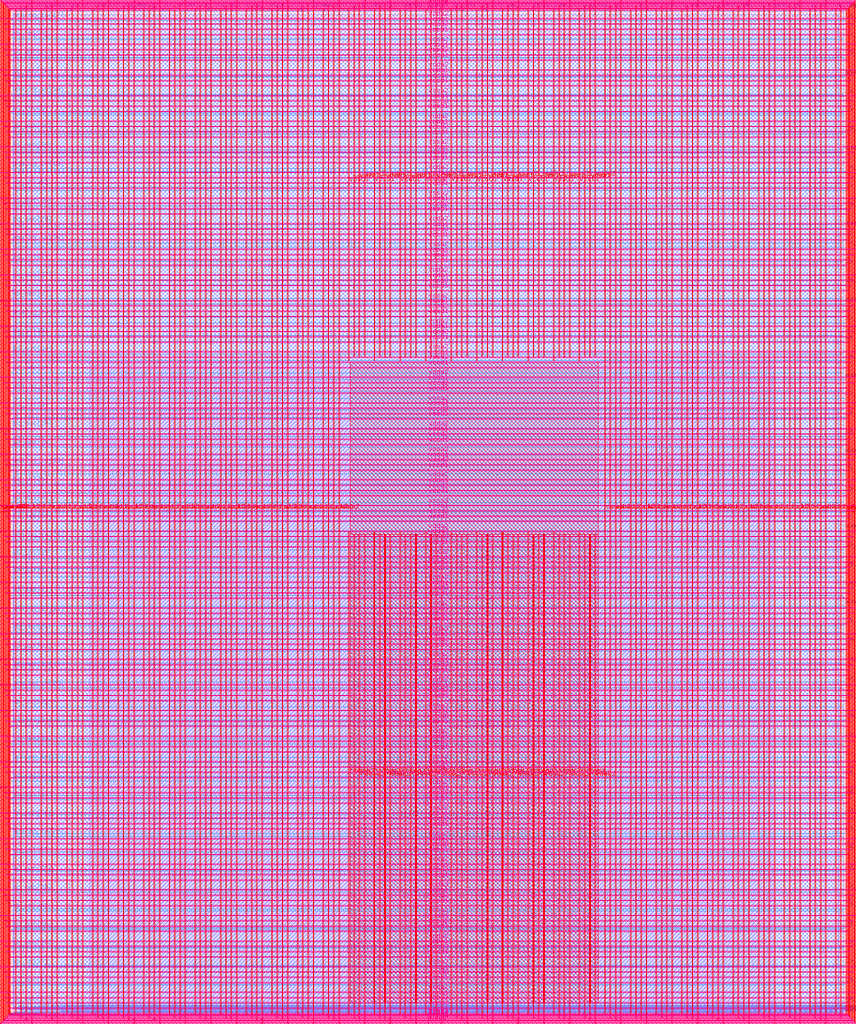
<source format=lef>
VERSION 5.7 ;
  NOWIREEXTENSIONATPIN ON ;
  DIVIDERCHAR "/" ;
  BUSBITCHARS "[]" ;
MACRO user_project_wrapper
  CLASS BLOCK ;
  FOREIGN user_project_wrapper ;
  ORIGIN 0.000 0.000 ;
  SIZE 2920.000 BY 3520.000 ;
  PIN analog_io[0]
    DIRECTION INOUT ;
    USE SIGNAL ;
    PORT
      LAYER met3 ;
        RECT 2917.600 1426.380 2924.800 1427.580 ;
    END
  END analog_io[0]
  PIN analog_io[10]
    DIRECTION INOUT ;
    USE SIGNAL ;
    PORT
      LAYER met2 ;
        RECT 2230.490 3517.600 2231.050 3524.800 ;
    END
  END analog_io[10]
  PIN analog_io[11]
    DIRECTION INOUT ;
    USE SIGNAL ;
    PORT
      LAYER met2 ;
        RECT 1905.730 3517.600 1906.290 3524.800 ;
    END
  END analog_io[11]
  PIN analog_io[12]
    DIRECTION INOUT ;
    USE SIGNAL ;
    PORT
      LAYER met2 ;
        RECT 1581.430 3517.600 1581.990 3524.800 ;
    END
  END analog_io[12]
  PIN analog_io[13]
    DIRECTION INOUT ;
    USE SIGNAL ;
    PORT
      LAYER met2 ;
        RECT 1257.130 3517.600 1257.690 3524.800 ;
    END
  END analog_io[13]
  PIN analog_io[14]
    DIRECTION INOUT ;
    USE SIGNAL ;
    PORT
      LAYER met2 ;
        RECT 932.370 3517.600 932.930 3524.800 ;
    END
  END analog_io[14]
  PIN analog_io[15]
    DIRECTION INOUT ;
    USE SIGNAL ;
    PORT
      LAYER met2 ;
        RECT 608.070 3517.600 608.630 3524.800 ;
    END
  END analog_io[15]
  PIN analog_io[16]
    DIRECTION INOUT ;
    USE SIGNAL ;
    PORT
      LAYER met2 ;
        RECT 283.770 3517.600 284.330 3524.800 ;
    END
  END analog_io[16]
  PIN analog_io[17]
    DIRECTION INOUT ;
    USE SIGNAL ;
    PORT
      LAYER met3 ;
        RECT -4.800 3486.100 2.400 3487.300 ;
    END
  END analog_io[17]
  PIN analog_io[18]
    DIRECTION INOUT ;
    USE SIGNAL ;
    PORT
      LAYER met3 ;
        RECT -4.800 3224.980 2.400 3226.180 ;
    END
  END analog_io[18]
  PIN analog_io[19]
    DIRECTION INOUT ;
    USE SIGNAL ;
    PORT
      LAYER met3 ;
        RECT -4.800 2964.540 2.400 2965.740 ;
    END
  END analog_io[19]
  PIN analog_io[1]
    DIRECTION INOUT ;
    USE SIGNAL ;
    PORT
      LAYER met3 ;
        RECT 2917.600 1692.260 2924.800 1693.460 ;
    END
  END analog_io[1]
  PIN analog_io[20]
    DIRECTION INOUT ;
    USE SIGNAL ;
    PORT
      LAYER met3 ;
        RECT -4.800 2703.420 2.400 2704.620 ;
    END
  END analog_io[20]
  PIN analog_io[21]
    DIRECTION INOUT ;
    USE SIGNAL ;
    PORT
      LAYER met3 ;
        RECT -4.800 2442.980 2.400 2444.180 ;
    END
  END analog_io[21]
  PIN analog_io[22]
    DIRECTION INOUT ;
    USE SIGNAL ;
    PORT
      LAYER met3 ;
        RECT -4.800 2182.540 2.400 2183.740 ;
    END
  END analog_io[22]
  PIN analog_io[23]
    DIRECTION INOUT ;
    USE SIGNAL ;
    PORT
      LAYER met3 ;
        RECT -4.800 1921.420 2.400 1922.620 ;
    END
  END analog_io[23]
  PIN analog_io[24]
    DIRECTION INOUT ;
    USE SIGNAL ;
    PORT
      LAYER met3 ;
        RECT -4.800 1660.980 2.400 1662.180 ;
    END
  END analog_io[24]
  PIN analog_io[25]
    DIRECTION INOUT ;
    USE SIGNAL ;
    PORT
      LAYER met3 ;
        RECT -4.800 1399.860 2.400 1401.060 ;
    END
  END analog_io[25]
  PIN analog_io[26]
    DIRECTION INOUT ;
    USE SIGNAL ;
    PORT
      LAYER met3 ;
        RECT -4.800 1139.420 2.400 1140.620 ;
    END
  END analog_io[26]
  PIN analog_io[27]
    DIRECTION INOUT ;
    USE SIGNAL ;
    PORT
      LAYER met3 ;
        RECT -4.800 878.980 2.400 880.180 ;
    END
  END analog_io[27]
  PIN analog_io[28]
    DIRECTION INOUT ;
    USE SIGNAL ;
    PORT
      LAYER met3 ;
        RECT -4.800 617.860 2.400 619.060 ;
    END
  END analog_io[28]
  PIN analog_io[2]
    DIRECTION INOUT ;
    USE SIGNAL ;
    PORT
      LAYER met3 ;
        RECT 2917.600 1958.140 2924.800 1959.340 ;
    END
  END analog_io[2]
  PIN analog_io[3]
    DIRECTION INOUT ;
    USE SIGNAL ;
    PORT
      LAYER met3 ;
        RECT 2917.600 2223.340 2924.800 2224.540 ;
    END
  END analog_io[3]
  PIN analog_io[4]
    DIRECTION INOUT ;
    USE SIGNAL ;
    PORT
      LAYER met3 ;
        RECT 2917.600 2489.220 2924.800 2490.420 ;
    END
  END analog_io[4]
  PIN analog_io[5]
    DIRECTION INOUT ;
    USE SIGNAL ;
    PORT
      LAYER met3 ;
        RECT 2917.600 2755.100 2924.800 2756.300 ;
    END
  END analog_io[5]
  PIN analog_io[6]
    DIRECTION INOUT ;
    USE SIGNAL ;
    PORT
      LAYER met3 ;
        RECT 2917.600 3020.300 2924.800 3021.500 ;
    END
  END analog_io[6]
  PIN analog_io[7]
    DIRECTION INOUT ;
    USE SIGNAL ;
    PORT
      LAYER met3 ;
        RECT 2917.600 3286.180 2924.800 3287.380 ;
    END
  END analog_io[7]
  PIN analog_io[8]
    DIRECTION INOUT ;
    USE SIGNAL ;
    PORT
      LAYER met2 ;
        RECT 2879.090 3517.600 2879.650 3524.800 ;
    END
  END analog_io[8]
  PIN analog_io[9]
    DIRECTION INOUT ;
    USE SIGNAL ;
    PORT
      LAYER met2 ;
        RECT 2554.790 3517.600 2555.350 3524.800 ;
    END
  END analog_io[9]
  PIN io_in[0]
    DIRECTION INPUT ;
    USE SIGNAL ;
    PORT
      LAYER met3 ;
        RECT 2917.600 32.380 2924.800 33.580 ;
    END
  END io_in[0]
  PIN io_in[10]
    DIRECTION INPUT ;
    USE SIGNAL ;
    PORT
      LAYER met3 ;
        RECT 2917.600 2289.980 2924.800 2291.180 ;
    END
  END io_in[10]
  PIN io_in[11]
    DIRECTION INPUT ;
    USE SIGNAL ;
    PORT
      LAYER met3 ;
        RECT 2917.600 2555.860 2924.800 2557.060 ;
    END
  END io_in[11]
  PIN io_in[12]
    DIRECTION INPUT ;
    USE SIGNAL ;
    PORT
      LAYER met3 ;
        RECT 2917.600 2821.060 2924.800 2822.260 ;
    END
  END io_in[12]
  PIN io_in[13]
    DIRECTION INPUT ;
    USE SIGNAL ;
    PORT
      LAYER met3 ;
        RECT 2917.600 3086.940 2924.800 3088.140 ;
    END
  END io_in[13]
  PIN io_in[14]
    DIRECTION INPUT ;
    USE SIGNAL ;
    PORT
      LAYER met3 ;
        RECT 2917.600 3352.820 2924.800 3354.020 ;
    END
  END io_in[14]
  PIN io_in[15]
    DIRECTION INPUT ;
    USE SIGNAL ;
    PORT
      LAYER met2 ;
        RECT 2798.130 3517.600 2798.690 3524.800 ;
    END
  END io_in[15]
  PIN io_in[16]
    DIRECTION INPUT ;
    USE SIGNAL ;
    PORT
      LAYER met2 ;
        RECT 2473.830 3517.600 2474.390 3524.800 ;
    END
  END io_in[16]
  PIN io_in[17]
    DIRECTION INPUT ;
    USE SIGNAL ;
    PORT
      LAYER met2 ;
        RECT 2149.070 3517.600 2149.630 3524.800 ;
    END
  END io_in[17]
  PIN io_in[18]
    DIRECTION INPUT ;
    USE SIGNAL ;
    PORT
      LAYER met2 ;
        RECT 1824.770 3517.600 1825.330 3524.800 ;
    END
  END io_in[18]
  PIN io_in[19]
    DIRECTION INPUT ;
    USE SIGNAL ;
    PORT
      LAYER met2 ;
        RECT 1500.470 3517.600 1501.030 3524.800 ;
    END
  END io_in[19]
  PIN io_in[1]
    DIRECTION INPUT ;
    USE SIGNAL ;
    PORT
      LAYER met3 ;
        RECT 2917.600 230.940 2924.800 232.140 ;
    END
  END io_in[1]
  PIN io_in[20]
    DIRECTION INPUT ;
    USE SIGNAL ;
    PORT
      LAYER met2 ;
        RECT 1175.710 3517.600 1176.270 3524.800 ;
    END
  END io_in[20]
  PIN io_in[21]
    DIRECTION INPUT ;
    USE SIGNAL ;
    PORT
      LAYER met2 ;
        RECT 851.410 3517.600 851.970 3524.800 ;
    END
  END io_in[21]
  PIN io_in[22]
    DIRECTION INPUT ;
    USE SIGNAL ;
    PORT
      LAYER met2 ;
        RECT 527.110 3517.600 527.670 3524.800 ;
    END
  END io_in[22]
  PIN io_in[23]
    DIRECTION INPUT ;
    USE SIGNAL ;
    PORT
      LAYER met2 ;
        RECT 202.350 3517.600 202.910 3524.800 ;
    END
  END io_in[23]
  PIN io_in[24]
    DIRECTION INPUT ;
    USE SIGNAL ;
    PORT
      LAYER met3 ;
        RECT -4.800 3420.820 2.400 3422.020 ;
    END
  END io_in[24]
  PIN io_in[25]
    DIRECTION INPUT ;
    USE SIGNAL ;
    PORT
      LAYER met3 ;
        RECT -4.800 3159.700 2.400 3160.900 ;
    END
  END io_in[25]
  PIN io_in[26]
    DIRECTION INPUT ;
    USE SIGNAL ;
    PORT
      LAYER met3 ;
        RECT -4.800 2899.260 2.400 2900.460 ;
    END
  END io_in[26]
  PIN io_in[27]
    DIRECTION INPUT ;
    USE SIGNAL ;
    PORT
      LAYER met3 ;
        RECT -4.800 2638.820 2.400 2640.020 ;
    END
  END io_in[27]
  PIN io_in[28]
    DIRECTION INPUT ;
    USE SIGNAL ;
    PORT
      LAYER met3 ;
        RECT -4.800 2377.700 2.400 2378.900 ;
    END
  END io_in[28]
  PIN io_in[29]
    DIRECTION INPUT ;
    USE SIGNAL ;
    PORT
      LAYER met3 ;
        RECT -4.800 2117.260 2.400 2118.460 ;
    END
  END io_in[29]
  PIN io_in[2]
    DIRECTION INPUT ;
    USE SIGNAL ;
    PORT
      LAYER met3 ;
        RECT 2917.600 430.180 2924.800 431.380 ;
    END
  END io_in[2]
  PIN io_in[30]
    DIRECTION INPUT ;
    USE SIGNAL ;
    PORT
      LAYER met3 ;
        RECT -4.800 1856.140 2.400 1857.340 ;
    END
  END io_in[30]
  PIN io_in[31]
    DIRECTION INPUT ;
    USE SIGNAL ;
    PORT
      LAYER met3 ;
        RECT -4.800 1595.700 2.400 1596.900 ;
    END
  END io_in[31]
  PIN io_in[32]
    DIRECTION INPUT ;
    USE SIGNAL ;
    PORT
      LAYER met3 ;
        RECT -4.800 1335.260 2.400 1336.460 ;
    END
  END io_in[32]
  PIN io_in[33]
    DIRECTION INPUT ;
    USE SIGNAL ;
    PORT
      LAYER met3 ;
        RECT -4.800 1074.140 2.400 1075.340 ;
    END
  END io_in[33]
  PIN io_in[34]
    DIRECTION INPUT ;
    USE SIGNAL ;
    PORT
      LAYER met3 ;
        RECT -4.800 813.700 2.400 814.900 ;
    END
  END io_in[34]
  PIN io_in[35]
    DIRECTION INPUT ;
    USE SIGNAL ;
    PORT
      LAYER met3 ;
        RECT -4.800 552.580 2.400 553.780 ;
    END
  END io_in[35]
  PIN io_in[36]
    DIRECTION INPUT ;
    USE SIGNAL ;
    PORT
      LAYER met3 ;
        RECT -4.800 357.420 2.400 358.620 ;
    END
  END io_in[36]
  PIN io_in[37]
    DIRECTION INPUT ;
    USE SIGNAL ;
    PORT
      LAYER met3 ;
        RECT -4.800 161.580 2.400 162.780 ;
    END
  END io_in[37]
  PIN io_in[3]
    DIRECTION INPUT ;
    USE SIGNAL ;
    PORT
      LAYER met3 ;
        RECT 2917.600 629.420 2924.800 630.620 ;
    END
  END io_in[3]
  PIN io_in[4]
    DIRECTION INPUT ;
    USE SIGNAL ;
    PORT
      LAYER met3 ;
        RECT 2917.600 828.660 2924.800 829.860 ;
    END
  END io_in[4]
  PIN io_in[5]
    DIRECTION INPUT ;
    USE SIGNAL ;
    PORT
      LAYER met3 ;
        RECT 2917.600 1027.900 2924.800 1029.100 ;
    END
  END io_in[5]
  PIN io_in[6]
    DIRECTION INPUT ;
    USE SIGNAL ;
    PORT
      LAYER met3 ;
        RECT 2917.600 1227.140 2924.800 1228.340 ;
    END
  END io_in[6]
  PIN io_in[7]
    DIRECTION INPUT ;
    USE SIGNAL ;
    PORT
      LAYER met3 ;
        RECT 2917.600 1493.020 2924.800 1494.220 ;
    END
  END io_in[7]
  PIN io_in[8]
    DIRECTION INPUT ;
    USE SIGNAL ;
    PORT
      LAYER met3 ;
        RECT 2917.600 1758.900 2924.800 1760.100 ;
    END
  END io_in[8]
  PIN io_in[9]
    DIRECTION INPUT ;
    USE SIGNAL ;
    PORT
      LAYER met3 ;
        RECT 2917.600 2024.100 2924.800 2025.300 ;
    END
  END io_in[9]
  PIN io_oeb[0]
    DIRECTION OUTPUT TRISTATE ;
    USE SIGNAL ;
    PORT
      LAYER met3 ;
        RECT 2917.600 164.980 2924.800 166.180 ;
    END
  END io_oeb[0]
  PIN io_oeb[10]
    DIRECTION OUTPUT TRISTATE ;
    USE SIGNAL ;
    PORT
      LAYER met3 ;
        RECT 2917.600 2422.580 2924.800 2423.780 ;
    END
  END io_oeb[10]
  PIN io_oeb[11]
    DIRECTION OUTPUT TRISTATE ;
    USE SIGNAL ;
    PORT
      LAYER met3 ;
        RECT 2917.600 2688.460 2924.800 2689.660 ;
    END
  END io_oeb[11]
  PIN io_oeb[12]
    DIRECTION OUTPUT TRISTATE ;
    USE SIGNAL ;
    PORT
      LAYER met3 ;
        RECT 2917.600 2954.340 2924.800 2955.540 ;
    END
  END io_oeb[12]
  PIN io_oeb[13]
    DIRECTION OUTPUT TRISTATE ;
    USE SIGNAL ;
    PORT
      LAYER met3 ;
        RECT 2917.600 3219.540 2924.800 3220.740 ;
    END
  END io_oeb[13]
  PIN io_oeb[14]
    DIRECTION OUTPUT TRISTATE ;
    USE SIGNAL ;
    PORT
      LAYER met3 ;
        RECT 2917.600 3485.420 2924.800 3486.620 ;
    END
  END io_oeb[14]
  PIN io_oeb[15]
    DIRECTION OUTPUT TRISTATE ;
    USE SIGNAL ;
    PORT
      LAYER met2 ;
        RECT 2635.750 3517.600 2636.310 3524.800 ;
    END
  END io_oeb[15]
  PIN io_oeb[16]
    DIRECTION OUTPUT TRISTATE ;
    USE SIGNAL ;
    PORT
      LAYER met2 ;
        RECT 2311.450 3517.600 2312.010 3524.800 ;
    END
  END io_oeb[16]
  PIN io_oeb[17]
    DIRECTION OUTPUT TRISTATE ;
    USE SIGNAL ;
    PORT
      LAYER met2 ;
        RECT 1987.150 3517.600 1987.710 3524.800 ;
    END
  END io_oeb[17]
  PIN io_oeb[18]
    DIRECTION OUTPUT TRISTATE ;
    USE SIGNAL ;
    PORT
      LAYER met2 ;
        RECT 1662.390 3517.600 1662.950 3524.800 ;
    END
  END io_oeb[18]
  PIN io_oeb[19]
    DIRECTION OUTPUT TRISTATE ;
    USE SIGNAL ;
    PORT
      LAYER met2 ;
        RECT 1338.090 3517.600 1338.650 3524.800 ;
    END
  END io_oeb[19]
  PIN io_oeb[1]
    DIRECTION OUTPUT TRISTATE ;
    USE SIGNAL ;
    PORT
      LAYER met3 ;
        RECT 2917.600 364.220 2924.800 365.420 ;
    END
  END io_oeb[1]
  PIN io_oeb[20]
    DIRECTION OUTPUT TRISTATE ;
    USE SIGNAL ;
    PORT
      LAYER met2 ;
        RECT 1013.790 3517.600 1014.350 3524.800 ;
    END
  END io_oeb[20]
  PIN io_oeb[21]
    DIRECTION OUTPUT TRISTATE ;
    USE SIGNAL ;
    PORT
      LAYER met2 ;
        RECT 689.030 3517.600 689.590 3524.800 ;
    END
  END io_oeb[21]
  PIN io_oeb[22]
    DIRECTION OUTPUT TRISTATE ;
    USE SIGNAL ;
    PORT
      LAYER met2 ;
        RECT 364.730 3517.600 365.290 3524.800 ;
    END
  END io_oeb[22]
  PIN io_oeb[23]
    DIRECTION OUTPUT TRISTATE ;
    USE SIGNAL ;
    PORT
      LAYER met2 ;
        RECT 40.430 3517.600 40.990 3524.800 ;
    END
  END io_oeb[23]
  PIN io_oeb[24]
    DIRECTION OUTPUT TRISTATE ;
    USE SIGNAL ;
    PORT
      LAYER met3 ;
        RECT -4.800 3290.260 2.400 3291.460 ;
    END
  END io_oeb[24]
  PIN io_oeb[25]
    DIRECTION OUTPUT TRISTATE ;
    USE SIGNAL ;
    PORT
      LAYER met3 ;
        RECT -4.800 3029.820 2.400 3031.020 ;
    END
  END io_oeb[25]
  PIN io_oeb[26]
    DIRECTION OUTPUT TRISTATE ;
    USE SIGNAL ;
    PORT
      LAYER met3 ;
        RECT -4.800 2768.700 2.400 2769.900 ;
    END
  END io_oeb[26]
  PIN io_oeb[27]
    DIRECTION OUTPUT TRISTATE ;
    USE SIGNAL ;
    PORT
      LAYER met3 ;
        RECT -4.800 2508.260 2.400 2509.460 ;
    END
  END io_oeb[27]
  PIN io_oeb[28]
    DIRECTION OUTPUT TRISTATE ;
    USE SIGNAL ;
    PORT
      LAYER met3 ;
        RECT -4.800 2247.140 2.400 2248.340 ;
    END
  END io_oeb[28]
  PIN io_oeb[29]
    DIRECTION OUTPUT TRISTATE ;
    USE SIGNAL ;
    PORT
      LAYER met3 ;
        RECT -4.800 1986.700 2.400 1987.900 ;
    END
  END io_oeb[29]
  PIN io_oeb[2]
    DIRECTION OUTPUT TRISTATE ;
    USE SIGNAL ;
    PORT
      LAYER met3 ;
        RECT 2917.600 563.460 2924.800 564.660 ;
    END
  END io_oeb[2]
  PIN io_oeb[30]
    DIRECTION OUTPUT TRISTATE ;
    USE SIGNAL ;
    PORT
      LAYER met3 ;
        RECT -4.800 1726.260 2.400 1727.460 ;
    END
  END io_oeb[30]
  PIN io_oeb[31]
    DIRECTION OUTPUT TRISTATE ;
    USE SIGNAL ;
    PORT
      LAYER met3 ;
        RECT -4.800 1465.140 2.400 1466.340 ;
    END
  END io_oeb[31]
  PIN io_oeb[32]
    DIRECTION OUTPUT TRISTATE ;
    USE SIGNAL ;
    PORT
      LAYER met3 ;
        RECT -4.800 1204.700 2.400 1205.900 ;
    END
  END io_oeb[32]
  PIN io_oeb[33]
    DIRECTION OUTPUT TRISTATE ;
    USE SIGNAL ;
    PORT
      LAYER met3 ;
        RECT -4.800 943.580 2.400 944.780 ;
    END
  END io_oeb[33]
  PIN io_oeb[34]
    DIRECTION OUTPUT TRISTATE ;
    USE SIGNAL ;
    PORT
      LAYER met3 ;
        RECT -4.800 683.140 2.400 684.340 ;
    END
  END io_oeb[34]
  PIN io_oeb[35]
    DIRECTION OUTPUT TRISTATE ;
    USE SIGNAL ;
    PORT
      LAYER met3 ;
        RECT -4.800 422.700 2.400 423.900 ;
    END
  END io_oeb[35]
  PIN io_oeb[36]
    DIRECTION OUTPUT TRISTATE ;
    USE SIGNAL ;
    PORT
      LAYER met3 ;
        RECT -4.800 226.860 2.400 228.060 ;
    END
  END io_oeb[36]
  PIN io_oeb[37]
    DIRECTION OUTPUT TRISTATE ;
    USE SIGNAL ;
    PORT
      LAYER met3 ;
        RECT -4.800 31.700 2.400 32.900 ;
    END
  END io_oeb[37]
  PIN io_oeb[3]
    DIRECTION OUTPUT TRISTATE ;
    USE SIGNAL ;
    PORT
      LAYER met3 ;
        RECT 2917.600 762.700 2924.800 763.900 ;
    END
  END io_oeb[3]
  PIN io_oeb[4]
    DIRECTION OUTPUT TRISTATE ;
    USE SIGNAL ;
    PORT
      LAYER met3 ;
        RECT 2917.600 961.940 2924.800 963.140 ;
    END
  END io_oeb[4]
  PIN io_oeb[5]
    DIRECTION OUTPUT TRISTATE ;
    USE SIGNAL ;
    PORT
      LAYER met3 ;
        RECT 2917.600 1161.180 2924.800 1162.380 ;
    END
  END io_oeb[5]
  PIN io_oeb[6]
    DIRECTION OUTPUT TRISTATE ;
    USE SIGNAL ;
    PORT
      LAYER met3 ;
        RECT 2917.600 1360.420 2924.800 1361.620 ;
    END
  END io_oeb[6]
  PIN io_oeb[7]
    DIRECTION OUTPUT TRISTATE ;
    USE SIGNAL ;
    PORT
      LAYER met3 ;
        RECT 2917.600 1625.620 2924.800 1626.820 ;
    END
  END io_oeb[7]
  PIN io_oeb[8]
    DIRECTION OUTPUT TRISTATE ;
    USE SIGNAL ;
    PORT
      LAYER met3 ;
        RECT 2917.600 1891.500 2924.800 1892.700 ;
    END
  END io_oeb[8]
  PIN io_oeb[9]
    DIRECTION OUTPUT TRISTATE ;
    USE SIGNAL ;
    PORT
      LAYER met3 ;
        RECT 2917.600 2157.380 2924.800 2158.580 ;
    END
  END io_oeb[9]
  PIN io_out[0]
    DIRECTION OUTPUT TRISTATE ;
    USE SIGNAL ;
    PORT
      LAYER met3 ;
        RECT 2917.600 98.340 2924.800 99.540 ;
    END
  END io_out[0]
  PIN io_out[10]
    DIRECTION OUTPUT TRISTATE ;
    USE SIGNAL ;
    PORT
      LAYER met3 ;
        RECT 2917.600 2356.620 2924.800 2357.820 ;
    END
  END io_out[10]
  PIN io_out[11]
    DIRECTION OUTPUT TRISTATE ;
    USE SIGNAL ;
    PORT
      LAYER met3 ;
        RECT 2917.600 2621.820 2924.800 2623.020 ;
    END
  END io_out[11]
  PIN io_out[12]
    DIRECTION OUTPUT TRISTATE ;
    USE SIGNAL ;
    PORT
      LAYER met3 ;
        RECT 2917.600 2887.700 2924.800 2888.900 ;
    END
  END io_out[12]
  PIN io_out[13]
    DIRECTION OUTPUT TRISTATE ;
    USE SIGNAL ;
    PORT
      LAYER met3 ;
        RECT 2917.600 3153.580 2924.800 3154.780 ;
    END
  END io_out[13]
  PIN io_out[14]
    DIRECTION OUTPUT TRISTATE ;
    USE SIGNAL ;
    PORT
      LAYER met3 ;
        RECT 2917.600 3418.780 2924.800 3419.980 ;
    END
  END io_out[14]
  PIN io_out[15]
    DIRECTION OUTPUT TRISTATE ;
    USE SIGNAL ;
    PORT
      LAYER met2 ;
        RECT 2717.170 3517.600 2717.730 3524.800 ;
    END
  END io_out[15]
  PIN io_out[16]
    DIRECTION OUTPUT TRISTATE ;
    USE SIGNAL ;
    PORT
      LAYER met2 ;
        RECT 2392.410 3517.600 2392.970 3524.800 ;
    END
  END io_out[16]
  PIN io_out[17]
    DIRECTION OUTPUT TRISTATE ;
    USE SIGNAL ;
    PORT
      LAYER met2 ;
        RECT 2068.110 3517.600 2068.670 3524.800 ;
    END
  END io_out[17]
  PIN io_out[18]
    DIRECTION OUTPUT TRISTATE ;
    USE SIGNAL ;
    PORT
      LAYER met2 ;
        RECT 1743.810 3517.600 1744.370 3524.800 ;
    END
  END io_out[18]
  PIN io_out[19]
    DIRECTION OUTPUT TRISTATE ;
    USE SIGNAL ;
    PORT
      LAYER met2 ;
        RECT 1419.050 3517.600 1419.610 3524.800 ;
    END
  END io_out[19]
  PIN io_out[1]
    DIRECTION OUTPUT TRISTATE ;
    USE SIGNAL ;
    PORT
      LAYER met3 ;
        RECT 2917.600 297.580 2924.800 298.780 ;
    END
  END io_out[1]
  PIN io_out[20]
    DIRECTION OUTPUT TRISTATE ;
    USE SIGNAL ;
    PORT
      LAYER met2 ;
        RECT 1094.750 3517.600 1095.310 3524.800 ;
    END
  END io_out[20]
  PIN io_out[21]
    DIRECTION OUTPUT TRISTATE ;
    USE SIGNAL ;
    PORT
      LAYER met2 ;
        RECT 770.450 3517.600 771.010 3524.800 ;
    END
  END io_out[21]
  PIN io_out[22]
    DIRECTION OUTPUT TRISTATE ;
    USE SIGNAL ;
    PORT
      LAYER met2 ;
        RECT 445.690 3517.600 446.250 3524.800 ;
    END
  END io_out[22]
  PIN io_out[23]
    DIRECTION OUTPUT TRISTATE ;
    USE SIGNAL ;
    PORT
      LAYER met2 ;
        RECT 121.390 3517.600 121.950 3524.800 ;
    END
  END io_out[23]
  PIN io_out[24]
    DIRECTION OUTPUT TRISTATE ;
    USE SIGNAL ;
    PORT
      LAYER met3 ;
        RECT -4.800 3355.540 2.400 3356.740 ;
    END
  END io_out[24]
  PIN io_out[25]
    DIRECTION OUTPUT TRISTATE ;
    USE SIGNAL ;
    PORT
      LAYER met3 ;
        RECT -4.800 3095.100 2.400 3096.300 ;
    END
  END io_out[25]
  PIN io_out[26]
    DIRECTION OUTPUT TRISTATE ;
    USE SIGNAL ;
    PORT
      LAYER met3 ;
        RECT -4.800 2833.980 2.400 2835.180 ;
    END
  END io_out[26]
  PIN io_out[27]
    DIRECTION OUTPUT TRISTATE ;
    USE SIGNAL ;
    PORT
      LAYER met3 ;
        RECT -4.800 2573.540 2.400 2574.740 ;
    END
  END io_out[27]
  PIN io_out[28]
    DIRECTION OUTPUT TRISTATE ;
    USE SIGNAL ;
    PORT
      LAYER met3 ;
        RECT -4.800 2312.420 2.400 2313.620 ;
    END
  END io_out[28]
  PIN io_out[29]
    DIRECTION OUTPUT TRISTATE ;
    USE SIGNAL ;
    PORT
      LAYER met3 ;
        RECT -4.800 2051.980 2.400 2053.180 ;
    END
  END io_out[29]
  PIN io_out[2]
    DIRECTION OUTPUT TRISTATE ;
    USE SIGNAL ;
    PORT
      LAYER met3 ;
        RECT 2917.600 496.820 2924.800 498.020 ;
    END
  END io_out[2]
  PIN io_out[30]
    DIRECTION OUTPUT TRISTATE ;
    USE SIGNAL ;
    PORT
      LAYER met3 ;
        RECT -4.800 1791.540 2.400 1792.740 ;
    END
  END io_out[30]
  PIN io_out[31]
    DIRECTION OUTPUT TRISTATE ;
    USE SIGNAL ;
    PORT
      LAYER met3 ;
        RECT -4.800 1530.420 2.400 1531.620 ;
    END
  END io_out[31]
  PIN io_out[32]
    DIRECTION OUTPUT TRISTATE ;
    USE SIGNAL ;
    PORT
      LAYER met3 ;
        RECT -4.800 1269.980 2.400 1271.180 ;
    END
  END io_out[32]
  PIN io_out[33]
    DIRECTION OUTPUT TRISTATE ;
    USE SIGNAL ;
    PORT
      LAYER met3 ;
        RECT -4.800 1008.860 2.400 1010.060 ;
    END
  END io_out[33]
  PIN io_out[34]
    DIRECTION OUTPUT TRISTATE ;
    USE SIGNAL ;
    PORT
      LAYER met3 ;
        RECT -4.800 748.420 2.400 749.620 ;
    END
  END io_out[34]
  PIN io_out[35]
    DIRECTION OUTPUT TRISTATE ;
    USE SIGNAL ;
    PORT
      LAYER met3 ;
        RECT -4.800 487.300 2.400 488.500 ;
    END
  END io_out[35]
  PIN io_out[36]
    DIRECTION OUTPUT TRISTATE ;
    USE SIGNAL ;
    PORT
      LAYER met3 ;
        RECT -4.800 292.140 2.400 293.340 ;
    END
  END io_out[36]
  PIN io_out[37]
    DIRECTION OUTPUT TRISTATE ;
    USE SIGNAL ;
    PORT
      LAYER met3 ;
        RECT -4.800 96.300 2.400 97.500 ;
    END
  END io_out[37]
  PIN io_out[3]
    DIRECTION OUTPUT TRISTATE ;
    USE SIGNAL ;
    PORT
      LAYER met3 ;
        RECT 2917.600 696.060 2924.800 697.260 ;
    END
  END io_out[3]
  PIN io_out[4]
    DIRECTION OUTPUT TRISTATE ;
    USE SIGNAL ;
    PORT
      LAYER met3 ;
        RECT 2917.600 895.300 2924.800 896.500 ;
    END
  END io_out[4]
  PIN io_out[5]
    DIRECTION OUTPUT TRISTATE ;
    USE SIGNAL ;
    PORT
      LAYER met3 ;
        RECT 2917.600 1094.540 2924.800 1095.740 ;
    END
  END io_out[5]
  PIN io_out[6]
    DIRECTION OUTPUT TRISTATE ;
    USE SIGNAL ;
    PORT
      LAYER met3 ;
        RECT 2917.600 1293.780 2924.800 1294.980 ;
    END
  END io_out[6]
  PIN io_out[7]
    DIRECTION OUTPUT TRISTATE ;
    USE SIGNAL ;
    PORT
      LAYER met3 ;
        RECT 2917.600 1559.660 2924.800 1560.860 ;
    END
  END io_out[7]
  PIN io_out[8]
    DIRECTION OUTPUT TRISTATE ;
    USE SIGNAL ;
    PORT
      LAYER met3 ;
        RECT 2917.600 1824.860 2924.800 1826.060 ;
    END
  END io_out[8]
  PIN io_out[9]
    DIRECTION OUTPUT TRISTATE ;
    USE SIGNAL ;
    PORT
      LAYER met3 ;
        RECT 2917.600 2090.740 2924.800 2091.940 ;
    END
  END io_out[9]
  PIN la_data_in[0]
    DIRECTION INPUT ;
    USE SIGNAL ;
    PORT
      LAYER met2 ;
        RECT 629.230 -4.800 629.790 2.400 ;
    END
  END la_data_in[0]
  PIN la_data_in[100]
    DIRECTION INPUT ;
    USE SIGNAL ;
    PORT
      LAYER met2 ;
        RECT 2402.530 -4.800 2403.090 2.400 ;
    END
  END la_data_in[100]
  PIN la_data_in[101]
    DIRECTION INPUT ;
    USE SIGNAL ;
    PORT
      LAYER met2 ;
        RECT 2420.010 -4.800 2420.570 2.400 ;
    END
  END la_data_in[101]
  PIN la_data_in[102]
    DIRECTION INPUT ;
    USE SIGNAL ;
    PORT
      LAYER met2 ;
        RECT 2437.950 -4.800 2438.510 2.400 ;
    END
  END la_data_in[102]
  PIN la_data_in[103]
    DIRECTION INPUT ;
    USE SIGNAL ;
    PORT
      LAYER met2 ;
        RECT 2455.430 -4.800 2455.990 2.400 ;
    END
  END la_data_in[103]
  PIN la_data_in[104]
    DIRECTION INPUT ;
    USE SIGNAL ;
    PORT
      LAYER met2 ;
        RECT 2473.370 -4.800 2473.930 2.400 ;
    END
  END la_data_in[104]
  PIN la_data_in[105]
    DIRECTION INPUT ;
    USE SIGNAL ;
    PORT
      LAYER met2 ;
        RECT 2490.850 -4.800 2491.410 2.400 ;
    END
  END la_data_in[105]
  PIN la_data_in[106]
    DIRECTION INPUT ;
    USE SIGNAL ;
    PORT
      LAYER met2 ;
        RECT 2508.790 -4.800 2509.350 2.400 ;
    END
  END la_data_in[106]
  PIN la_data_in[107]
    DIRECTION INPUT ;
    USE SIGNAL ;
    PORT
      LAYER met2 ;
        RECT 2526.730 -4.800 2527.290 2.400 ;
    END
  END la_data_in[107]
  PIN la_data_in[108]
    DIRECTION INPUT ;
    USE SIGNAL ;
    PORT
      LAYER met2 ;
        RECT 2544.210 -4.800 2544.770 2.400 ;
    END
  END la_data_in[108]
  PIN la_data_in[109]
    DIRECTION INPUT ;
    USE SIGNAL ;
    PORT
      LAYER met2 ;
        RECT 2562.150 -4.800 2562.710 2.400 ;
    END
  END la_data_in[109]
  PIN la_data_in[10]
    DIRECTION INPUT ;
    USE SIGNAL ;
    PORT
      LAYER met2 ;
        RECT 806.330 -4.800 806.890 2.400 ;
    END
  END la_data_in[10]
  PIN la_data_in[110]
    DIRECTION INPUT ;
    USE SIGNAL ;
    PORT
      LAYER met2 ;
        RECT 2579.630 -4.800 2580.190 2.400 ;
    END
  END la_data_in[110]
  PIN la_data_in[111]
    DIRECTION INPUT ;
    USE SIGNAL ;
    PORT
      LAYER met2 ;
        RECT 2597.570 -4.800 2598.130 2.400 ;
    END
  END la_data_in[111]
  PIN la_data_in[112]
    DIRECTION INPUT ;
    USE SIGNAL ;
    PORT
      LAYER met2 ;
        RECT 2615.050 -4.800 2615.610 2.400 ;
    END
  END la_data_in[112]
  PIN la_data_in[113]
    DIRECTION INPUT ;
    USE SIGNAL ;
    PORT
      LAYER met2 ;
        RECT 2632.990 -4.800 2633.550 2.400 ;
    END
  END la_data_in[113]
  PIN la_data_in[114]
    DIRECTION INPUT ;
    USE SIGNAL ;
    PORT
      LAYER met2 ;
        RECT 2650.470 -4.800 2651.030 2.400 ;
    END
  END la_data_in[114]
  PIN la_data_in[115]
    DIRECTION INPUT ;
    USE SIGNAL ;
    PORT
      LAYER met2 ;
        RECT 2668.410 -4.800 2668.970 2.400 ;
    END
  END la_data_in[115]
  PIN la_data_in[116]
    DIRECTION INPUT ;
    USE SIGNAL ;
    PORT
      LAYER met2 ;
        RECT 2685.890 -4.800 2686.450 2.400 ;
    END
  END la_data_in[116]
  PIN la_data_in[117]
    DIRECTION INPUT ;
    USE SIGNAL ;
    PORT
      LAYER met2 ;
        RECT 2703.830 -4.800 2704.390 2.400 ;
    END
  END la_data_in[117]
  PIN la_data_in[118]
    DIRECTION INPUT ;
    USE SIGNAL ;
    PORT
      LAYER met2 ;
        RECT 2721.770 -4.800 2722.330 2.400 ;
    END
  END la_data_in[118]
  PIN la_data_in[119]
    DIRECTION INPUT ;
    USE SIGNAL ;
    PORT
      LAYER met2 ;
        RECT 2739.250 -4.800 2739.810 2.400 ;
    END
  END la_data_in[119]
  PIN la_data_in[11]
    DIRECTION INPUT ;
    USE SIGNAL ;
    PORT
      LAYER met2 ;
        RECT 824.270 -4.800 824.830 2.400 ;
    END
  END la_data_in[11]
  PIN la_data_in[120]
    DIRECTION INPUT ;
    USE SIGNAL ;
    PORT
      LAYER met2 ;
        RECT 2757.190 -4.800 2757.750 2.400 ;
    END
  END la_data_in[120]
  PIN la_data_in[121]
    DIRECTION INPUT ;
    USE SIGNAL ;
    PORT
      LAYER met2 ;
        RECT 2774.670 -4.800 2775.230 2.400 ;
    END
  END la_data_in[121]
  PIN la_data_in[122]
    DIRECTION INPUT ;
    USE SIGNAL ;
    PORT
      LAYER met2 ;
        RECT 2792.610 -4.800 2793.170 2.400 ;
    END
  END la_data_in[122]
  PIN la_data_in[123]
    DIRECTION INPUT ;
    USE SIGNAL ;
    PORT
      LAYER met2 ;
        RECT 2810.090 -4.800 2810.650 2.400 ;
    END
  END la_data_in[123]
  PIN la_data_in[124]
    DIRECTION INPUT ;
    USE SIGNAL ;
    PORT
      LAYER met2 ;
        RECT 2828.030 -4.800 2828.590 2.400 ;
    END
  END la_data_in[124]
  PIN la_data_in[125]
    DIRECTION INPUT ;
    USE SIGNAL ;
    PORT
      LAYER met2 ;
        RECT 2845.510 -4.800 2846.070 2.400 ;
    END
  END la_data_in[125]
  PIN la_data_in[126]
    DIRECTION INPUT ;
    USE SIGNAL ;
    PORT
      LAYER met2 ;
        RECT 2863.450 -4.800 2864.010 2.400 ;
    END
  END la_data_in[126]
  PIN la_data_in[127]
    DIRECTION INPUT ;
    USE SIGNAL ;
    PORT
      LAYER met2 ;
        RECT 2881.390 -4.800 2881.950 2.400 ;
    END
  END la_data_in[127]
  PIN la_data_in[12]
    DIRECTION INPUT ;
    USE SIGNAL ;
    PORT
      LAYER met2 ;
        RECT 841.750 -4.800 842.310 2.400 ;
    END
  END la_data_in[12]
  PIN la_data_in[13]
    DIRECTION INPUT ;
    USE SIGNAL ;
    PORT
      LAYER met2 ;
        RECT 859.690 -4.800 860.250 2.400 ;
    END
  END la_data_in[13]
  PIN la_data_in[14]
    DIRECTION INPUT ;
    USE SIGNAL ;
    PORT
      LAYER met2 ;
        RECT 877.170 -4.800 877.730 2.400 ;
    END
  END la_data_in[14]
  PIN la_data_in[15]
    DIRECTION INPUT ;
    USE SIGNAL ;
    PORT
      LAYER met2 ;
        RECT 895.110 -4.800 895.670 2.400 ;
    END
  END la_data_in[15]
  PIN la_data_in[16]
    DIRECTION INPUT ;
    USE SIGNAL ;
    PORT
      LAYER met2 ;
        RECT 912.590 -4.800 913.150 2.400 ;
    END
  END la_data_in[16]
  PIN la_data_in[17]
    DIRECTION INPUT ;
    USE SIGNAL ;
    PORT
      LAYER met2 ;
        RECT 930.530 -4.800 931.090 2.400 ;
    END
  END la_data_in[17]
  PIN la_data_in[18]
    DIRECTION INPUT ;
    USE SIGNAL ;
    PORT
      LAYER met2 ;
        RECT 948.470 -4.800 949.030 2.400 ;
    END
  END la_data_in[18]
  PIN la_data_in[19]
    DIRECTION INPUT ;
    USE SIGNAL ;
    PORT
      LAYER met2 ;
        RECT 965.950 -4.800 966.510 2.400 ;
    END
  END la_data_in[19]
  PIN la_data_in[1]
    DIRECTION INPUT ;
    USE SIGNAL ;
    PORT
      LAYER met2 ;
        RECT 646.710 -4.800 647.270 2.400 ;
    END
  END la_data_in[1]
  PIN la_data_in[20]
    DIRECTION INPUT ;
    USE SIGNAL ;
    PORT
      LAYER met2 ;
        RECT 983.890 -4.800 984.450 2.400 ;
    END
  END la_data_in[20]
  PIN la_data_in[21]
    DIRECTION INPUT ;
    USE SIGNAL ;
    PORT
      LAYER met2 ;
        RECT 1001.370 -4.800 1001.930 2.400 ;
    END
  END la_data_in[21]
  PIN la_data_in[22]
    DIRECTION INPUT ;
    USE SIGNAL ;
    PORT
      LAYER met2 ;
        RECT 1019.310 -4.800 1019.870 2.400 ;
    END
  END la_data_in[22]
  PIN la_data_in[23]
    DIRECTION INPUT ;
    USE SIGNAL ;
    PORT
      LAYER met2 ;
        RECT 1036.790 -4.800 1037.350 2.400 ;
    END
  END la_data_in[23]
  PIN la_data_in[24]
    DIRECTION INPUT ;
    USE SIGNAL ;
    PORT
      LAYER met2 ;
        RECT 1054.730 -4.800 1055.290 2.400 ;
    END
  END la_data_in[24]
  PIN la_data_in[25]
    DIRECTION INPUT ;
    USE SIGNAL ;
    PORT
      LAYER met2 ;
        RECT 1072.210 -4.800 1072.770 2.400 ;
    END
  END la_data_in[25]
  PIN la_data_in[26]
    DIRECTION INPUT ;
    USE SIGNAL ;
    PORT
      LAYER met2 ;
        RECT 1090.150 -4.800 1090.710 2.400 ;
    END
  END la_data_in[26]
  PIN la_data_in[27]
    DIRECTION INPUT ;
    USE SIGNAL ;
    PORT
      LAYER met2 ;
        RECT 1107.630 -4.800 1108.190 2.400 ;
    END
  END la_data_in[27]
  PIN la_data_in[28]
    DIRECTION INPUT ;
    USE SIGNAL ;
    PORT
      LAYER met2 ;
        RECT 1125.570 -4.800 1126.130 2.400 ;
    END
  END la_data_in[28]
  PIN la_data_in[29]
    DIRECTION INPUT ;
    USE SIGNAL ;
    PORT
      LAYER met2 ;
        RECT 1143.510 -4.800 1144.070 2.400 ;
    END
  END la_data_in[29]
  PIN la_data_in[2]
    DIRECTION INPUT ;
    USE SIGNAL ;
    PORT
      LAYER met2 ;
        RECT 664.650 -4.800 665.210 2.400 ;
    END
  END la_data_in[2]
  PIN la_data_in[30]
    DIRECTION INPUT ;
    USE SIGNAL ;
    PORT
      LAYER met2 ;
        RECT 1160.990 -4.800 1161.550 2.400 ;
    END
  END la_data_in[30]
  PIN la_data_in[31]
    DIRECTION INPUT ;
    USE SIGNAL ;
    PORT
      LAYER met2 ;
        RECT 1178.930 -4.800 1179.490 2.400 ;
    END
  END la_data_in[31]
  PIN la_data_in[32]
    DIRECTION INPUT ;
    USE SIGNAL ;
    PORT
      LAYER met2 ;
        RECT 1196.410 -4.800 1196.970 2.400 ;
    END
  END la_data_in[32]
  PIN la_data_in[33]
    DIRECTION INPUT ;
    USE SIGNAL ;
    PORT
      LAYER met2 ;
        RECT 1214.350 -4.800 1214.910 2.400 ;
    END
  END la_data_in[33]
  PIN la_data_in[34]
    DIRECTION INPUT ;
    USE SIGNAL ;
    PORT
      LAYER met2 ;
        RECT 1231.830 -4.800 1232.390 2.400 ;
    END
  END la_data_in[34]
  PIN la_data_in[35]
    DIRECTION INPUT ;
    USE SIGNAL ;
    PORT
      LAYER met2 ;
        RECT 1249.770 -4.800 1250.330 2.400 ;
    END
  END la_data_in[35]
  PIN la_data_in[36]
    DIRECTION INPUT ;
    USE SIGNAL ;
    PORT
      LAYER met2 ;
        RECT 1267.250 -4.800 1267.810 2.400 ;
    END
  END la_data_in[36]
  PIN la_data_in[37]
    DIRECTION INPUT ;
    USE SIGNAL ;
    PORT
      LAYER met2 ;
        RECT 1285.190 -4.800 1285.750 2.400 ;
    END
  END la_data_in[37]
  PIN la_data_in[38]
    DIRECTION INPUT ;
    USE SIGNAL ;
    PORT
      LAYER met2 ;
        RECT 1303.130 -4.800 1303.690 2.400 ;
    END
  END la_data_in[38]
  PIN la_data_in[39]
    DIRECTION INPUT ;
    USE SIGNAL ;
    PORT
      LAYER met2 ;
        RECT 1320.610 -4.800 1321.170 2.400 ;
    END
  END la_data_in[39]
  PIN la_data_in[3]
    DIRECTION INPUT ;
    USE SIGNAL ;
    PORT
      LAYER met2 ;
        RECT 682.130 -4.800 682.690 2.400 ;
    END
  END la_data_in[3]
  PIN la_data_in[40]
    DIRECTION INPUT ;
    USE SIGNAL ;
    PORT
      LAYER met2 ;
        RECT 1338.550 -4.800 1339.110 2.400 ;
    END
  END la_data_in[40]
  PIN la_data_in[41]
    DIRECTION INPUT ;
    USE SIGNAL ;
    PORT
      LAYER met2 ;
        RECT 1356.030 -4.800 1356.590 2.400 ;
    END
  END la_data_in[41]
  PIN la_data_in[42]
    DIRECTION INPUT ;
    USE SIGNAL ;
    PORT
      LAYER met2 ;
        RECT 1373.970 -4.800 1374.530 2.400 ;
    END
  END la_data_in[42]
  PIN la_data_in[43]
    DIRECTION INPUT ;
    USE SIGNAL ;
    PORT
      LAYER met2 ;
        RECT 1391.450 -4.800 1392.010 2.400 ;
    END
  END la_data_in[43]
  PIN la_data_in[44]
    DIRECTION INPUT ;
    USE SIGNAL ;
    PORT
      LAYER met2 ;
        RECT 1409.390 -4.800 1409.950 2.400 ;
    END
  END la_data_in[44]
  PIN la_data_in[45]
    DIRECTION INPUT ;
    USE SIGNAL ;
    PORT
      LAYER met2 ;
        RECT 1426.870 -4.800 1427.430 2.400 ;
    END
  END la_data_in[45]
  PIN la_data_in[46]
    DIRECTION INPUT ;
    USE SIGNAL ;
    PORT
      LAYER met2 ;
        RECT 1444.810 -4.800 1445.370 2.400 ;
    END
  END la_data_in[46]
  PIN la_data_in[47]
    DIRECTION INPUT ;
    USE SIGNAL ;
    PORT
      LAYER met2 ;
        RECT 1462.750 -4.800 1463.310 2.400 ;
    END
  END la_data_in[47]
  PIN la_data_in[48]
    DIRECTION INPUT ;
    USE SIGNAL ;
    PORT
      LAYER met2 ;
        RECT 1480.230 -4.800 1480.790 2.400 ;
    END
  END la_data_in[48]
  PIN la_data_in[49]
    DIRECTION INPUT ;
    USE SIGNAL ;
    PORT
      LAYER met2 ;
        RECT 1498.170 -4.800 1498.730 2.400 ;
    END
  END la_data_in[49]
  PIN la_data_in[4]
    DIRECTION INPUT ;
    USE SIGNAL ;
    PORT
      LAYER met2 ;
        RECT 700.070 -4.800 700.630 2.400 ;
    END
  END la_data_in[4]
  PIN la_data_in[50]
    DIRECTION INPUT ;
    USE SIGNAL ;
    PORT
      LAYER met2 ;
        RECT 1515.650 -4.800 1516.210 2.400 ;
    END
  END la_data_in[50]
  PIN la_data_in[51]
    DIRECTION INPUT ;
    USE SIGNAL ;
    PORT
      LAYER met2 ;
        RECT 1533.590 -4.800 1534.150 2.400 ;
    END
  END la_data_in[51]
  PIN la_data_in[52]
    DIRECTION INPUT ;
    USE SIGNAL ;
    PORT
      LAYER met2 ;
        RECT 1551.070 -4.800 1551.630 2.400 ;
    END
  END la_data_in[52]
  PIN la_data_in[53]
    DIRECTION INPUT ;
    USE SIGNAL ;
    PORT
      LAYER met2 ;
        RECT 1569.010 -4.800 1569.570 2.400 ;
    END
  END la_data_in[53]
  PIN la_data_in[54]
    DIRECTION INPUT ;
    USE SIGNAL ;
    PORT
      LAYER met2 ;
        RECT 1586.490 -4.800 1587.050 2.400 ;
    END
  END la_data_in[54]
  PIN la_data_in[55]
    DIRECTION INPUT ;
    USE SIGNAL ;
    PORT
      LAYER met2 ;
        RECT 1604.430 -4.800 1604.990 2.400 ;
    END
  END la_data_in[55]
  PIN la_data_in[56]
    DIRECTION INPUT ;
    USE SIGNAL ;
    PORT
      LAYER met2 ;
        RECT 1621.910 -4.800 1622.470 2.400 ;
    END
  END la_data_in[56]
  PIN la_data_in[57]
    DIRECTION INPUT ;
    USE SIGNAL ;
    PORT
      LAYER met2 ;
        RECT 1639.850 -4.800 1640.410 2.400 ;
    END
  END la_data_in[57]
  PIN la_data_in[58]
    DIRECTION INPUT ;
    USE SIGNAL ;
    PORT
      LAYER met2 ;
        RECT 1657.790 -4.800 1658.350 2.400 ;
    END
  END la_data_in[58]
  PIN la_data_in[59]
    DIRECTION INPUT ;
    USE SIGNAL ;
    PORT
      LAYER met2 ;
        RECT 1675.270 -4.800 1675.830 2.400 ;
    END
  END la_data_in[59]
  PIN la_data_in[5]
    DIRECTION INPUT ;
    USE SIGNAL ;
    PORT
      LAYER met2 ;
        RECT 717.550 -4.800 718.110 2.400 ;
    END
  END la_data_in[5]
  PIN la_data_in[60]
    DIRECTION INPUT ;
    USE SIGNAL ;
    PORT
      LAYER met2 ;
        RECT 1693.210 -4.800 1693.770 2.400 ;
    END
  END la_data_in[60]
  PIN la_data_in[61]
    DIRECTION INPUT ;
    USE SIGNAL ;
    PORT
      LAYER met2 ;
        RECT 1710.690 -4.800 1711.250 2.400 ;
    END
  END la_data_in[61]
  PIN la_data_in[62]
    DIRECTION INPUT ;
    USE SIGNAL ;
    PORT
      LAYER met2 ;
        RECT 1728.630 -4.800 1729.190 2.400 ;
    END
  END la_data_in[62]
  PIN la_data_in[63]
    DIRECTION INPUT ;
    USE SIGNAL ;
    PORT
      LAYER met2 ;
        RECT 1746.110 -4.800 1746.670 2.400 ;
    END
  END la_data_in[63]
  PIN la_data_in[64]
    DIRECTION INPUT ;
    USE SIGNAL ;
    PORT
      LAYER met2 ;
        RECT 1764.050 -4.800 1764.610 2.400 ;
    END
  END la_data_in[64]
  PIN la_data_in[65]
    DIRECTION INPUT ;
    USE SIGNAL ;
    PORT
      LAYER met2 ;
        RECT 1781.530 -4.800 1782.090 2.400 ;
    END
  END la_data_in[65]
  PIN la_data_in[66]
    DIRECTION INPUT ;
    USE SIGNAL ;
    PORT
      LAYER met2 ;
        RECT 1799.470 -4.800 1800.030 2.400 ;
    END
  END la_data_in[66]
  PIN la_data_in[67]
    DIRECTION INPUT ;
    USE SIGNAL ;
    PORT
      LAYER met2 ;
        RECT 1817.410 -4.800 1817.970 2.400 ;
    END
  END la_data_in[67]
  PIN la_data_in[68]
    DIRECTION INPUT ;
    USE SIGNAL ;
    PORT
      LAYER met2 ;
        RECT 1834.890 -4.800 1835.450 2.400 ;
    END
  END la_data_in[68]
  PIN la_data_in[69]
    DIRECTION INPUT ;
    USE SIGNAL ;
    PORT
      LAYER met2 ;
        RECT 1852.830 -4.800 1853.390 2.400 ;
    END
  END la_data_in[69]
  PIN la_data_in[6]
    DIRECTION INPUT ;
    USE SIGNAL ;
    PORT
      LAYER met2 ;
        RECT 735.490 -4.800 736.050 2.400 ;
    END
  END la_data_in[6]
  PIN la_data_in[70]
    DIRECTION INPUT ;
    USE SIGNAL ;
    PORT
      LAYER met2 ;
        RECT 1870.310 -4.800 1870.870 2.400 ;
    END
  END la_data_in[70]
  PIN la_data_in[71]
    DIRECTION INPUT ;
    USE SIGNAL ;
    PORT
      LAYER met2 ;
        RECT 1888.250 -4.800 1888.810 2.400 ;
    END
  END la_data_in[71]
  PIN la_data_in[72]
    DIRECTION INPUT ;
    USE SIGNAL ;
    PORT
      LAYER met2 ;
        RECT 1905.730 -4.800 1906.290 2.400 ;
    END
  END la_data_in[72]
  PIN la_data_in[73]
    DIRECTION INPUT ;
    USE SIGNAL ;
    PORT
      LAYER met2 ;
        RECT 1923.670 -4.800 1924.230 2.400 ;
    END
  END la_data_in[73]
  PIN la_data_in[74]
    DIRECTION INPUT ;
    USE SIGNAL ;
    PORT
      LAYER met2 ;
        RECT 1941.150 -4.800 1941.710 2.400 ;
    END
  END la_data_in[74]
  PIN la_data_in[75]
    DIRECTION INPUT ;
    USE SIGNAL ;
    PORT
      LAYER met2 ;
        RECT 1959.090 -4.800 1959.650 2.400 ;
    END
  END la_data_in[75]
  PIN la_data_in[76]
    DIRECTION INPUT ;
    USE SIGNAL ;
    PORT
      LAYER met2 ;
        RECT 1976.570 -4.800 1977.130 2.400 ;
    END
  END la_data_in[76]
  PIN la_data_in[77]
    DIRECTION INPUT ;
    USE SIGNAL ;
    PORT
      LAYER met2 ;
        RECT 1994.510 -4.800 1995.070 2.400 ;
    END
  END la_data_in[77]
  PIN la_data_in[78]
    DIRECTION INPUT ;
    USE SIGNAL ;
    PORT
      LAYER met2 ;
        RECT 2012.450 -4.800 2013.010 2.400 ;
    END
  END la_data_in[78]
  PIN la_data_in[79]
    DIRECTION INPUT ;
    USE SIGNAL ;
    PORT
      LAYER met2 ;
        RECT 2029.930 -4.800 2030.490 2.400 ;
    END
  END la_data_in[79]
  PIN la_data_in[7]
    DIRECTION INPUT ;
    USE SIGNAL ;
    PORT
      LAYER met2 ;
        RECT 752.970 -4.800 753.530 2.400 ;
    END
  END la_data_in[7]
  PIN la_data_in[80]
    DIRECTION INPUT ;
    USE SIGNAL ;
    PORT
      LAYER met2 ;
        RECT 2047.870 -4.800 2048.430 2.400 ;
    END
  END la_data_in[80]
  PIN la_data_in[81]
    DIRECTION INPUT ;
    USE SIGNAL ;
    PORT
      LAYER met2 ;
        RECT 2065.350 -4.800 2065.910 2.400 ;
    END
  END la_data_in[81]
  PIN la_data_in[82]
    DIRECTION INPUT ;
    USE SIGNAL ;
    PORT
      LAYER met2 ;
        RECT 2083.290 -4.800 2083.850 2.400 ;
    END
  END la_data_in[82]
  PIN la_data_in[83]
    DIRECTION INPUT ;
    USE SIGNAL ;
    PORT
      LAYER met2 ;
        RECT 2100.770 -4.800 2101.330 2.400 ;
    END
  END la_data_in[83]
  PIN la_data_in[84]
    DIRECTION INPUT ;
    USE SIGNAL ;
    PORT
      LAYER met2 ;
        RECT 2118.710 -4.800 2119.270 2.400 ;
    END
  END la_data_in[84]
  PIN la_data_in[85]
    DIRECTION INPUT ;
    USE SIGNAL ;
    PORT
      LAYER met2 ;
        RECT 2136.190 -4.800 2136.750 2.400 ;
    END
  END la_data_in[85]
  PIN la_data_in[86]
    DIRECTION INPUT ;
    USE SIGNAL ;
    PORT
      LAYER met2 ;
        RECT 2154.130 -4.800 2154.690 2.400 ;
    END
  END la_data_in[86]
  PIN la_data_in[87]
    DIRECTION INPUT ;
    USE SIGNAL ;
    PORT
      LAYER met2 ;
        RECT 2172.070 -4.800 2172.630 2.400 ;
    END
  END la_data_in[87]
  PIN la_data_in[88]
    DIRECTION INPUT ;
    USE SIGNAL ;
    PORT
      LAYER met2 ;
        RECT 2189.550 -4.800 2190.110 2.400 ;
    END
  END la_data_in[88]
  PIN la_data_in[89]
    DIRECTION INPUT ;
    USE SIGNAL ;
    PORT
      LAYER met2 ;
        RECT 2207.490 -4.800 2208.050 2.400 ;
    END
  END la_data_in[89]
  PIN la_data_in[8]
    DIRECTION INPUT ;
    USE SIGNAL ;
    PORT
      LAYER met2 ;
        RECT 770.910 -4.800 771.470 2.400 ;
    END
  END la_data_in[8]
  PIN la_data_in[90]
    DIRECTION INPUT ;
    USE SIGNAL ;
    PORT
      LAYER met2 ;
        RECT 2224.970 -4.800 2225.530 2.400 ;
    END
  END la_data_in[90]
  PIN la_data_in[91]
    DIRECTION INPUT ;
    USE SIGNAL ;
    PORT
      LAYER met2 ;
        RECT 2242.910 -4.800 2243.470 2.400 ;
    END
  END la_data_in[91]
  PIN la_data_in[92]
    DIRECTION INPUT ;
    USE SIGNAL ;
    PORT
      LAYER met2 ;
        RECT 2260.390 -4.800 2260.950 2.400 ;
    END
  END la_data_in[92]
  PIN la_data_in[93]
    DIRECTION INPUT ;
    USE SIGNAL ;
    PORT
      LAYER met2 ;
        RECT 2278.330 -4.800 2278.890 2.400 ;
    END
  END la_data_in[93]
  PIN la_data_in[94]
    DIRECTION INPUT ;
    USE SIGNAL ;
    PORT
      LAYER met2 ;
        RECT 2295.810 -4.800 2296.370 2.400 ;
    END
  END la_data_in[94]
  PIN la_data_in[95]
    DIRECTION INPUT ;
    USE SIGNAL ;
    PORT
      LAYER met2 ;
        RECT 2313.750 -4.800 2314.310 2.400 ;
    END
  END la_data_in[95]
  PIN la_data_in[96]
    DIRECTION INPUT ;
    USE SIGNAL ;
    PORT
      LAYER met2 ;
        RECT 2331.230 -4.800 2331.790 2.400 ;
    END
  END la_data_in[96]
  PIN la_data_in[97]
    DIRECTION INPUT ;
    USE SIGNAL ;
    PORT
      LAYER met2 ;
        RECT 2349.170 -4.800 2349.730 2.400 ;
    END
  END la_data_in[97]
  PIN la_data_in[98]
    DIRECTION INPUT ;
    USE SIGNAL ;
    PORT
      LAYER met2 ;
        RECT 2367.110 -4.800 2367.670 2.400 ;
    END
  END la_data_in[98]
  PIN la_data_in[99]
    DIRECTION INPUT ;
    USE SIGNAL ;
    PORT
      LAYER met2 ;
        RECT 2384.590 -4.800 2385.150 2.400 ;
    END
  END la_data_in[99]
  PIN la_data_in[9]
    DIRECTION INPUT ;
    USE SIGNAL ;
    PORT
      LAYER met2 ;
        RECT 788.850 -4.800 789.410 2.400 ;
    END
  END la_data_in[9]
  PIN la_data_out[0]
    DIRECTION OUTPUT TRISTATE ;
    USE SIGNAL ;
    PORT
      LAYER met2 ;
        RECT 634.750 -4.800 635.310 2.400 ;
    END
  END la_data_out[0]
  PIN la_data_out[100]
    DIRECTION OUTPUT TRISTATE ;
    USE SIGNAL ;
    PORT
      LAYER met2 ;
        RECT 2408.510 -4.800 2409.070 2.400 ;
    END
  END la_data_out[100]
  PIN la_data_out[101]
    DIRECTION OUTPUT TRISTATE ;
    USE SIGNAL ;
    PORT
      LAYER met2 ;
        RECT 2425.990 -4.800 2426.550 2.400 ;
    END
  END la_data_out[101]
  PIN la_data_out[102]
    DIRECTION OUTPUT TRISTATE ;
    USE SIGNAL ;
    PORT
      LAYER met2 ;
        RECT 2443.930 -4.800 2444.490 2.400 ;
    END
  END la_data_out[102]
  PIN la_data_out[103]
    DIRECTION OUTPUT TRISTATE ;
    USE SIGNAL ;
    PORT
      LAYER met2 ;
        RECT 2461.410 -4.800 2461.970 2.400 ;
    END
  END la_data_out[103]
  PIN la_data_out[104]
    DIRECTION OUTPUT TRISTATE ;
    USE SIGNAL ;
    PORT
      LAYER met2 ;
        RECT 2479.350 -4.800 2479.910 2.400 ;
    END
  END la_data_out[104]
  PIN la_data_out[105]
    DIRECTION OUTPUT TRISTATE ;
    USE SIGNAL ;
    PORT
      LAYER met2 ;
        RECT 2496.830 -4.800 2497.390 2.400 ;
    END
  END la_data_out[105]
  PIN la_data_out[106]
    DIRECTION OUTPUT TRISTATE ;
    USE SIGNAL ;
    PORT
      LAYER met2 ;
        RECT 2514.770 -4.800 2515.330 2.400 ;
    END
  END la_data_out[106]
  PIN la_data_out[107]
    DIRECTION OUTPUT TRISTATE ;
    USE SIGNAL ;
    PORT
      LAYER met2 ;
        RECT 2532.250 -4.800 2532.810 2.400 ;
    END
  END la_data_out[107]
  PIN la_data_out[108]
    DIRECTION OUTPUT TRISTATE ;
    USE SIGNAL ;
    PORT
      LAYER met2 ;
        RECT 2550.190 -4.800 2550.750 2.400 ;
    END
  END la_data_out[108]
  PIN la_data_out[109]
    DIRECTION OUTPUT TRISTATE ;
    USE SIGNAL ;
    PORT
      LAYER met2 ;
        RECT 2567.670 -4.800 2568.230 2.400 ;
    END
  END la_data_out[109]
  PIN la_data_out[10]
    DIRECTION OUTPUT TRISTATE ;
    USE SIGNAL ;
    PORT
      LAYER met2 ;
        RECT 812.310 -4.800 812.870 2.400 ;
    END
  END la_data_out[10]
  PIN la_data_out[110]
    DIRECTION OUTPUT TRISTATE ;
    USE SIGNAL ;
    PORT
      LAYER met2 ;
        RECT 2585.610 -4.800 2586.170 2.400 ;
    END
  END la_data_out[110]
  PIN la_data_out[111]
    DIRECTION OUTPUT TRISTATE ;
    USE SIGNAL ;
    PORT
      LAYER met2 ;
        RECT 2603.550 -4.800 2604.110 2.400 ;
    END
  END la_data_out[111]
  PIN la_data_out[112]
    DIRECTION OUTPUT TRISTATE ;
    USE SIGNAL ;
    PORT
      LAYER met2 ;
        RECT 2621.030 -4.800 2621.590 2.400 ;
    END
  END la_data_out[112]
  PIN la_data_out[113]
    DIRECTION OUTPUT TRISTATE ;
    USE SIGNAL ;
    PORT
      LAYER met2 ;
        RECT 2638.970 -4.800 2639.530 2.400 ;
    END
  END la_data_out[113]
  PIN la_data_out[114]
    DIRECTION OUTPUT TRISTATE ;
    USE SIGNAL ;
    PORT
      LAYER met2 ;
        RECT 2656.450 -4.800 2657.010 2.400 ;
    END
  END la_data_out[114]
  PIN la_data_out[115]
    DIRECTION OUTPUT TRISTATE ;
    USE SIGNAL ;
    PORT
      LAYER met2 ;
        RECT 2674.390 -4.800 2674.950 2.400 ;
    END
  END la_data_out[115]
  PIN la_data_out[116]
    DIRECTION OUTPUT TRISTATE ;
    USE SIGNAL ;
    PORT
      LAYER met2 ;
        RECT 2691.870 -4.800 2692.430 2.400 ;
    END
  END la_data_out[116]
  PIN la_data_out[117]
    DIRECTION OUTPUT TRISTATE ;
    USE SIGNAL ;
    PORT
      LAYER met2 ;
        RECT 2709.810 -4.800 2710.370 2.400 ;
    END
  END la_data_out[117]
  PIN la_data_out[118]
    DIRECTION OUTPUT TRISTATE ;
    USE SIGNAL ;
    PORT
      LAYER met2 ;
        RECT 2727.290 -4.800 2727.850 2.400 ;
    END
  END la_data_out[118]
  PIN la_data_out[119]
    DIRECTION OUTPUT TRISTATE ;
    USE SIGNAL ;
    PORT
      LAYER met2 ;
        RECT 2745.230 -4.800 2745.790 2.400 ;
    END
  END la_data_out[119]
  PIN la_data_out[11]
    DIRECTION OUTPUT TRISTATE ;
    USE SIGNAL ;
    PORT
      LAYER met2 ;
        RECT 830.250 -4.800 830.810 2.400 ;
    END
  END la_data_out[11]
  PIN la_data_out[120]
    DIRECTION OUTPUT TRISTATE ;
    USE SIGNAL ;
    PORT
      LAYER met2 ;
        RECT 2763.170 -4.800 2763.730 2.400 ;
    END
  END la_data_out[120]
  PIN la_data_out[121]
    DIRECTION OUTPUT TRISTATE ;
    USE SIGNAL ;
    PORT
      LAYER met2 ;
        RECT 2780.650 -4.800 2781.210 2.400 ;
    END
  END la_data_out[121]
  PIN la_data_out[122]
    DIRECTION OUTPUT TRISTATE ;
    USE SIGNAL ;
    PORT
      LAYER met2 ;
        RECT 2798.590 -4.800 2799.150 2.400 ;
    END
  END la_data_out[122]
  PIN la_data_out[123]
    DIRECTION OUTPUT TRISTATE ;
    USE SIGNAL ;
    PORT
      LAYER met2 ;
        RECT 2816.070 -4.800 2816.630 2.400 ;
    END
  END la_data_out[123]
  PIN la_data_out[124]
    DIRECTION OUTPUT TRISTATE ;
    USE SIGNAL ;
    PORT
      LAYER met2 ;
        RECT 2834.010 -4.800 2834.570 2.400 ;
    END
  END la_data_out[124]
  PIN la_data_out[125]
    DIRECTION OUTPUT TRISTATE ;
    USE SIGNAL ;
    PORT
      LAYER met2 ;
        RECT 2851.490 -4.800 2852.050 2.400 ;
    END
  END la_data_out[125]
  PIN la_data_out[126]
    DIRECTION OUTPUT TRISTATE ;
    USE SIGNAL ;
    PORT
      LAYER met2 ;
        RECT 2869.430 -4.800 2869.990 2.400 ;
    END
  END la_data_out[126]
  PIN la_data_out[127]
    DIRECTION OUTPUT TRISTATE ;
    USE SIGNAL ;
    PORT
      LAYER met2 ;
        RECT 2886.910 -4.800 2887.470 2.400 ;
    END
  END la_data_out[127]
  PIN la_data_out[12]
    DIRECTION OUTPUT TRISTATE ;
    USE SIGNAL ;
    PORT
      LAYER met2 ;
        RECT 847.730 -4.800 848.290 2.400 ;
    END
  END la_data_out[12]
  PIN la_data_out[13]
    DIRECTION OUTPUT TRISTATE ;
    USE SIGNAL ;
    PORT
      LAYER met2 ;
        RECT 865.670 -4.800 866.230 2.400 ;
    END
  END la_data_out[13]
  PIN la_data_out[14]
    DIRECTION OUTPUT TRISTATE ;
    USE SIGNAL ;
    PORT
      LAYER met2 ;
        RECT 883.150 -4.800 883.710 2.400 ;
    END
  END la_data_out[14]
  PIN la_data_out[15]
    DIRECTION OUTPUT TRISTATE ;
    USE SIGNAL ;
    PORT
      LAYER met2 ;
        RECT 901.090 -4.800 901.650 2.400 ;
    END
  END la_data_out[15]
  PIN la_data_out[16]
    DIRECTION OUTPUT TRISTATE ;
    USE SIGNAL ;
    PORT
      LAYER met2 ;
        RECT 918.570 -4.800 919.130 2.400 ;
    END
  END la_data_out[16]
  PIN la_data_out[17]
    DIRECTION OUTPUT TRISTATE ;
    USE SIGNAL ;
    PORT
      LAYER met2 ;
        RECT 936.510 -4.800 937.070 2.400 ;
    END
  END la_data_out[17]
  PIN la_data_out[18]
    DIRECTION OUTPUT TRISTATE ;
    USE SIGNAL ;
    PORT
      LAYER met2 ;
        RECT 953.990 -4.800 954.550 2.400 ;
    END
  END la_data_out[18]
  PIN la_data_out[19]
    DIRECTION OUTPUT TRISTATE ;
    USE SIGNAL ;
    PORT
      LAYER met2 ;
        RECT 971.930 -4.800 972.490 2.400 ;
    END
  END la_data_out[19]
  PIN la_data_out[1]
    DIRECTION OUTPUT TRISTATE ;
    USE SIGNAL ;
    PORT
      LAYER met2 ;
        RECT 652.690 -4.800 653.250 2.400 ;
    END
  END la_data_out[1]
  PIN la_data_out[20]
    DIRECTION OUTPUT TRISTATE ;
    USE SIGNAL ;
    PORT
      LAYER met2 ;
        RECT 989.410 -4.800 989.970 2.400 ;
    END
  END la_data_out[20]
  PIN la_data_out[21]
    DIRECTION OUTPUT TRISTATE ;
    USE SIGNAL ;
    PORT
      LAYER met2 ;
        RECT 1007.350 -4.800 1007.910 2.400 ;
    END
  END la_data_out[21]
  PIN la_data_out[22]
    DIRECTION OUTPUT TRISTATE ;
    USE SIGNAL ;
    PORT
      LAYER met2 ;
        RECT 1025.290 -4.800 1025.850 2.400 ;
    END
  END la_data_out[22]
  PIN la_data_out[23]
    DIRECTION OUTPUT TRISTATE ;
    USE SIGNAL ;
    PORT
      LAYER met2 ;
        RECT 1042.770 -4.800 1043.330 2.400 ;
    END
  END la_data_out[23]
  PIN la_data_out[24]
    DIRECTION OUTPUT TRISTATE ;
    USE SIGNAL ;
    PORT
      LAYER met2 ;
        RECT 1060.710 -4.800 1061.270 2.400 ;
    END
  END la_data_out[24]
  PIN la_data_out[25]
    DIRECTION OUTPUT TRISTATE ;
    USE SIGNAL ;
    PORT
      LAYER met2 ;
        RECT 1078.190 -4.800 1078.750 2.400 ;
    END
  END la_data_out[25]
  PIN la_data_out[26]
    DIRECTION OUTPUT TRISTATE ;
    USE SIGNAL ;
    PORT
      LAYER met2 ;
        RECT 1096.130 -4.800 1096.690 2.400 ;
    END
  END la_data_out[26]
  PIN la_data_out[27]
    DIRECTION OUTPUT TRISTATE ;
    USE SIGNAL ;
    PORT
      LAYER met2 ;
        RECT 1113.610 -4.800 1114.170 2.400 ;
    END
  END la_data_out[27]
  PIN la_data_out[28]
    DIRECTION OUTPUT TRISTATE ;
    USE SIGNAL ;
    PORT
      LAYER met2 ;
        RECT 1131.550 -4.800 1132.110 2.400 ;
    END
  END la_data_out[28]
  PIN la_data_out[29]
    DIRECTION OUTPUT TRISTATE ;
    USE SIGNAL ;
    PORT
      LAYER met2 ;
        RECT 1149.030 -4.800 1149.590 2.400 ;
    END
  END la_data_out[29]
  PIN la_data_out[2]
    DIRECTION OUTPUT TRISTATE ;
    USE SIGNAL ;
    PORT
      LAYER met2 ;
        RECT 670.630 -4.800 671.190 2.400 ;
    END
  END la_data_out[2]
  PIN la_data_out[30]
    DIRECTION OUTPUT TRISTATE ;
    USE SIGNAL ;
    PORT
      LAYER met2 ;
        RECT 1166.970 -4.800 1167.530 2.400 ;
    END
  END la_data_out[30]
  PIN la_data_out[31]
    DIRECTION OUTPUT TRISTATE ;
    USE SIGNAL ;
    PORT
      LAYER met2 ;
        RECT 1184.910 -4.800 1185.470 2.400 ;
    END
  END la_data_out[31]
  PIN la_data_out[32]
    DIRECTION OUTPUT TRISTATE ;
    USE SIGNAL ;
    PORT
      LAYER met2 ;
        RECT 1202.390 -4.800 1202.950 2.400 ;
    END
  END la_data_out[32]
  PIN la_data_out[33]
    DIRECTION OUTPUT TRISTATE ;
    USE SIGNAL ;
    PORT
      LAYER met2 ;
        RECT 1220.330 -4.800 1220.890 2.400 ;
    END
  END la_data_out[33]
  PIN la_data_out[34]
    DIRECTION OUTPUT TRISTATE ;
    USE SIGNAL ;
    PORT
      LAYER met2 ;
        RECT 1237.810 -4.800 1238.370 2.400 ;
    END
  END la_data_out[34]
  PIN la_data_out[35]
    DIRECTION OUTPUT TRISTATE ;
    USE SIGNAL ;
    PORT
      LAYER met2 ;
        RECT 1255.750 -4.800 1256.310 2.400 ;
    END
  END la_data_out[35]
  PIN la_data_out[36]
    DIRECTION OUTPUT TRISTATE ;
    USE SIGNAL ;
    PORT
      LAYER met2 ;
        RECT 1273.230 -4.800 1273.790 2.400 ;
    END
  END la_data_out[36]
  PIN la_data_out[37]
    DIRECTION OUTPUT TRISTATE ;
    USE SIGNAL ;
    PORT
      LAYER met2 ;
        RECT 1291.170 -4.800 1291.730 2.400 ;
    END
  END la_data_out[37]
  PIN la_data_out[38]
    DIRECTION OUTPUT TRISTATE ;
    USE SIGNAL ;
    PORT
      LAYER met2 ;
        RECT 1308.650 -4.800 1309.210 2.400 ;
    END
  END la_data_out[38]
  PIN la_data_out[39]
    DIRECTION OUTPUT TRISTATE ;
    USE SIGNAL ;
    PORT
      LAYER met2 ;
        RECT 1326.590 -4.800 1327.150 2.400 ;
    END
  END la_data_out[39]
  PIN la_data_out[3]
    DIRECTION OUTPUT TRISTATE ;
    USE SIGNAL ;
    PORT
      LAYER met2 ;
        RECT 688.110 -4.800 688.670 2.400 ;
    END
  END la_data_out[3]
  PIN la_data_out[40]
    DIRECTION OUTPUT TRISTATE ;
    USE SIGNAL ;
    PORT
      LAYER met2 ;
        RECT 1344.070 -4.800 1344.630 2.400 ;
    END
  END la_data_out[40]
  PIN la_data_out[41]
    DIRECTION OUTPUT TRISTATE ;
    USE SIGNAL ;
    PORT
      LAYER met2 ;
        RECT 1362.010 -4.800 1362.570 2.400 ;
    END
  END la_data_out[41]
  PIN la_data_out[42]
    DIRECTION OUTPUT TRISTATE ;
    USE SIGNAL ;
    PORT
      LAYER met2 ;
        RECT 1379.950 -4.800 1380.510 2.400 ;
    END
  END la_data_out[42]
  PIN la_data_out[43]
    DIRECTION OUTPUT TRISTATE ;
    USE SIGNAL ;
    PORT
      LAYER met2 ;
        RECT 1397.430 -4.800 1397.990 2.400 ;
    END
  END la_data_out[43]
  PIN la_data_out[44]
    DIRECTION OUTPUT TRISTATE ;
    USE SIGNAL ;
    PORT
      LAYER met2 ;
        RECT 1415.370 -4.800 1415.930 2.400 ;
    END
  END la_data_out[44]
  PIN la_data_out[45]
    DIRECTION OUTPUT TRISTATE ;
    USE SIGNAL ;
    PORT
      LAYER met2 ;
        RECT 1432.850 -4.800 1433.410 2.400 ;
    END
  END la_data_out[45]
  PIN la_data_out[46]
    DIRECTION OUTPUT TRISTATE ;
    USE SIGNAL ;
    PORT
      LAYER met2 ;
        RECT 1450.790 -4.800 1451.350 2.400 ;
    END
  END la_data_out[46]
  PIN la_data_out[47]
    DIRECTION OUTPUT TRISTATE ;
    USE SIGNAL ;
    PORT
      LAYER met2 ;
        RECT 1468.270 -4.800 1468.830 2.400 ;
    END
  END la_data_out[47]
  PIN la_data_out[48]
    DIRECTION OUTPUT TRISTATE ;
    USE SIGNAL ;
    PORT
      LAYER met2 ;
        RECT 1486.210 -4.800 1486.770 2.400 ;
    END
  END la_data_out[48]
  PIN la_data_out[49]
    DIRECTION OUTPUT TRISTATE ;
    USE SIGNAL ;
    PORT
      LAYER met2 ;
        RECT 1503.690 -4.800 1504.250 2.400 ;
    END
  END la_data_out[49]
  PIN la_data_out[4]
    DIRECTION OUTPUT TRISTATE ;
    USE SIGNAL ;
    PORT
      LAYER met2 ;
        RECT 706.050 -4.800 706.610 2.400 ;
    END
  END la_data_out[4]
  PIN la_data_out[50]
    DIRECTION OUTPUT TRISTATE ;
    USE SIGNAL ;
    PORT
      LAYER met2 ;
        RECT 1521.630 -4.800 1522.190 2.400 ;
    END
  END la_data_out[50]
  PIN la_data_out[51]
    DIRECTION OUTPUT TRISTATE ;
    USE SIGNAL ;
    PORT
      LAYER met2 ;
        RECT 1539.570 -4.800 1540.130 2.400 ;
    END
  END la_data_out[51]
  PIN la_data_out[52]
    DIRECTION OUTPUT TRISTATE ;
    USE SIGNAL ;
    PORT
      LAYER met2 ;
        RECT 1557.050 -4.800 1557.610 2.400 ;
    END
  END la_data_out[52]
  PIN la_data_out[53]
    DIRECTION OUTPUT TRISTATE ;
    USE SIGNAL ;
    PORT
      LAYER met2 ;
        RECT 1574.990 -4.800 1575.550 2.400 ;
    END
  END la_data_out[53]
  PIN la_data_out[54]
    DIRECTION OUTPUT TRISTATE ;
    USE SIGNAL ;
    PORT
      LAYER met2 ;
        RECT 1592.470 -4.800 1593.030 2.400 ;
    END
  END la_data_out[54]
  PIN la_data_out[55]
    DIRECTION OUTPUT TRISTATE ;
    USE SIGNAL ;
    PORT
      LAYER met2 ;
        RECT 1610.410 -4.800 1610.970 2.400 ;
    END
  END la_data_out[55]
  PIN la_data_out[56]
    DIRECTION OUTPUT TRISTATE ;
    USE SIGNAL ;
    PORT
      LAYER met2 ;
        RECT 1627.890 -4.800 1628.450 2.400 ;
    END
  END la_data_out[56]
  PIN la_data_out[57]
    DIRECTION OUTPUT TRISTATE ;
    USE SIGNAL ;
    PORT
      LAYER met2 ;
        RECT 1645.830 -4.800 1646.390 2.400 ;
    END
  END la_data_out[57]
  PIN la_data_out[58]
    DIRECTION OUTPUT TRISTATE ;
    USE SIGNAL ;
    PORT
      LAYER met2 ;
        RECT 1663.310 -4.800 1663.870 2.400 ;
    END
  END la_data_out[58]
  PIN la_data_out[59]
    DIRECTION OUTPUT TRISTATE ;
    USE SIGNAL ;
    PORT
      LAYER met2 ;
        RECT 1681.250 -4.800 1681.810 2.400 ;
    END
  END la_data_out[59]
  PIN la_data_out[5]
    DIRECTION OUTPUT TRISTATE ;
    USE SIGNAL ;
    PORT
      LAYER met2 ;
        RECT 723.530 -4.800 724.090 2.400 ;
    END
  END la_data_out[5]
  PIN la_data_out[60]
    DIRECTION OUTPUT TRISTATE ;
    USE SIGNAL ;
    PORT
      LAYER met2 ;
        RECT 1699.190 -4.800 1699.750 2.400 ;
    END
  END la_data_out[60]
  PIN la_data_out[61]
    DIRECTION OUTPUT TRISTATE ;
    USE SIGNAL ;
    PORT
      LAYER met2 ;
        RECT 1716.670 -4.800 1717.230 2.400 ;
    END
  END la_data_out[61]
  PIN la_data_out[62]
    DIRECTION OUTPUT TRISTATE ;
    USE SIGNAL ;
    PORT
      LAYER met2 ;
        RECT 1734.610 -4.800 1735.170 2.400 ;
    END
  END la_data_out[62]
  PIN la_data_out[63]
    DIRECTION OUTPUT TRISTATE ;
    USE SIGNAL ;
    PORT
      LAYER met2 ;
        RECT 1752.090 -4.800 1752.650 2.400 ;
    END
  END la_data_out[63]
  PIN la_data_out[64]
    DIRECTION OUTPUT TRISTATE ;
    USE SIGNAL ;
    PORT
      LAYER met2 ;
        RECT 1770.030 -4.800 1770.590 2.400 ;
    END
  END la_data_out[64]
  PIN la_data_out[65]
    DIRECTION OUTPUT TRISTATE ;
    USE SIGNAL ;
    PORT
      LAYER met2 ;
        RECT 1787.510 -4.800 1788.070 2.400 ;
    END
  END la_data_out[65]
  PIN la_data_out[66]
    DIRECTION OUTPUT TRISTATE ;
    USE SIGNAL ;
    PORT
      LAYER met2 ;
        RECT 1805.450 -4.800 1806.010 2.400 ;
    END
  END la_data_out[66]
  PIN la_data_out[67]
    DIRECTION OUTPUT TRISTATE ;
    USE SIGNAL ;
    PORT
      LAYER met2 ;
        RECT 1822.930 -4.800 1823.490 2.400 ;
    END
  END la_data_out[67]
  PIN la_data_out[68]
    DIRECTION OUTPUT TRISTATE ;
    USE SIGNAL ;
    PORT
      LAYER met2 ;
        RECT 1840.870 -4.800 1841.430 2.400 ;
    END
  END la_data_out[68]
  PIN la_data_out[69]
    DIRECTION OUTPUT TRISTATE ;
    USE SIGNAL ;
    PORT
      LAYER met2 ;
        RECT 1858.350 -4.800 1858.910 2.400 ;
    END
  END la_data_out[69]
  PIN la_data_out[6]
    DIRECTION OUTPUT TRISTATE ;
    USE SIGNAL ;
    PORT
      LAYER met2 ;
        RECT 741.470 -4.800 742.030 2.400 ;
    END
  END la_data_out[6]
  PIN la_data_out[70]
    DIRECTION OUTPUT TRISTATE ;
    USE SIGNAL ;
    PORT
      LAYER met2 ;
        RECT 1876.290 -4.800 1876.850 2.400 ;
    END
  END la_data_out[70]
  PIN la_data_out[71]
    DIRECTION OUTPUT TRISTATE ;
    USE SIGNAL ;
    PORT
      LAYER met2 ;
        RECT 1894.230 -4.800 1894.790 2.400 ;
    END
  END la_data_out[71]
  PIN la_data_out[72]
    DIRECTION OUTPUT TRISTATE ;
    USE SIGNAL ;
    PORT
      LAYER met2 ;
        RECT 1911.710 -4.800 1912.270 2.400 ;
    END
  END la_data_out[72]
  PIN la_data_out[73]
    DIRECTION OUTPUT TRISTATE ;
    USE SIGNAL ;
    PORT
      LAYER met2 ;
        RECT 1929.650 -4.800 1930.210 2.400 ;
    END
  END la_data_out[73]
  PIN la_data_out[74]
    DIRECTION OUTPUT TRISTATE ;
    USE SIGNAL ;
    PORT
      LAYER met2 ;
        RECT 1947.130 -4.800 1947.690 2.400 ;
    END
  END la_data_out[74]
  PIN la_data_out[75]
    DIRECTION OUTPUT TRISTATE ;
    USE SIGNAL ;
    PORT
      LAYER met2 ;
        RECT 1965.070 -4.800 1965.630 2.400 ;
    END
  END la_data_out[75]
  PIN la_data_out[76]
    DIRECTION OUTPUT TRISTATE ;
    USE SIGNAL ;
    PORT
      LAYER met2 ;
        RECT 1982.550 -4.800 1983.110 2.400 ;
    END
  END la_data_out[76]
  PIN la_data_out[77]
    DIRECTION OUTPUT TRISTATE ;
    USE SIGNAL ;
    PORT
      LAYER met2 ;
        RECT 2000.490 -4.800 2001.050 2.400 ;
    END
  END la_data_out[77]
  PIN la_data_out[78]
    DIRECTION OUTPUT TRISTATE ;
    USE SIGNAL ;
    PORT
      LAYER met2 ;
        RECT 2017.970 -4.800 2018.530 2.400 ;
    END
  END la_data_out[78]
  PIN la_data_out[79]
    DIRECTION OUTPUT TRISTATE ;
    USE SIGNAL ;
    PORT
      LAYER met2 ;
        RECT 2035.910 -4.800 2036.470 2.400 ;
    END
  END la_data_out[79]
  PIN la_data_out[7]
    DIRECTION OUTPUT TRISTATE ;
    USE SIGNAL ;
    PORT
      LAYER met2 ;
        RECT 758.950 -4.800 759.510 2.400 ;
    END
  END la_data_out[7]
  PIN la_data_out[80]
    DIRECTION OUTPUT TRISTATE ;
    USE SIGNAL ;
    PORT
      LAYER met2 ;
        RECT 2053.850 -4.800 2054.410 2.400 ;
    END
  END la_data_out[80]
  PIN la_data_out[81]
    DIRECTION OUTPUT TRISTATE ;
    USE SIGNAL ;
    PORT
      LAYER met2 ;
        RECT 2071.330 -4.800 2071.890 2.400 ;
    END
  END la_data_out[81]
  PIN la_data_out[82]
    DIRECTION OUTPUT TRISTATE ;
    USE SIGNAL ;
    PORT
      LAYER met2 ;
        RECT 2089.270 -4.800 2089.830 2.400 ;
    END
  END la_data_out[82]
  PIN la_data_out[83]
    DIRECTION OUTPUT TRISTATE ;
    USE SIGNAL ;
    PORT
      LAYER met2 ;
        RECT 2106.750 -4.800 2107.310 2.400 ;
    END
  END la_data_out[83]
  PIN la_data_out[84]
    DIRECTION OUTPUT TRISTATE ;
    USE SIGNAL ;
    PORT
      LAYER met2 ;
        RECT 2124.690 -4.800 2125.250 2.400 ;
    END
  END la_data_out[84]
  PIN la_data_out[85]
    DIRECTION OUTPUT TRISTATE ;
    USE SIGNAL ;
    PORT
      LAYER met2 ;
        RECT 2142.170 -4.800 2142.730 2.400 ;
    END
  END la_data_out[85]
  PIN la_data_out[86]
    DIRECTION OUTPUT TRISTATE ;
    USE SIGNAL ;
    PORT
      LAYER met2 ;
        RECT 2160.110 -4.800 2160.670 2.400 ;
    END
  END la_data_out[86]
  PIN la_data_out[87]
    DIRECTION OUTPUT TRISTATE ;
    USE SIGNAL ;
    PORT
      LAYER met2 ;
        RECT 2177.590 -4.800 2178.150 2.400 ;
    END
  END la_data_out[87]
  PIN la_data_out[88]
    DIRECTION OUTPUT TRISTATE ;
    USE SIGNAL ;
    PORT
      LAYER met2 ;
        RECT 2195.530 -4.800 2196.090 2.400 ;
    END
  END la_data_out[88]
  PIN la_data_out[89]
    DIRECTION OUTPUT TRISTATE ;
    USE SIGNAL ;
    PORT
      LAYER met2 ;
        RECT 2213.010 -4.800 2213.570 2.400 ;
    END
  END la_data_out[89]
  PIN la_data_out[8]
    DIRECTION OUTPUT TRISTATE ;
    USE SIGNAL ;
    PORT
      LAYER met2 ;
        RECT 776.890 -4.800 777.450 2.400 ;
    END
  END la_data_out[8]
  PIN la_data_out[90]
    DIRECTION OUTPUT TRISTATE ;
    USE SIGNAL ;
    PORT
      LAYER met2 ;
        RECT 2230.950 -4.800 2231.510 2.400 ;
    END
  END la_data_out[90]
  PIN la_data_out[91]
    DIRECTION OUTPUT TRISTATE ;
    USE SIGNAL ;
    PORT
      LAYER met2 ;
        RECT 2248.890 -4.800 2249.450 2.400 ;
    END
  END la_data_out[91]
  PIN la_data_out[92]
    DIRECTION OUTPUT TRISTATE ;
    USE SIGNAL ;
    PORT
      LAYER met2 ;
        RECT 2266.370 -4.800 2266.930 2.400 ;
    END
  END la_data_out[92]
  PIN la_data_out[93]
    DIRECTION OUTPUT TRISTATE ;
    USE SIGNAL ;
    PORT
      LAYER met2 ;
        RECT 2284.310 -4.800 2284.870 2.400 ;
    END
  END la_data_out[93]
  PIN la_data_out[94]
    DIRECTION OUTPUT TRISTATE ;
    USE SIGNAL ;
    PORT
      LAYER met2 ;
        RECT 2301.790 -4.800 2302.350 2.400 ;
    END
  END la_data_out[94]
  PIN la_data_out[95]
    DIRECTION OUTPUT TRISTATE ;
    USE SIGNAL ;
    PORT
      LAYER met2 ;
        RECT 2319.730 -4.800 2320.290 2.400 ;
    END
  END la_data_out[95]
  PIN la_data_out[96]
    DIRECTION OUTPUT TRISTATE ;
    USE SIGNAL ;
    PORT
      LAYER met2 ;
        RECT 2337.210 -4.800 2337.770 2.400 ;
    END
  END la_data_out[96]
  PIN la_data_out[97]
    DIRECTION OUTPUT TRISTATE ;
    USE SIGNAL ;
    PORT
      LAYER met2 ;
        RECT 2355.150 -4.800 2355.710 2.400 ;
    END
  END la_data_out[97]
  PIN la_data_out[98]
    DIRECTION OUTPUT TRISTATE ;
    USE SIGNAL ;
    PORT
      LAYER met2 ;
        RECT 2372.630 -4.800 2373.190 2.400 ;
    END
  END la_data_out[98]
  PIN la_data_out[99]
    DIRECTION OUTPUT TRISTATE ;
    USE SIGNAL ;
    PORT
      LAYER met2 ;
        RECT 2390.570 -4.800 2391.130 2.400 ;
    END
  END la_data_out[99]
  PIN la_data_out[9]
    DIRECTION OUTPUT TRISTATE ;
    USE SIGNAL ;
    PORT
      LAYER met2 ;
        RECT 794.370 -4.800 794.930 2.400 ;
    END
  END la_data_out[9]
  PIN la_oenb[0]
    DIRECTION INPUT ;
    USE SIGNAL ;
    PORT
      LAYER met2 ;
        RECT 640.730 -4.800 641.290 2.400 ;
    END
  END la_oenb[0]
  PIN la_oenb[100]
    DIRECTION INPUT ;
    USE SIGNAL ;
    PORT
      LAYER met2 ;
        RECT 2414.030 -4.800 2414.590 2.400 ;
    END
  END la_oenb[100]
  PIN la_oenb[101]
    DIRECTION INPUT ;
    USE SIGNAL ;
    PORT
      LAYER met2 ;
        RECT 2431.970 -4.800 2432.530 2.400 ;
    END
  END la_oenb[101]
  PIN la_oenb[102]
    DIRECTION INPUT ;
    USE SIGNAL ;
    PORT
      LAYER met2 ;
        RECT 2449.450 -4.800 2450.010 2.400 ;
    END
  END la_oenb[102]
  PIN la_oenb[103]
    DIRECTION INPUT ;
    USE SIGNAL ;
    PORT
      LAYER met2 ;
        RECT 2467.390 -4.800 2467.950 2.400 ;
    END
  END la_oenb[103]
  PIN la_oenb[104]
    DIRECTION INPUT ;
    USE SIGNAL ;
    PORT
      LAYER met2 ;
        RECT 2485.330 -4.800 2485.890 2.400 ;
    END
  END la_oenb[104]
  PIN la_oenb[105]
    DIRECTION INPUT ;
    USE SIGNAL ;
    PORT
      LAYER met2 ;
        RECT 2502.810 -4.800 2503.370 2.400 ;
    END
  END la_oenb[105]
  PIN la_oenb[106]
    DIRECTION INPUT ;
    USE SIGNAL ;
    PORT
      LAYER met2 ;
        RECT 2520.750 -4.800 2521.310 2.400 ;
    END
  END la_oenb[106]
  PIN la_oenb[107]
    DIRECTION INPUT ;
    USE SIGNAL ;
    PORT
      LAYER met2 ;
        RECT 2538.230 -4.800 2538.790 2.400 ;
    END
  END la_oenb[107]
  PIN la_oenb[108]
    DIRECTION INPUT ;
    USE SIGNAL ;
    PORT
      LAYER met2 ;
        RECT 2556.170 -4.800 2556.730 2.400 ;
    END
  END la_oenb[108]
  PIN la_oenb[109]
    DIRECTION INPUT ;
    USE SIGNAL ;
    PORT
      LAYER met2 ;
        RECT 2573.650 -4.800 2574.210 2.400 ;
    END
  END la_oenb[109]
  PIN la_oenb[10]
    DIRECTION INPUT ;
    USE SIGNAL ;
    PORT
      LAYER met2 ;
        RECT 818.290 -4.800 818.850 2.400 ;
    END
  END la_oenb[10]
  PIN la_oenb[110]
    DIRECTION INPUT ;
    USE SIGNAL ;
    PORT
      LAYER met2 ;
        RECT 2591.590 -4.800 2592.150 2.400 ;
    END
  END la_oenb[110]
  PIN la_oenb[111]
    DIRECTION INPUT ;
    USE SIGNAL ;
    PORT
      LAYER met2 ;
        RECT 2609.070 -4.800 2609.630 2.400 ;
    END
  END la_oenb[111]
  PIN la_oenb[112]
    DIRECTION INPUT ;
    USE SIGNAL ;
    PORT
      LAYER met2 ;
        RECT 2627.010 -4.800 2627.570 2.400 ;
    END
  END la_oenb[112]
  PIN la_oenb[113]
    DIRECTION INPUT ;
    USE SIGNAL ;
    PORT
      LAYER met2 ;
        RECT 2644.950 -4.800 2645.510 2.400 ;
    END
  END la_oenb[113]
  PIN la_oenb[114]
    DIRECTION INPUT ;
    USE SIGNAL ;
    PORT
      LAYER met2 ;
        RECT 2662.430 -4.800 2662.990 2.400 ;
    END
  END la_oenb[114]
  PIN la_oenb[115]
    DIRECTION INPUT ;
    USE SIGNAL ;
    PORT
      LAYER met2 ;
        RECT 2680.370 -4.800 2680.930 2.400 ;
    END
  END la_oenb[115]
  PIN la_oenb[116]
    DIRECTION INPUT ;
    USE SIGNAL ;
    PORT
      LAYER met2 ;
        RECT 2697.850 -4.800 2698.410 2.400 ;
    END
  END la_oenb[116]
  PIN la_oenb[117]
    DIRECTION INPUT ;
    USE SIGNAL ;
    PORT
      LAYER met2 ;
        RECT 2715.790 -4.800 2716.350 2.400 ;
    END
  END la_oenb[117]
  PIN la_oenb[118]
    DIRECTION INPUT ;
    USE SIGNAL ;
    PORT
      LAYER met2 ;
        RECT 2733.270 -4.800 2733.830 2.400 ;
    END
  END la_oenb[118]
  PIN la_oenb[119]
    DIRECTION INPUT ;
    USE SIGNAL ;
    PORT
      LAYER met2 ;
        RECT 2751.210 -4.800 2751.770 2.400 ;
    END
  END la_oenb[119]
  PIN la_oenb[11]
    DIRECTION INPUT ;
    USE SIGNAL ;
    PORT
      LAYER met2 ;
        RECT 835.770 -4.800 836.330 2.400 ;
    END
  END la_oenb[11]
  PIN la_oenb[120]
    DIRECTION INPUT ;
    USE SIGNAL ;
    PORT
      LAYER met2 ;
        RECT 2768.690 -4.800 2769.250 2.400 ;
    END
  END la_oenb[120]
  PIN la_oenb[121]
    DIRECTION INPUT ;
    USE SIGNAL ;
    PORT
      LAYER met2 ;
        RECT 2786.630 -4.800 2787.190 2.400 ;
    END
  END la_oenb[121]
  PIN la_oenb[122]
    DIRECTION INPUT ;
    USE SIGNAL ;
    PORT
      LAYER met2 ;
        RECT 2804.110 -4.800 2804.670 2.400 ;
    END
  END la_oenb[122]
  PIN la_oenb[123]
    DIRECTION INPUT ;
    USE SIGNAL ;
    PORT
      LAYER met2 ;
        RECT 2822.050 -4.800 2822.610 2.400 ;
    END
  END la_oenb[123]
  PIN la_oenb[124]
    DIRECTION INPUT ;
    USE SIGNAL ;
    PORT
      LAYER met2 ;
        RECT 2839.990 -4.800 2840.550 2.400 ;
    END
  END la_oenb[124]
  PIN la_oenb[125]
    DIRECTION INPUT ;
    USE SIGNAL ;
    PORT
      LAYER met2 ;
        RECT 2857.470 -4.800 2858.030 2.400 ;
    END
  END la_oenb[125]
  PIN la_oenb[126]
    DIRECTION INPUT ;
    USE SIGNAL ;
    PORT
      LAYER met2 ;
        RECT 2875.410 -4.800 2875.970 2.400 ;
    END
  END la_oenb[126]
  PIN la_oenb[127]
    DIRECTION INPUT ;
    USE SIGNAL ;
    PORT
      LAYER met2 ;
        RECT 2892.890 -4.800 2893.450 2.400 ;
    END
  END la_oenb[127]
  PIN la_oenb[12]
    DIRECTION INPUT ;
    USE SIGNAL ;
    PORT
      LAYER met2 ;
        RECT 853.710 -4.800 854.270 2.400 ;
    END
  END la_oenb[12]
  PIN la_oenb[13]
    DIRECTION INPUT ;
    USE SIGNAL ;
    PORT
      LAYER met2 ;
        RECT 871.190 -4.800 871.750 2.400 ;
    END
  END la_oenb[13]
  PIN la_oenb[14]
    DIRECTION INPUT ;
    USE SIGNAL ;
    PORT
      LAYER met2 ;
        RECT 889.130 -4.800 889.690 2.400 ;
    END
  END la_oenb[14]
  PIN la_oenb[15]
    DIRECTION INPUT ;
    USE SIGNAL ;
    PORT
      LAYER met2 ;
        RECT 907.070 -4.800 907.630 2.400 ;
    END
  END la_oenb[15]
  PIN la_oenb[16]
    DIRECTION INPUT ;
    USE SIGNAL ;
    PORT
      LAYER met2 ;
        RECT 924.550 -4.800 925.110 2.400 ;
    END
  END la_oenb[16]
  PIN la_oenb[17]
    DIRECTION INPUT ;
    USE SIGNAL ;
    PORT
      LAYER met2 ;
        RECT 942.490 -4.800 943.050 2.400 ;
    END
  END la_oenb[17]
  PIN la_oenb[18]
    DIRECTION INPUT ;
    USE SIGNAL ;
    PORT
      LAYER met2 ;
        RECT 959.970 -4.800 960.530 2.400 ;
    END
  END la_oenb[18]
  PIN la_oenb[19]
    DIRECTION INPUT ;
    USE SIGNAL ;
    PORT
      LAYER met2 ;
        RECT 977.910 -4.800 978.470 2.400 ;
    END
  END la_oenb[19]
  PIN la_oenb[1]
    DIRECTION INPUT ;
    USE SIGNAL ;
    PORT
      LAYER met2 ;
        RECT 658.670 -4.800 659.230 2.400 ;
    END
  END la_oenb[1]
  PIN la_oenb[20]
    DIRECTION INPUT ;
    USE SIGNAL ;
    PORT
      LAYER met2 ;
        RECT 995.390 -4.800 995.950 2.400 ;
    END
  END la_oenb[20]
  PIN la_oenb[21]
    DIRECTION INPUT ;
    USE SIGNAL ;
    PORT
      LAYER met2 ;
        RECT 1013.330 -4.800 1013.890 2.400 ;
    END
  END la_oenb[21]
  PIN la_oenb[22]
    DIRECTION INPUT ;
    USE SIGNAL ;
    PORT
      LAYER met2 ;
        RECT 1030.810 -4.800 1031.370 2.400 ;
    END
  END la_oenb[22]
  PIN la_oenb[23]
    DIRECTION INPUT ;
    USE SIGNAL ;
    PORT
      LAYER met2 ;
        RECT 1048.750 -4.800 1049.310 2.400 ;
    END
  END la_oenb[23]
  PIN la_oenb[24]
    DIRECTION INPUT ;
    USE SIGNAL ;
    PORT
      LAYER met2 ;
        RECT 1066.690 -4.800 1067.250 2.400 ;
    END
  END la_oenb[24]
  PIN la_oenb[25]
    DIRECTION INPUT ;
    USE SIGNAL ;
    PORT
      LAYER met2 ;
        RECT 1084.170 -4.800 1084.730 2.400 ;
    END
  END la_oenb[25]
  PIN la_oenb[26]
    DIRECTION INPUT ;
    USE SIGNAL ;
    PORT
      LAYER met2 ;
        RECT 1102.110 -4.800 1102.670 2.400 ;
    END
  END la_oenb[26]
  PIN la_oenb[27]
    DIRECTION INPUT ;
    USE SIGNAL ;
    PORT
      LAYER met2 ;
        RECT 1119.590 -4.800 1120.150 2.400 ;
    END
  END la_oenb[27]
  PIN la_oenb[28]
    DIRECTION INPUT ;
    USE SIGNAL ;
    PORT
      LAYER met2 ;
        RECT 1137.530 -4.800 1138.090 2.400 ;
    END
  END la_oenb[28]
  PIN la_oenb[29]
    DIRECTION INPUT ;
    USE SIGNAL ;
    PORT
      LAYER met2 ;
        RECT 1155.010 -4.800 1155.570 2.400 ;
    END
  END la_oenb[29]
  PIN la_oenb[2]
    DIRECTION INPUT ;
    USE SIGNAL ;
    PORT
      LAYER met2 ;
        RECT 676.150 -4.800 676.710 2.400 ;
    END
  END la_oenb[2]
  PIN la_oenb[30]
    DIRECTION INPUT ;
    USE SIGNAL ;
    PORT
      LAYER met2 ;
        RECT 1172.950 -4.800 1173.510 2.400 ;
    END
  END la_oenb[30]
  PIN la_oenb[31]
    DIRECTION INPUT ;
    USE SIGNAL ;
    PORT
      LAYER met2 ;
        RECT 1190.430 -4.800 1190.990 2.400 ;
    END
  END la_oenb[31]
  PIN la_oenb[32]
    DIRECTION INPUT ;
    USE SIGNAL ;
    PORT
      LAYER met2 ;
        RECT 1208.370 -4.800 1208.930 2.400 ;
    END
  END la_oenb[32]
  PIN la_oenb[33]
    DIRECTION INPUT ;
    USE SIGNAL ;
    PORT
      LAYER met2 ;
        RECT 1225.850 -4.800 1226.410 2.400 ;
    END
  END la_oenb[33]
  PIN la_oenb[34]
    DIRECTION INPUT ;
    USE SIGNAL ;
    PORT
      LAYER met2 ;
        RECT 1243.790 -4.800 1244.350 2.400 ;
    END
  END la_oenb[34]
  PIN la_oenb[35]
    DIRECTION INPUT ;
    USE SIGNAL ;
    PORT
      LAYER met2 ;
        RECT 1261.730 -4.800 1262.290 2.400 ;
    END
  END la_oenb[35]
  PIN la_oenb[36]
    DIRECTION INPUT ;
    USE SIGNAL ;
    PORT
      LAYER met2 ;
        RECT 1279.210 -4.800 1279.770 2.400 ;
    END
  END la_oenb[36]
  PIN la_oenb[37]
    DIRECTION INPUT ;
    USE SIGNAL ;
    PORT
      LAYER met2 ;
        RECT 1297.150 -4.800 1297.710 2.400 ;
    END
  END la_oenb[37]
  PIN la_oenb[38]
    DIRECTION INPUT ;
    USE SIGNAL ;
    PORT
      LAYER met2 ;
        RECT 1314.630 -4.800 1315.190 2.400 ;
    END
  END la_oenb[38]
  PIN la_oenb[39]
    DIRECTION INPUT ;
    USE SIGNAL ;
    PORT
      LAYER met2 ;
        RECT 1332.570 -4.800 1333.130 2.400 ;
    END
  END la_oenb[39]
  PIN la_oenb[3]
    DIRECTION INPUT ;
    USE SIGNAL ;
    PORT
      LAYER met2 ;
        RECT 694.090 -4.800 694.650 2.400 ;
    END
  END la_oenb[3]
  PIN la_oenb[40]
    DIRECTION INPUT ;
    USE SIGNAL ;
    PORT
      LAYER met2 ;
        RECT 1350.050 -4.800 1350.610 2.400 ;
    END
  END la_oenb[40]
  PIN la_oenb[41]
    DIRECTION INPUT ;
    USE SIGNAL ;
    PORT
      LAYER met2 ;
        RECT 1367.990 -4.800 1368.550 2.400 ;
    END
  END la_oenb[41]
  PIN la_oenb[42]
    DIRECTION INPUT ;
    USE SIGNAL ;
    PORT
      LAYER met2 ;
        RECT 1385.470 -4.800 1386.030 2.400 ;
    END
  END la_oenb[42]
  PIN la_oenb[43]
    DIRECTION INPUT ;
    USE SIGNAL ;
    PORT
      LAYER met2 ;
        RECT 1403.410 -4.800 1403.970 2.400 ;
    END
  END la_oenb[43]
  PIN la_oenb[44]
    DIRECTION INPUT ;
    USE SIGNAL ;
    PORT
      LAYER met2 ;
        RECT 1421.350 -4.800 1421.910 2.400 ;
    END
  END la_oenb[44]
  PIN la_oenb[45]
    DIRECTION INPUT ;
    USE SIGNAL ;
    PORT
      LAYER met2 ;
        RECT 1438.830 -4.800 1439.390 2.400 ;
    END
  END la_oenb[45]
  PIN la_oenb[46]
    DIRECTION INPUT ;
    USE SIGNAL ;
    PORT
      LAYER met2 ;
        RECT 1456.770 -4.800 1457.330 2.400 ;
    END
  END la_oenb[46]
  PIN la_oenb[47]
    DIRECTION INPUT ;
    USE SIGNAL ;
    PORT
      LAYER met2 ;
        RECT 1474.250 -4.800 1474.810 2.400 ;
    END
  END la_oenb[47]
  PIN la_oenb[48]
    DIRECTION INPUT ;
    USE SIGNAL ;
    PORT
      LAYER met2 ;
        RECT 1492.190 -4.800 1492.750 2.400 ;
    END
  END la_oenb[48]
  PIN la_oenb[49]
    DIRECTION INPUT ;
    USE SIGNAL ;
    PORT
      LAYER met2 ;
        RECT 1509.670 -4.800 1510.230 2.400 ;
    END
  END la_oenb[49]
  PIN la_oenb[4]
    DIRECTION INPUT ;
    USE SIGNAL ;
    PORT
      LAYER met2 ;
        RECT 712.030 -4.800 712.590 2.400 ;
    END
  END la_oenb[4]
  PIN la_oenb[50]
    DIRECTION INPUT ;
    USE SIGNAL ;
    PORT
      LAYER met2 ;
        RECT 1527.610 -4.800 1528.170 2.400 ;
    END
  END la_oenb[50]
  PIN la_oenb[51]
    DIRECTION INPUT ;
    USE SIGNAL ;
    PORT
      LAYER met2 ;
        RECT 1545.090 -4.800 1545.650 2.400 ;
    END
  END la_oenb[51]
  PIN la_oenb[52]
    DIRECTION INPUT ;
    USE SIGNAL ;
    PORT
      LAYER met2 ;
        RECT 1563.030 -4.800 1563.590 2.400 ;
    END
  END la_oenb[52]
  PIN la_oenb[53]
    DIRECTION INPUT ;
    USE SIGNAL ;
    PORT
      LAYER met2 ;
        RECT 1580.970 -4.800 1581.530 2.400 ;
    END
  END la_oenb[53]
  PIN la_oenb[54]
    DIRECTION INPUT ;
    USE SIGNAL ;
    PORT
      LAYER met2 ;
        RECT 1598.450 -4.800 1599.010 2.400 ;
    END
  END la_oenb[54]
  PIN la_oenb[55]
    DIRECTION INPUT ;
    USE SIGNAL ;
    PORT
      LAYER met2 ;
        RECT 1616.390 -4.800 1616.950 2.400 ;
    END
  END la_oenb[55]
  PIN la_oenb[56]
    DIRECTION INPUT ;
    USE SIGNAL ;
    PORT
      LAYER met2 ;
        RECT 1633.870 -4.800 1634.430 2.400 ;
    END
  END la_oenb[56]
  PIN la_oenb[57]
    DIRECTION INPUT ;
    USE SIGNAL ;
    PORT
      LAYER met2 ;
        RECT 1651.810 -4.800 1652.370 2.400 ;
    END
  END la_oenb[57]
  PIN la_oenb[58]
    DIRECTION INPUT ;
    USE SIGNAL ;
    PORT
      LAYER met2 ;
        RECT 1669.290 -4.800 1669.850 2.400 ;
    END
  END la_oenb[58]
  PIN la_oenb[59]
    DIRECTION INPUT ;
    USE SIGNAL ;
    PORT
      LAYER met2 ;
        RECT 1687.230 -4.800 1687.790 2.400 ;
    END
  END la_oenb[59]
  PIN la_oenb[5]
    DIRECTION INPUT ;
    USE SIGNAL ;
    PORT
      LAYER met2 ;
        RECT 729.510 -4.800 730.070 2.400 ;
    END
  END la_oenb[5]
  PIN la_oenb[60]
    DIRECTION INPUT ;
    USE SIGNAL ;
    PORT
      LAYER met2 ;
        RECT 1704.710 -4.800 1705.270 2.400 ;
    END
  END la_oenb[60]
  PIN la_oenb[61]
    DIRECTION INPUT ;
    USE SIGNAL ;
    PORT
      LAYER met2 ;
        RECT 1722.650 -4.800 1723.210 2.400 ;
    END
  END la_oenb[61]
  PIN la_oenb[62]
    DIRECTION INPUT ;
    USE SIGNAL ;
    PORT
      LAYER met2 ;
        RECT 1740.130 -4.800 1740.690 2.400 ;
    END
  END la_oenb[62]
  PIN la_oenb[63]
    DIRECTION INPUT ;
    USE SIGNAL ;
    PORT
      LAYER met2 ;
        RECT 1758.070 -4.800 1758.630 2.400 ;
    END
  END la_oenb[63]
  PIN la_oenb[64]
    DIRECTION INPUT ;
    USE SIGNAL ;
    PORT
      LAYER met2 ;
        RECT 1776.010 -4.800 1776.570 2.400 ;
    END
  END la_oenb[64]
  PIN la_oenb[65]
    DIRECTION INPUT ;
    USE SIGNAL ;
    PORT
      LAYER met2 ;
        RECT 1793.490 -4.800 1794.050 2.400 ;
    END
  END la_oenb[65]
  PIN la_oenb[66]
    DIRECTION INPUT ;
    USE SIGNAL ;
    PORT
      LAYER met2 ;
        RECT 1811.430 -4.800 1811.990 2.400 ;
    END
  END la_oenb[66]
  PIN la_oenb[67]
    DIRECTION INPUT ;
    USE SIGNAL ;
    PORT
      LAYER met2 ;
        RECT 1828.910 -4.800 1829.470 2.400 ;
    END
  END la_oenb[67]
  PIN la_oenb[68]
    DIRECTION INPUT ;
    USE SIGNAL ;
    PORT
      LAYER met2 ;
        RECT 1846.850 -4.800 1847.410 2.400 ;
    END
  END la_oenb[68]
  PIN la_oenb[69]
    DIRECTION INPUT ;
    USE SIGNAL ;
    PORT
      LAYER met2 ;
        RECT 1864.330 -4.800 1864.890 2.400 ;
    END
  END la_oenb[69]
  PIN la_oenb[6]
    DIRECTION INPUT ;
    USE SIGNAL ;
    PORT
      LAYER met2 ;
        RECT 747.450 -4.800 748.010 2.400 ;
    END
  END la_oenb[6]
  PIN la_oenb[70]
    DIRECTION INPUT ;
    USE SIGNAL ;
    PORT
      LAYER met2 ;
        RECT 1882.270 -4.800 1882.830 2.400 ;
    END
  END la_oenb[70]
  PIN la_oenb[71]
    DIRECTION INPUT ;
    USE SIGNAL ;
    PORT
      LAYER met2 ;
        RECT 1899.750 -4.800 1900.310 2.400 ;
    END
  END la_oenb[71]
  PIN la_oenb[72]
    DIRECTION INPUT ;
    USE SIGNAL ;
    PORT
      LAYER met2 ;
        RECT 1917.690 -4.800 1918.250 2.400 ;
    END
  END la_oenb[72]
  PIN la_oenb[73]
    DIRECTION INPUT ;
    USE SIGNAL ;
    PORT
      LAYER met2 ;
        RECT 1935.630 -4.800 1936.190 2.400 ;
    END
  END la_oenb[73]
  PIN la_oenb[74]
    DIRECTION INPUT ;
    USE SIGNAL ;
    PORT
      LAYER met2 ;
        RECT 1953.110 -4.800 1953.670 2.400 ;
    END
  END la_oenb[74]
  PIN la_oenb[75]
    DIRECTION INPUT ;
    USE SIGNAL ;
    PORT
      LAYER met2 ;
        RECT 1971.050 -4.800 1971.610 2.400 ;
    END
  END la_oenb[75]
  PIN la_oenb[76]
    DIRECTION INPUT ;
    USE SIGNAL ;
    PORT
      LAYER met2 ;
        RECT 1988.530 -4.800 1989.090 2.400 ;
    END
  END la_oenb[76]
  PIN la_oenb[77]
    DIRECTION INPUT ;
    USE SIGNAL ;
    PORT
      LAYER met2 ;
        RECT 2006.470 -4.800 2007.030 2.400 ;
    END
  END la_oenb[77]
  PIN la_oenb[78]
    DIRECTION INPUT ;
    USE SIGNAL ;
    PORT
      LAYER met2 ;
        RECT 2023.950 -4.800 2024.510 2.400 ;
    END
  END la_oenb[78]
  PIN la_oenb[79]
    DIRECTION INPUT ;
    USE SIGNAL ;
    PORT
      LAYER met2 ;
        RECT 2041.890 -4.800 2042.450 2.400 ;
    END
  END la_oenb[79]
  PIN la_oenb[7]
    DIRECTION INPUT ;
    USE SIGNAL ;
    PORT
      LAYER met2 ;
        RECT 764.930 -4.800 765.490 2.400 ;
    END
  END la_oenb[7]
  PIN la_oenb[80]
    DIRECTION INPUT ;
    USE SIGNAL ;
    PORT
      LAYER met2 ;
        RECT 2059.370 -4.800 2059.930 2.400 ;
    END
  END la_oenb[80]
  PIN la_oenb[81]
    DIRECTION INPUT ;
    USE SIGNAL ;
    PORT
      LAYER met2 ;
        RECT 2077.310 -4.800 2077.870 2.400 ;
    END
  END la_oenb[81]
  PIN la_oenb[82]
    DIRECTION INPUT ;
    USE SIGNAL ;
    PORT
      LAYER met2 ;
        RECT 2094.790 -4.800 2095.350 2.400 ;
    END
  END la_oenb[82]
  PIN la_oenb[83]
    DIRECTION INPUT ;
    USE SIGNAL ;
    PORT
      LAYER met2 ;
        RECT 2112.730 -4.800 2113.290 2.400 ;
    END
  END la_oenb[83]
  PIN la_oenb[84]
    DIRECTION INPUT ;
    USE SIGNAL ;
    PORT
      LAYER met2 ;
        RECT 2130.670 -4.800 2131.230 2.400 ;
    END
  END la_oenb[84]
  PIN la_oenb[85]
    DIRECTION INPUT ;
    USE SIGNAL ;
    PORT
      LAYER met2 ;
        RECT 2148.150 -4.800 2148.710 2.400 ;
    END
  END la_oenb[85]
  PIN la_oenb[86]
    DIRECTION INPUT ;
    USE SIGNAL ;
    PORT
      LAYER met2 ;
        RECT 2166.090 -4.800 2166.650 2.400 ;
    END
  END la_oenb[86]
  PIN la_oenb[87]
    DIRECTION INPUT ;
    USE SIGNAL ;
    PORT
      LAYER met2 ;
        RECT 2183.570 -4.800 2184.130 2.400 ;
    END
  END la_oenb[87]
  PIN la_oenb[88]
    DIRECTION INPUT ;
    USE SIGNAL ;
    PORT
      LAYER met2 ;
        RECT 2201.510 -4.800 2202.070 2.400 ;
    END
  END la_oenb[88]
  PIN la_oenb[89]
    DIRECTION INPUT ;
    USE SIGNAL ;
    PORT
      LAYER met2 ;
        RECT 2218.990 -4.800 2219.550 2.400 ;
    END
  END la_oenb[89]
  PIN la_oenb[8]
    DIRECTION INPUT ;
    USE SIGNAL ;
    PORT
      LAYER met2 ;
        RECT 782.870 -4.800 783.430 2.400 ;
    END
  END la_oenb[8]
  PIN la_oenb[90]
    DIRECTION INPUT ;
    USE SIGNAL ;
    PORT
      LAYER met2 ;
        RECT 2236.930 -4.800 2237.490 2.400 ;
    END
  END la_oenb[90]
  PIN la_oenb[91]
    DIRECTION INPUT ;
    USE SIGNAL ;
    PORT
      LAYER met2 ;
        RECT 2254.410 -4.800 2254.970 2.400 ;
    END
  END la_oenb[91]
  PIN la_oenb[92]
    DIRECTION INPUT ;
    USE SIGNAL ;
    PORT
      LAYER met2 ;
        RECT 2272.350 -4.800 2272.910 2.400 ;
    END
  END la_oenb[92]
  PIN la_oenb[93]
    DIRECTION INPUT ;
    USE SIGNAL ;
    PORT
      LAYER met2 ;
        RECT 2290.290 -4.800 2290.850 2.400 ;
    END
  END la_oenb[93]
  PIN la_oenb[94]
    DIRECTION INPUT ;
    USE SIGNAL ;
    PORT
      LAYER met2 ;
        RECT 2307.770 -4.800 2308.330 2.400 ;
    END
  END la_oenb[94]
  PIN la_oenb[95]
    DIRECTION INPUT ;
    USE SIGNAL ;
    PORT
      LAYER met2 ;
        RECT 2325.710 -4.800 2326.270 2.400 ;
    END
  END la_oenb[95]
  PIN la_oenb[96]
    DIRECTION INPUT ;
    USE SIGNAL ;
    PORT
      LAYER met2 ;
        RECT 2343.190 -4.800 2343.750 2.400 ;
    END
  END la_oenb[96]
  PIN la_oenb[97]
    DIRECTION INPUT ;
    USE SIGNAL ;
    PORT
      LAYER met2 ;
        RECT 2361.130 -4.800 2361.690 2.400 ;
    END
  END la_oenb[97]
  PIN la_oenb[98]
    DIRECTION INPUT ;
    USE SIGNAL ;
    PORT
      LAYER met2 ;
        RECT 2378.610 -4.800 2379.170 2.400 ;
    END
  END la_oenb[98]
  PIN la_oenb[99]
    DIRECTION INPUT ;
    USE SIGNAL ;
    PORT
      LAYER met2 ;
        RECT 2396.550 -4.800 2397.110 2.400 ;
    END
  END la_oenb[99]
  PIN la_oenb[9]
    DIRECTION INPUT ;
    USE SIGNAL ;
    PORT
      LAYER met2 ;
        RECT 800.350 -4.800 800.910 2.400 ;
    END
  END la_oenb[9]
  PIN user_clock2
    DIRECTION INPUT ;
    USE SIGNAL ;
    PORT
      LAYER met2 ;
        RECT 2898.870 -4.800 2899.430 2.400 ;
    END
  END user_clock2
  PIN user_irq[0]
    DIRECTION OUTPUT TRISTATE ;
    USE SIGNAL ;
    PORT
      LAYER met2 ;
        RECT 2904.850 -4.800 2905.410 2.400 ;
    END
  END user_irq[0]
  PIN user_irq[1]
    DIRECTION OUTPUT TRISTATE ;
    USE SIGNAL ;
    PORT
      LAYER met2 ;
        RECT 2910.830 -4.800 2911.390 2.400 ;
    END
  END user_irq[1]
  PIN user_irq[2]
    DIRECTION OUTPUT TRISTATE ;
    USE SIGNAL ;
    PORT
      LAYER met2 ;
        RECT 2916.810 -4.800 2917.370 2.400 ;
    END
  END user_irq[2]
  PIN vccd1
    DIRECTION INPUT ;
    USE POWER ;
    PORT
      LAYER met5 ;
        RECT -10.030 -4.670 2929.650 -1.570 ;
    END
    PORT
      LAYER met5 ;
        RECT -14.830 14.330 2934.450 17.430 ;
    END
    PORT
      LAYER met5 ;
        RECT -14.830 194.330 2934.450 197.430 ;
    END
    PORT
      LAYER met5 ;
        RECT -14.830 374.330 2934.450 377.430 ;
    END
    PORT
      LAYER met5 ;
        RECT -14.830 554.330 2934.450 557.430 ;
    END
    PORT
      LAYER met5 ;
        RECT -14.830 734.330 2934.450 737.430 ;
    END
    PORT
      LAYER met5 ;
        RECT -14.830 914.330 2934.450 917.430 ;
    END
    PORT
      LAYER met5 ;
        RECT -14.830 1094.330 2934.450 1097.430 ;
    END
    PORT
      LAYER met5 ;
        RECT -14.830 1274.330 2934.450 1277.430 ;
    END
    PORT
      LAYER met5 ;
        RECT -14.830 1454.330 2934.450 1457.430 ;
    END
    PORT
      LAYER met5 ;
        RECT -14.830 1634.330 2934.450 1637.430 ;
    END
    PORT
      LAYER met5 ;
        RECT -14.830 1814.330 2934.450 1817.430 ;
    END
    PORT
      LAYER met5 ;
        RECT -14.830 1994.330 2934.450 1997.430 ;
    END
    PORT
      LAYER met5 ;
        RECT -14.830 2174.330 2934.450 2177.430 ;
    END
    PORT
      LAYER met5 ;
        RECT -14.830 2354.330 2934.450 2357.430 ;
    END
    PORT
      LAYER met5 ;
        RECT -14.830 2534.330 2934.450 2537.430 ;
    END
    PORT
      LAYER met5 ;
        RECT -14.830 2714.330 2934.450 2717.430 ;
    END
    PORT
      LAYER met5 ;
        RECT -14.830 2894.330 2934.450 2897.430 ;
    END
    PORT
      LAYER met5 ;
        RECT -14.830 3074.330 2934.450 3077.430 ;
    END
    PORT
      LAYER met5 ;
        RECT -14.830 3254.330 2934.450 3257.430 ;
    END
    PORT
      LAYER met5 ;
        RECT -14.830 3434.330 2934.450 3437.430 ;
    END
    PORT
      LAYER met5 ;
        RECT -10.030 3521.250 2929.650 3524.350 ;
    END
    PORT
      LAYER met4 ;
        RECT 1268.970 -9.470 1272.070 1690.000 ;
    END
    PORT
      LAYER met4 ;
        RECT 1448.970 -9.470 1452.070 1690.000 ;
    END
    PORT
      LAYER met4 ;
        RECT 1628.970 -9.470 1632.070 1690.000 ;
    END
    PORT
      LAYER met4 ;
        RECT 1808.970 -9.470 1812.070 1690.000 ;
    END
    PORT
      LAYER met4 ;
        RECT 1988.970 -9.470 1992.070 1690.000 ;
    END
    PORT
      LAYER met4 ;
        RECT -10.030 -4.670 -6.930 3524.350 ;
    END
    PORT
      LAYER met4 ;
        RECT 2926.550 -4.670 2929.650 3524.350 ;
    END
    PORT
      LAYER met4 ;
        RECT 8.970 -9.470 12.070 3529.150 ;
    END
    PORT
      LAYER met4 ;
        RECT 188.970 -9.470 192.070 3529.150 ;
    END
    PORT
      LAYER met4 ;
        RECT 368.970 -9.470 372.070 3529.150 ;
    END
    PORT
      LAYER met4 ;
        RECT 548.970 -9.470 552.070 3529.150 ;
    END
    PORT
      LAYER met4 ;
        RECT 728.970 -9.470 732.070 3529.150 ;
    END
    PORT
      LAYER met4 ;
        RECT 908.970 -9.470 912.070 3529.150 ;
    END
    PORT
      LAYER met4 ;
        RECT 1088.970 -9.470 1092.070 3529.150 ;
    END
    PORT
      LAYER met4 ;
        RECT 1268.970 2290.000 1272.070 3529.150 ;
    END
    PORT
      LAYER met4 ;
        RECT 1448.970 2290.000 1452.070 3529.150 ;
    END
    PORT
      LAYER met4 ;
        RECT 1628.970 2290.000 1632.070 3529.150 ;
    END
    PORT
      LAYER met4 ;
        RECT 1808.970 2290.000 1812.070 3529.150 ;
    END
    PORT
      LAYER met4 ;
        RECT 1988.970 2290.000 1992.070 3529.150 ;
    END
    PORT
      LAYER met4 ;
        RECT 2168.970 -9.470 2172.070 3529.150 ;
    END
    PORT
      LAYER met4 ;
        RECT 2348.970 -9.470 2352.070 3529.150 ;
    END
    PORT
      LAYER met4 ;
        RECT 2528.970 -9.470 2532.070 3529.150 ;
    END
    PORT
      LAYER met4 ;
        RECT 2708.970 -9.470 2712.070 3529.150 ;
    END
    PORT
      LAYER met4 ;
        RECT 2888.970 -9.470 2892.070 3529.150 ;
    END
  END vccd1
  PIN vccd2
    DIRECTION INPUT ;
    USE POWER ;
    PORT
      LAYER met5 ;
        RECT -19.630 -14.270 2939.250 -11.170 ;
    END
    PORT
      LAYER met5 ;
        RECT -24.430 32.930 2944.050 36.030 ;
    END
    PORT
      LAYER met5 ;
        RECT -24.430 212.930 2944.050 216.030 ;
    END
    PORT
      LAYER met5 ;
        RECT -24.430 392.930 2944.050 396.030 ;
    END
    PORT
      LAYER met5 ;
        RECT -24.430 572.930 2944.050 576.030 ;
    END
    PORT
      LAYER met5 ;
        RECT -24.430 752.930 2944.050 756.030 ;
    END
    PORT
      LAYER met5 ;
        RECT -24.430 932.930 2944.050 936.030 ;
    END
    PORT
      LAYER met5 ;
        RECT -24.430 1112.930 2944.050 1116.030 ;
    END
    PORT
      LAYER met5 ;
        RECT -24.430 1292.930 2944.050 1296.030 ;
    END
    PORT
      LAYER met5 ;
        RECT -24.430 1472.930 2944.050 1476.030 ;
    END
    PORT
      LAYER met5 ;
        RECT -24.430 1652.930 2944.050 1656.030 ;
    END
    PORT
      LAYER met5 ;
        RECT -24.430 1832.930 2944.050 1836.030 ;
    END
    PORT
      LAYER met5 ;
        RECT -24.430 2012.930 2944.050 2016.030 ;
    END
    PORT
      LAYER met5 ;
        RECT -24.430 2192.930 2944.050 2196.030 ;
    END
    PORT
      LAYER met5 ;
        RECT -24.430 2372.930 2944.050 2376.030 ;
    END
    PORT
      LAYER met5 ;
        RECT -24.430 2552.930 2944.050 2556.030 ;
    END
    PORT
      LAYER met5 ;
        RECT -24.430 2732.930 2944.050 2736.030 ;
    END
    PORT
      LAYER met5 ;
        RECT -24.430 2912.930 2944.050 2916.030 ;
    END
    PORT
      LAYER met5 ;
        RECT -24.430 3092.930 2944.050 3096.030 ;
    END
    PORT
      LAYER met5 ;
        RECT -24.430 3272.930 2944.050 3276.030 ;
    END
    PORT
      LAYER met5 ;
        RECT -24.430 3452.930 2944.050 3456.030 ;
    END
    PORT
      LAYER met5 ;
        RECT -19.630 3530.850 2939.250 3533.950 ;
    END
    PORT
      LAYER met4 ;
        RECT 1287.570 -19.070 1290.670 1680.000 ;
    END
    PORT
      LAYER met4 ;
        RECT 1467.570 -19.070 1470.670 1680.000 ;
    END
    PORT
      LAYER met4 ;
        RECT 1647.570 -19.070 1650.670 1680.000 ;
    END
    PORT
      LAYER met4 ;
        RECT 1827.570 -19.070 1830.670 1680.000 ;
    END
    PORT
      LAYER met4 ;
        RECT 2007.570 -19.070 2010.670 1680.000 ;
    END
    PORT
      LAYER met4 ;
        RECT -19.630 -14.270 -16.530 3533.950 ;
    END
    PORT
      LAYER met4 ;
        RECT 2936.150 -14.270 2939.250 3533.950 ;
    END
    PORT
      LAYER met4 ;
        RECT 27.570 -19.070 30.670 3538.750 ;
    END
    PORT
      LAYER met4 ;
        RECT 207.570 -19.070 210.670 3538.750 ;
    END
    PORT
      LAYER met4 ;
        RECT 387.570 -19.070 390.670 3538.750 ;
    END
    PORT
      LAYER met4 ;
        RECT 567.570 -19.070 570.670 3538.750 ;
    END
    PORT
      LAYER met4 ;
        RECT 747.570 -19.070 750.670 3538.750 ;
    END
    PORT
      LAYER met4 ;
        RECT 927.570 -19.070 930.670 3538.750 ;
    END
    PORT
      LAYER met4 ;
        RECT 1107.570 -19.070 1110.670 3538.750 ;
    END
    PORT
      LAYER met4 ;
        RECT 1287.570 2300.000 1290.670 3538.750 ;
    END
    PORT
      LAYER met4 ;
        RECT 1467.570 2300.000 1470.670 3538.750 ;
    END
    PORT
      LAYER met4 ;
        RECT 1647.570 2300.000 1650.670 3538.750 ;
    END
    PORT
      LAYER met4 ;
        RECT 1827.570 2300.000 1830.670 3538.750 ;
    END
    PORT
      LAYER met4 ;
        RECT 2007.570 2300.000 2010.670 3538.750 ;
    END
    PORT
      LAYER met4 ;
        RECT 2187.570 -19.070 2190.670 3538.750 ;
    END
    PORT
      LAYER met4 ;
        RECT 2367.570 -19.070 2370.670 3538.750 ;
    END
    PORT
      LAYER met4 ;
        RECT 2547.570 -19.070 2550.670 3538.750 ;
    END
    PORT
      LAYER met4 ;
        RECT 2727.570 -19.070 2730.670 3538.750 ;
    END
    PORT
      LAYER met4 ;
        RECT 2907.570 -19.070 2910.670 3538.750 ;
    END
  END vccd2
  PIN vdda1
    DIRECTION INPUT ;
    USE POWER ;
    PORT
      LAYER met5 ;
        RECT -29.230 -23.870 2948.850 -20.770 ;
    END
    PORT
      LAYER met5 ;
        RECT -34.030 51.530 2953.650 54.630 ;
    END
    PORT
      LAYER met5 ;
        RECT -34.030 231.530 2953.650 234.630 ;
    END
    PORT
      LAYER met5 ;
        RECT -34.030 411.530 2953.650 414.630 ;
    END
    PORT
      LAYER met5 ;
        RECT -34.030 591.530 2953.650 594.630 ;
    END
    PORT
      LAYER met5 ;
        RECT -34.030 771.530 2953.650 774.630 ;
    END
    PORT
      LAYER met5 ;
        RECT -34.030 951.530 2953.650 954.630 ;
    END
    PORT
      LAYER met5 ;
        RECT -34.030 1131.530 2953.650 1134.630 ;
    END
    PORT
      LAYER met5 ;
        RECT -34.030 1311.530 2953.650 1314.630 ;
    END
    PORT
      LAYER met5 ;
        RECT -34.030 1491.530 2953.650 1494.630 ;
    END
    PORT
      LAYER met5 ;
        RECT -34.030 1671.530 2953.650 1674.630 ;
    END
    PORT
      LAYER met5 ;
        RECT -34.030 1851.530 2953.650 1854.630 ;
    END
    PORT
      LAYER met5 ;
        RECT -34.030 2031.530 2953.650 2034.630 ;
    END
    PORT
      LAYER met5 ;
        RECT -34.030 2211.530 2953.650 2214.630 ;
    END
    PORT
      LAYER met5 ;
        RECT -34.030 2391.530 2953.650 2394.630 ;
    END
    PORT
      LAYER met5 ;
        RECT -34.030 2571.530 2953.650 2574.630 ;
    END
    PORT
      LAYER met5 ;
        RECT -34.030 2751.530 2953.650 2754.630 ;
    END
    PORT
      LAYER met5 ;
        RECT -34.030 2931.530 2953.650 2934.630 ;
    END
    PORT
      LAYER met5 ;
        RECT -34.030 3111.530 2953.650 3114.630 ;
    END
    PORT
      LAYER met5 ;
        RECT -34.030 3291.530 2953.650 3294.630 ;
    END
    PORT
      LAYER met5 ;
        RECT -34.030 3471.530 2953.650 3474.630 ;
    END
    PORT
      LAYER met5 ;
        RECT -29.230 3540.450 2948.850 3543.550 ;
    END
    PORT
      LAYER met4 ;
        RECT 1306.170 -28.670 1309.270 1680.000 ;
    END
    PORT
      LAYER met4 ;
        RECT 1486.170 -28.670 1489.270 1680.000 ;
    END
    PORT
      LAYER met4 ;
        RECT 1666.170 -28.670 1669.270 1680.000 ;
    END
    PORT
      LAYER met4 ;
        RECT 1846.170 -28.670 1849.270 1680.000 ;
    END
    PORT
      LAYER met4 ;
        RECT 2026.170 -28.670 2029.270 1680.000 ;
    END
    PORT
      LAYER met4 ;
        RECT -29.230 -23.870 -26.130 3543.550 ;
    END
    PORT
      LAYER met4 ;
        RECT 2945.750 -23.870 2948.850 3543.550 ;
    END
    PORT
      LAYER met4 ;
        RECT 46.170 -28.670 49.270 3548.350 ;
    END
    PORT
      LAYER met4 ;
        RECT 226.170 -28.670 229.270 3548.350 ;
    END
    PORT
      LAYER met4 ;
        RECT 406.170 -28.670 409.270 3548.350 ;
    END
    PORT
      LAYER met4 ;
        RECT 586.170 -28.670 589.270 3548.350 ;
    END
    PORT
      LAYER met4 ;
        RECT 766.170 -28.670 769.270 3548.350 ;
    END
    PORT
      LAYER met4 ;
        RECT 946.170 -28.670 949.270 3548.350 ;
    END
    PORT
      LAYER met4 ;
        RECT 1126.170 -28.670 1129.270 3548.350 ;
    END
    PORT
      LAYER met4 ;
        RECT 1306.170 2300.000 1309.270 3548.350 ;
    END
    PORT
      LAYER met4 ;
        RECT 1486.170 2300.000 1489.270 3548.350 ;
    END
    PORT
      LAYER met4 ;
        RECT 1666.170 2300.000 1669.270 3548.350 ;
    END
    PORT
      LAYER met4 ;
        RECT 1846.170 2300.000 1849.270 3548.350 ;
    END
    PORT
      LAYER met4 ;
        RECT 2026.170 2300.000 2029.270 3548.350 ;
    END
    PORT
      LAYER met4 ;
        RECT 2206.170 -28.670 2209.270 3548.350 ;
    END
    PORT
      LAYER met4 ;
        RECT 2386.170 -28.670 2389.270 3548.350 ;
    END
    PORT
      LAYER met4 ;
        RECT 2566.170 -28.670 2569.270 3548.350 ;
    END
    PORT
      LAYER met4 ;
        RECT 2746.170 -28.670 2749.270 3548.350 ;
    END
  END vdda1
  PIN vdda2
    DIRECTION INPUT ;
    USE POWER ;
    PORT
      LAYER met5 ;
        RECT -38.830 -33.470 2958.450 -30.370 ;
    END
    PORT
      LAYER met5 ;
        RECT -43.630 70.130 2963.250 73.230 ;
    END
    PORT
      LAYER met5 ;
        RECT -43.630 250.130 2963.250 253.230 ;
    END
    PORT
      LAYER met5 ;
        RECT -43.630 430.130 2963.250 433.230 ;
    END
    PORT
      LAYER met5 ;
        RECT -43.630 610.130 2963.250 613.230 ;
    END
    PORT
      LAYER met5 ;
        RECT -43.630 790.130 2963.250 793.230 ;
    END
    PORT
      LAYER met5 ;
        RECT -43.630 970.130 2963.250 973.230 ;
    END
    PORT
      LAYER met5 ;
        RECT -43.630 1150.130 2963.250 1153.230 ;
    END
    PORT
      LAYER met5 ;
        RECT -43.630 1330.130 2963.250 1333.230 ;
    END
    PORT
      LAYER met5 ;
        RECT -43.630 1510.130 2963.250 1513.230 ;
    END
    PORT
      LAYER met5 ;
        RECT -43.630 1690.130 2963.250 1693.230 ;
    END
    PORT
      LAYER met5 ;
        RECT -43.630 1870.130 2963.250 1873.230 ;
    END
    PORT
      LAYER met5 ;
        RECT -43.630 2050.130 2963.250 2053.230 ;
    END
    PORT
      LAYER met5 ;
        RECT -43.630 2230.130 2963.250 2233.230 ;
    END
    PORT
      LAYER met5 ;
        RECT -43.630 2410.130 2963.250 2413.230 ;
    END
    PORT
      LAYER met5 ;
        RECT -43.630 2590.130 2963.250 2593.230 ;
    END
    PORT
      LAYER met5 ;
        RECT -43.630 2770.130 2963.250 2773.230 ;
    END
    PORT
      LAYER met5 ;
        RECT -43.630 2950.130 2963.250 2953.230 ;
    END
    PORT
      LAYER met5 ;
        RECT -43.630 3130.130 2963.250 3133.230 ;
    END
    PORT
      LAYER met5 ;
        RECT -43.630 3310.130 2963.250 3313.230 ;
    END
    PORT
      LAYER met5 ;
        RECT -43.630 3490.130 2963.250 3493.230 ;
    END
    PORT
      LAYER met5 ;
        RECT -38.830 3550.050 2958.450 3553.150 ;
    END
    PORT
      LAYER met4 ;
        RECT 1324.770 -38.270 1327.870 1680.000 ;
    END
    PORT
      LAYER met4 ;
        RECT 1504.770 -38.270 1507.870 1680.000 ;
    END
    PORT
      LAYER met4 ;
        RECT 1684.770 -38.270 1687.870 1680.000 ;
    END
    PORT
      LAYER met4 ;
        RECT 1864.770 -38.270 1867.870 1680.000 ;
    END
    PORT
      LAYER met4 ;
        RECT 2044.770 -38.270 2047.870 1680.000 ;
    END
    PORT
      LAYER met4 ;
        RECT -38.830 -33.470 -35.730 3553.150 ;
    END
    PORT
      LAYER met4 ;
        RECT 2955.350 -33.470 2958.450 3553.150 ;
    END
    PORT
      LAYER met4 ;
        RECT 64.770 -38.270 67.870 3557.950 ;
    END
    PORT
      LAYER met4 ;
        RECT 244.770 -38.270 247.870 3557.950 ;
    END
    PORT
      LAYER met4 ;
        RECT 424.770 -38.270 427.870 3557.950 ;
    END
    PORT
      LAYER met4 ;
        RECT 604.770 -38.270 607.870 3557.950 ;
    END
    PORT
      LAYER met4 ;
        RECT 784.770 -38.270 787.870 3557.950 ;
    END
    PORT
      LAYER met4 ;
        RECT 964.770 -38.270 967.870 3557.950 ;
    END
    PORT
      LAYER met4 ;
        RECT 1144.770 -38.270 1147.870 3557.950 ;
    END
    PORT
      LAYER met4 ;
        RECT 1324.770 2300.000 1327.870 3557.950 ;
    END
    PORT
      LAYER met4 ;
        RECT 1504.770 2300.000 1507.870 3557.950 ;
    END
    PORT
      LAYER met4 ;
        RECT 1684.770 2300.000 1687.870 3557.950 ;
    END
    PORT
      LAYER met4 ;
        RECT 1864.770 2300.000 1867.870 3557.950 ;
    END
    PORT
      LAYER met4 ;
        RECT 2044.770 2300.000 2047.870 3557.950 ;
    END
    PORT
      LAYER met4 ;
        RECT 2224.770 -38.270 2227.870 3557.950 ;
    END
    PORT
      LAYER met4 ;
        RECT 2404.770 -38.270 2407.870 3557.950 ;
    END
    PORT
      LAYER met4 ;
        RECT 2584.770 -38.270 2587.870 3557.950 ;
    END
    PORT
      LAYER met4 ;
        RECT 2764.770 -38.270 2767.870 3557.950 ;
    END
  END vdda2
  PIN vssa1
    DIRECTION INPUT ;
    USE GROUND ;
    PORT
      LAYER met5 ;
        RECT -34.030 -28.670 2953.650 -25.570 ;
    END
    PORT
      LAYER met5 ;
        RECT -34.030 141.530 2953.650 144.630 ;
    END
    PORT
      LAYER met5 ;
        RECT -34.030 321.530 2953.650 324.630 ;
    END
    PORT
      LAYER met5 ;
        RECT -34.030 501.530 2953.650 504.630 ;
    END
    PORT
      LAYER met5 ;
        RECT -34.030 681.530 2953.650 684.630 ;
    END
    PORT
      LAYER met5 ;
        RECT -34.030 861.530 2953.650 864.630 ;
    END
    PORT
      LAYER met5 ;
        RECT -34.030 1041.530 2953.650 1044.630 ;
    END
    PORT
      LAYER met5 ;
        RECT -34.030 1221.530 2953.650 1224.630 ;
    END
    PORT
      LAYER met5 ;
        RECT -34.030 1401.530 2953.650 1404.630 ;
    END
    PORT
      LAYER met5 ;
        RECT -34.030 1581.530 2953.650 1584.630 ;
    END
    PORT
      LAYER met5 ;
        RECT -34.030 1761.530 2953.650 1764.630 ;
    END
    PORT
      LAYER met5 ;
        RECT -34.030 1941.530 2953.650 1944.630 ;
    END
    PORT
      LAYER met5 ;
        RECT -34.030 2121.530 2953.650 2124.630 ;
    END
    PORT
      LAYER met5 ;
        RECT -34.030 2301.530 2953.650 2304.630 ;
    END
    PORT
      LAYER met5 ;
        RECT -34.030 2481.530 2953.650 2484.630 ;
    END
    PORT
      LAYER met5 ;
        RECT -34.030 2661.530 2953.650 2664.630 ;
    END
    PORT
      LAYER met5 ;
        RECT -34.030 2841.530 2953.650 2844.630 ;
    END
    PORT
      LAYER met5 ;
        RECT -34.030 3021.530 2953.650 3024.630 ;
    END
    PORT
      LAYER met5 ;
        RECT -34.030 3201.530 2953.650 3204.630 ;
    END
    PORT
      LAYER met5 ;
        RECT -34.030 3381.530 2953.650 3384.630 ;
    END
    PORT
      LAYER met5 ;
        RECT -34.030 3545.250 2953.650 3548.350 ;
    END
    PORT
      LAYER met4 ;
        RECT 1216.170 -28.670 1219.270 1680.000 ;
    END
    PORT
      LAYER met4 ;
        RECT 1396.170 -28.670 1399.270 1680.000 ;
    END
    PORT
      LAYER met4 ;
        RECT 1576.170 -28.670 1579.270 1680.000 ;
    END
    PORT
      LAYER met4 ;
        RECT 1756.170 -28.670 1759.270 1680.000 ;
    END
    PORT
      LAYER met4 ;
        RECT 1936.170 -28.670 1939.270 1680.000 ;
    END
    PORT
      LAYER met4 ;
        RECT -34.030 -28.670 -30.930 3548.350 ;
    END
    PORT
      LAYER met4 ;
        RECT 136.170 -28.670 139.270 3548.350 ;
    END
    PORT
      LAYER met4 ;
        RECT 316.170 -28.670 319.270 3548.350 ;
    END
    PORT
      LAYER met4 ;
        RECT 496.170 -28.670 499.270 3548.350 ;
    END
    PORT
      LAYER met4 ;
        RECT 676.170 -28.670 679.270 3548.350 ;
    END
    PORT
      LAYER met4 ;
        RECT 856.170 -28.670 859.270 3548.350 ;
    END
    PORT
      LAYER met4 ;
        RECT 1036.170 -28.670 1039.270 3548.350 ;
    END
    PORT
      LAYER met4 ;
        RECT 1216.170 2300.000 1219.270 3548.350 ;
    END
    PORT
      LAYER met4 ;
        RECT 1396.170 2300.000 1399.270 3548.350 ;
    END
    PORT
      LAYER met4 ;
        RECT 1576.170 2300.000 1579.270 3548.350 ;
    END
    PORT
      LAYER met4 ;
        RECT 1756.170 2300.000 1759.270 3548.350 ;
    END
    PORT
      LAYER met4 ;
        RECT 1936.170 2300.000 1939.270 3548.350 ;
    END
    PORT
      LAYER met4 ;
        RECT 2116.170 -28.670 2119.270 3548.350 ;
    END
    PORT
      LAYER met4 ;
        RECT 2296.170 -28.670 2299.270 3548.350 ;
    END
    PORT
      LAYER met4 ;
        RECT 2476.170 -28.670 2479.270 3548.350 ;
    END
    PORT
      LAYER met4 ;
        RECT 2656.170 -28.670 2659.270 3548.350 ;
    END
    PORT
      LAYER met4 ;
        RECT 2836.170 -28.670 2839.270 3548.350 ;
    END
    PORT
      LAYER met4 ;
        RECT 2950.550 -28.670 2953.650 3548.350 ;
    END
  END vssa1
  PIN vssa2
    DIRECTION INPUT ;
    USE GROUND ;
    PORT
      LAYER met5 ;
        RECT -43.630 -38.270 2963.250 -35.170 ;
    END
    PORT
      LAYER met5 ;
        RECT -43.630 160.130 2963.250 163.230 ;
    END
    PORT
      LAYER met5 ;
        RECT -43.630 340.130 2963.250 343.230 ;
    END
    PORT
      LAYER met5 ;
        RECT -43.630 520.130 2963.250 523.230 ;
    END
    PORT
      LAYER met5 ;
        RECT -43.630 700.130 2963.250 703.230 ;
    END
    PORT
      LAYER met5 ;
        RECT -43.630 880.130 2963.250 883.230 ;
    END
    PORT
      LAYER met5 ;
        RECT -43.630 1060.130 2963.250 1063.230 ;
    END
    PORT
      LAYER met5 ;
        RECT -43.630 1240.130 2963.250 1243.230 ;
    END
    PORT
      LAYER met5 ;
        RECT -43.630 1420.130 2963.250 1423.230 ;
    END
    PORT
      LAYER met5 ;
        RECT -43.630 1600.130 2963.250 1603.230 ;
    END
    PORT
      LAYER met5 ;
        RECT -43.630 1780.130 2963.250 1783.230 ;
    END
    PORT
      LAYER met5 ;
        RECT -43.630 1960.130 2963.250 1963.230 ;
    END
    PORT
      LAYER met5 ;
        RECT -43.630 2140.130 2963.250 2143.230 ;
    END
    PORT
      LAYER met5 ;
        RECT -43.630 2320.130 2963.250 2323.230 ;
    END
    PORT
      LAYER met5 ;
        RECT -43.630 2500.130 2963.250 2503.230 ;
    END
    PORT
      LAYER met5 ;
        RECT -43.630 2680.130 2963.250 2683.230 ;
    END
    PORT
      LAYER met5 ;
        RECT -43.630 2860.130 2963.250 2863.230 ;
    END
    PORT
      LAYER met5 ;
        RECT -43.630 3040.130 2963.250 3043.230 ;
    END
    PORT
      LAYER met5 ;
        RECT -43.630 3220.130 2963.250 3223.230 ;
    END
    PORT
      LAYER met5 ;
        RECT -43.630 3400.130 2963.250 3403.230 ;
    END
    PORT
      LAYER met5 ;
        RECT -43.630 3554.850 2963.250 3557.950 ;
    END
    PORT
      LAYER met4 ;
        RECT 1234.770 -38.270 1237.870 1680.000 ;
    END
    PORT
      LAYER met4 ;
        RECT 1414.770 -38.270 1417.870 1680.000 ;
    END
    PORT
      LAYER met4 ;
        RECT 1594.770 -38.270 1597.870 1680.000 ;
    END
    PORT
      LAYER met4 ;
        RECT 1774.770 -38.270 1777.870 1680.000 ;
    END
    PORT
      LAYER met4 ;
        RECT 1954.770 -38.270 1957.870 1680.000 ;
    END
    PORT
      LAYER met4 ;
        RECT -43.630 -38.270 -40.530 3557.950 ;
    END
    PORT
      LAYER met4 ;
        RECT 154.770 -38.270 157.870 3557.950 ;
    END
    PORT
      LAYER met4 ;
        RECT 334.770 -38.270 337.870 3557.950 ;
    END
    PORT
      LAYER met4 ;
        RECT 514.770 -38.270 517.870 3557.950 ;
    END
    PORT
      LAYER met4 ;
        RECT 694.770 -38.270 697.870 3557.950 ;
    END
    PORT
      LAYER met4 ;
        RECT 874.770 -38.270 877.870 3557.950 ;
    END
    PORT
      LAYER met4 ;
        RECT 1054.770 -38.270 1057.870 3557.950 ;
    END
    PORT
      LAYER met4 ;
        RECT 1234.770 2300.000 1237.870 3557.950 ;
    END
    PORT
      LAYER met4 ;
        RECT 1414.770 2300.000 1417.870 3557.950 ;
    END
    PORT
      LAYER met4 ;
        RECT 1594.770 2300.000 1597.870 3557.950 ;
    END
    PORT
      LAYER met4 ;
        RECT 1774.770 2300.000 1777.870 3557.950 ;
    END
    PORT
      LAYER met4 ;
        RECT 1954.770 2300.000 1957.870 3557.950 ;
    END
    PORT
      LAYER met4 ;
        RECT 2134.770 -38.270 2137.870 3557.950 ;
    END
    PORT
      LAYER met4 ;
        RECT 2314.770 -38.270 2317.870 3557.950 ;
    END
    PORT
      LAYER met4 ;
        RECT 2494.770 -38.270 2497.870 3557.950 ;
    END
    PORT
      LAYER met4 ;
        RECT 2674.770 -38.270 2677.870 3557.950 ;
    END
    PORT
      LAYER met4 ;
        RECT 2854.770 -38.270 2857.870 3557.950 ;
    END
    PORT
      LAYER met4 ;
        RECT 2960.150 -38.270 2963.250 3557.950 ;
    END
  END vssa2
  PIN vssd1
    DIRECTION INPUT ;
    USE GROUND ;
    PORT
      LAYER met5 ;
        RECT -14.830 -9.470 2934.450 -6.370 ;
    END
    PORT
      LAYER met5 ;
        RECT -14.830 104.330 2934.450 107.430 ;
    END
    PORT
      LAYER met5 ;
        RECT -14.830 284.330 2934.450 287.430 ;
    END
    PORT
      LAYER met5 ;
        RECT -14.830 464.330 2934.450 467.430 ;
    END
    PORT
      LAYER met5 ;
        RECT -14.830 644.330 2934.450 647.430 ;
    END
    PORT
      LAYER met5 ;
        RECT -14.830 824.330 2934.450 827.430 ;
    END
    PORT
      LAYER met5 ;
        RECT -14.830 1004.330 2934.450 1007.430 ;
    END
    PORT
      LAYER met5 ;
        RECT -14.830 1184.330 2934.450 1187.430 ;
    END
    PORT
      LAYER met5 ;
        RECT -14.830 1364.330 2934.450 1367.430 ;
    END
    PORT
      LAYER met5 ;
        RECT -14.830 1544.330 2934.450 1547.430 ;
    END
    PORT
      LAYER met5 ;
        RECT -14.830 1724.330 2934.450 1727.430 ;
    END
    PORT
      LAYER met5 ;
        RECT -14.830 1904.330 2934.450 1907.430 ;
    END
    PORT
      LAYER met5 ;
        RECT -14.830 2084.330 2934.450 2087.430 ;
    END
    PORT
      LAYER met5 ;
        RECT -14.830 2264.330 2934.450 2267.430 ;
    END
    PORT
      LAYER met5 ;
        RECT -14.830 2444.330 2934.450 2447.430 ;
    END
    PORT
      LAYER met5 ;
        RECT -14.830 2624.330 2934.450 2627.430 ;
    END
    PORT
      LAYER met5 ;
        RECT -14.830 2804.330 2934.450 2807.430 ;
    END
    PORT
      LAYER met5 ;
        RECT -14.830 2984.330 2934.450 2987.430 ;
    END
    PORT
      LAYER met5 ;
        RECT -14.830 3164.330 2934.450 3167.430 ;
    END
    PORT
      LAYER met5 ;
        RECT -14.830 3344.330 2934.450 3347.430 ;
    END
    PORT
      LAYER met5 ;
        RECT -14.830 3526.050 2934.450 3529.150 ;
    END
    PORT
      LAYER met4 ;
        RECT 1178.970 -9.470 1182.070 1690.000 ;
    END
    PORT
      LAYER met4 ;
        RECT 1358.970 -9.470 1362.070 1690.000 ;
    END
    PORT
      LAYER met4 ;
        RECT 1538.970 -9.470 1542.070 1690.000 ;
    END
    PORT
      LAYER met4 ;
        RECT 1718.970 -9.470 1722.070 1690.000 ;
    END
    PORT
      LAYER met4 ;
        RECT 1898.970 -9.470 1902.070 1690.000 ;
    END
    PORT
      LAYER met4 ;
        RECT -14.830 -9.470 -11.730 3529.150 ;
    END
    PORT
      LAYER met4 ;
        RECT 98.970 -9.470 102.070 3529.150 ;
    END
    PORT
      LAYER met4 ;
        RECT 278.970 -9.470 282.070 3529.150 ;
    END
    PORT
      LAYER met4 ;
        RECT 458.970 -9.470 462.070 3529.150 ;
    END
    PORT
      LAYER met4 ;
        RECT 638.970 -9.470 642.070 3529.150 ;
    END
    PORT
      LAYER met4 ;
        RECT 818.970 -9.470 822.070 3529.150 ;
    END
    PORT
      LAYER met4 ;
        RECT 998.970 -9.470 1002.070 3529.150 ;
    END
    PORT
      LAYER met4 ;
        RECT 1178.970 2290.000 1182.070 3529.150 ;
    END
    PORT
      LAYER met4 ;
        RECT 1358.970 2290.000 1362.070 3529.150 ;
    END
    PORT
      LAYER met4 ;
        RECT 1538.970 2290.000 1542.070 3529.150 ;
    END
    PORT
      LAYER met4 ;
        RECT 1718.970 2290.000 1722.070 3529.150 ;
    END
    PORT
      LAYER met4 ;
        RECT 1898.970 2290.000 1902.070 3529.150 ;
    END
    PORT
      LAYER met4 ;
        RECT 2078.970 -9.470 2082.070 3529.150 ;
    END
    PORT
      LAYER met4 ;
        RECT 2258.970 -9.470 2262.070 3529.150 ;
    END
    PORT
      LAYER met4 ;
        RECT 2438.970 -9.470 2442.070 3529.150 ;
    END
    PORT
      LAYER met4 ;
        RECT 2618.970 -9.470 2622.070 3529.150 ;
    END
    PORT
      LAYER met4 ;
        RECT 2798.970 -9.470 2802.070 3529.150 ;
    END
    PORT
      LAYER met4 ;
        RECT 2931.350 -9.470 2934.450 3529.150 ;
    END
  END vssd1
  PIN vssd2
    DIRECTION INPUT ;
    USE GROUND ;
    PORT
      LAYER met5 ;
        RECT -24.430 -19.070 2944.050 -15.970 ;
    END
    PORT
      LAYER met5 ;
        RECT -24.430 122.930 2944.050 126.030 ;
    END
    PORT
      LAYER met5 ;
        RECT -24.430 302.930 2944.050 306.030 ;
    END
    PORT
      LAYER met5 ;
        RECT -24.430 482.930 2944.050 486.030 ;
    END
    PORT
      LAYER met5 ;
        RECT -24.430 662.930 2944.050 666.030 ;
    END
    PORT
      LAYER met5 ;
        RECT -24.430 842.930 2944.050 846.030 ;
    END
    PORT
      LAYER met5 ;
        RECT -24.430 1022.930 2944.050 1026.030 ;
    END
    PORT
      LAYER met5 ;
        RECT -24.430 1202.930 2944.050 1206.030 ;
    END
    PORT
      LAYER met5 ;
        RECT -24.430 1382.930 2944.050 1386.030 ;
    END
    PORT
      LAYER met5 ;
        RECT -24.430 1562.930 2944.050 1566.030 ;
    END
    PORT
      LAYER met5 ;
        RECT -24.430 1742.930 2944.050 1746.030 ;
    END
    PORT
      LAYER met5 ;
        RECT -24.430 1922.930 2944.050 1926.030 ;
    END
    PORT
      LAYER met5 ;
        RECT -24.430 2102.930 2944.050 2106.030 ;
    END
    PORT
      LAYER met5 ;
        RECT -24.430 2282.930 2944.050 2286.030 ;
    END
    PORT
      LAYER met5 ;
        RECT -24.430 2462.930 2944.050 2466.030 ;
    END
    PORT
      LAYER met5 ;
        RECT -24.430 2642.930 2944.050 2646.030 ;
    END
    PORT
      LAYER met5 ;
        RECT -24.430 2822.930 2944.050 2826.030 ;
    END
    PORT
      LAYER met5 ;
        RECT -24.430 3002.930 2944.050 3006.030 ;
    END
    PORT
      LAYER met5 ;
        RECT -24.430 3182.930 2944.050 3186.030 ;
    END
    PORT
      LAYER met5 ;
        RECT -24.430 3362.930 2944.050 3366.030 ;
    END
    PORT
      LAYER met5 ;
        RECT -24.430 3535.650 2944.050 3538.750 ;
    END
    PORT
      LAYER met4 ;
        RECT 1197.570 -19.070 1200.670 1680.000 ;
    END
    PORT
      LAYER met4 ;
        RECT 1377.570 -19.070 1380.670 1680.000 ;
    END
    PORT
      LAYER met4 ;
        RECT 1557.570 -19.070 1560.670 1680.000 ;
    END
    PORT
      LAYER met4 ;
        RECT 1737.570 -19.070 1740.670 1680.000 ;
    END
    PORT
      LAYER met4 ;
        RECT 1917.570 -19.070 1920.670 1680.000 ;
    END
    PORT
      LAYER met4 ;
        RECT -24.430 -19.070 -21.330 3538.750 ;
    END
    PORT
      LAYER met4 ;
        RECT 117.570 -19.070 120.670 3538.750 ;
    END
    PORT
      LAYER met4 ;
        RECT 297.570 -19.070 300.670 3538.750 ;
    END
    PORT
      LAYER met4 ;
        RECT 477.570 -19.070 480.670 3538.750 ;
    END
    PORT
      LAYER met4 ;
        RECT 657.570 -19.070 660.670 3538.750 ;
    END
    PORT
      LAYER met4 ;
        RECT 837.570 -19.070 840.670 3538.750 ;
    END
    PORT
      LAYER met4 ;
        RECT 1017.570 -19.070 1020.670 3538.750 ;
    END
    PORT
      LAYER met4 ;
        RECT 1197.570 2300.000 1200.670 3538.750 ;
    END
    PORT
      LAYER met4 ;
        RECT 1377.570 2300.000 1380.670 3538.750 ;
    END
    PORT
      LAYER met4 ;
        RECT 1557.570 2300.000 1560.670 3538.750 ;
    END
    PORT
      LAYER met4 ;
        RECT 1737.570 2300.000 1740.670 3538.750 ;
    END
    PORT
      LAYER met4 ;
        RECT 1917.570 2300.000 1920.670 3538.750 ;
    END
    PORT
      LAYER met4 ;
        RECT 2097.570 -19.070 2100.670 3538.750 ;
    END
    PORT
      LAYER met4 ;
        RECT 2277.570 -19.070 2280.670 3538.750 ;
    END
    PORT
      LAYER met4 ;
        RECT 2457.570 -19.070 2460.670 3538.750 ;
    END
    PORT
      LAYER met4 ;
        RECT 2637.570 -19.070 2640.670 3538.750 ;
    END
    PORT
      LAYER met4 ;
        RECT 2817.570 -19.070 2820.670 3538.750 ;
    END
    PORT
      LAYER met4 ;
        RECT 2940.950 -19.070 2944.050 3538.750 ;
    END
  END vssd2
  PIN wb_clk_i
    DIRECTION INPUT ;
    USE SIGNAL ;
    PORT
      LAYER met2 ;
        RECT 2.710 -4.800 3.270 2.400 ;
    END
  END wb_clk_i
  PIN wb_rst_i
    DIRECTION INPUT ;
    USE SIGNAL ;
    PORT
      LAYER met2 ;
        RECT 8.230 -4.800 8.790 2.400 ;
    END
  END wb_rst_i
  PIN wbs_ack_o
    DIRECTION OUTPUT TRISTATE ;
    USE SIGNAL ;
    PORT
      LAYER met2 ;
        RECT 14.210 -4.800 14.770 2.400 ;
    END
  END wbs_ack_o
  PIN wbs_adr_i[0]
    DIRECTION INPUT ;
    USE SIGNAL ;
    PORT
      LAYER met2 ;
        RECT 38.130 -4.800 38.690 2.400 ;
    END
  END wbs_adr_i[0]
  PIN wbs_adr_i[10]
    DIRECTION INPUT ;
    USE SIGNAL ;
    PORT
      LAYER met2 ;
        RECT 239.150 -4.800 239.710 2.400 ;
    END
  END wbs_adr_i[10]
  PIN wbs_adr_i[11]
    DIRECTION INPUT ;
    USE SIGNAL ;
    PORT
      LAYER met2 ;
        RECT 256.630 -4.800 257.190 2.400 ;
    END
  END wbs_adr_i[11]
  PIN wbs_adr_i[12]
    DIRECTION INPUT ;
    USE SIGNAL ;
    PORT
      LAYER met2 ;
        RECT 274.570 -4.800 275.130 2.400 ;
    END
  END wbs_adr_i[12]
  PIN wbs_adr_i[13]
    DIRECTION INPUT ;
    USE SIGNAL ;
    PORT
      LAYER met2 ;
        RECT 292.050 -4.800 292.610 2.400 ;
    END
  END wbs_adr_i[13]
  PIN wbs_adr_i[14]
    DIRECTION INPUT ;
    USE SIGNAL ;
    PORT
      LAYER met2 ;
        RECT 309.990 -4.800 310.550 2.400 ;
    END
  END wbs_adr_i[14]
  PIN wbs_adr_i[15]
    DIRECTION INPUT ;
    USE SIGNAL ;
    PORT
      LAYER met2 ;
        RECT 327.470 -4.800 328.030 2.400 ;
    END
  END wbs_adr_i[15]
  PIN wbs_adr_i[16]
    DIRECTION INPUT ;
    USE SIGNAL ;
    PORT
      LAYER met2 ;
        RECT 345.410 -4.800 345.970 2.400 ;
    END
  END wbs_adr_i[16]
  PIN wbs_adr_i[17]
    DIRECTION INPUT ;
    USE SIGNAL ;
    PORT
      LAYER met2 ;
        RECT 362.890 -4.800 363.450 2.400 ;
    END
  END wbs_adr_i[17]
  PIN wbs_adr_i[18]
    DIRECTION INPUT ;
    USE SIGNAL ;
    PORT
      LAYER met2 ;
        RECT 380.830 -4.800 381.390 2.400 ;
    END
  END wbs_adr_i[18]
  PIN wbs_adr_i[19]
    DIRECTION INPUT ;
    USE SIGNAL ;
    PORT
      LAYER met2 ;
        RECT 398.310 -4.800 398.870 2.400 ;
    END
  END wbs_adr_i[19]
  PIN wbs_adr_i[1]
    DIRECTION INPUT ;
    USE SIGNAL ;
    PORT
      LAYER met2 ;
        RECT 61.590 -4.800 62.150 2.400 ;
    END
  END wbs_adr_i[1]
  PIN wbs_adr_i[20]
    DIRECTION INPUT ;
    USE SIGNAL ;
    PORT
      LAYER met2 ;
        RECT 416.250 -4.800 416.810 2.400 ;
    END
  END wbs_adr_i[20]
  PIN wbs_adr_i[21]
    DIRECTION INPUT ;
    USE SIGNAL ;
    PORT
      LAYER met2 ;
        RECT 434.190 -4.800 434.750 2.400 ;
    END
  END wbs_adr_i[21]
  PIN wbs_adr_i[22]
    DIRECTION INPUT ;
    USE SIGNAL ;
    PORT
      LAYER met2 ;
        RECT 451.670 -4.800 452.230 2.400 ;
    END
  END wbs_adr_i[22]
  PIN wbs_adr_i[23]
    DIRECTION INPUT ;
    USE SIGNAL ;
    PORT
      LAYER met2 ;
        RECT 469.610 -4.800 470.170 2.400 ;
    END
  END wbs_adr_i[23]
  PIN wbs_adr_i[24]
    DIRECTION INPUT ;
    USE SIGNAL ;
    PORT
      LAYER met2 ;
        RECT 487.090 -4.800 487.650 2.400 ;
    END
  END wbs_adr_i[24]
  PIN wbs_adr_i[25]
    DIRECTION INPUT ;
    USE SIGNAL ;
    PORT
      LAYER met2 ;
        RECT 505.030 -4.800 505.590 2.400 ;
    END
  END wbs_adr_i[25]
  PIN wbs_adr_i[26]
    DIRECTION INPUT ;
    USE SIGNAL ;
    PORT
      LAYER met2 ;
        RECT 522.510 -4.800 523.070 2.400 ;
    END
  END wbs_adr_i[26]
  PIN wbs_adr_i[27]
    DIRECTION INPUT ;
    USE SIGNAL ;
    PORT
      LAYER met2 ;
        RECT 540.450 -4.800 541.010 2.400 ;
    END
  END wbs_adr_i[27]
  PIN wbs_adr_i[28]
    DIRECTION INPUT ;
    USE SIGNAL ;
    PORT
      LAYER met2 ;
        RECT 557.930 -4.800 558.490 2.400 ;
    END
  END wbs_adr_i[28]
  PIN wbs_adr_i[29]
    DIRECTION INPUT ;
    USE SIGNAL ;
    PORT
      LAYER met2 ;
        RECT 575.870 -4.800 576.430 2.400 ;
    END
  END wbs_adr_i[29]
  PIN wbs_adr_i[2]
    DIRECTION INPUT ;
    USE SIGNAL ;
    PORT
      LAYER met2 ;
        RECT 85.050 -4.800 85.610 2.400 ;
    END
  END wbs_adr_i[2]
  PIN wbs_adr_i[30]
    DIRECTION INPUT ;
    USE SIGNAL ;
    PORT
      LAYER met2 ;
        RECT 593.810 -4.800 594.370 2.400 ;
    END
  END wbs_adr_i[30]
  PIN wbs_adr_i[31]
    DIRECTION INPUT ;
    USE SIGNAL ;
    PORT
      LAYER met2 ;
        RECT 611.290 -4.800 611.850 2.400 ;
    END
  END wbs_adr_i[31]
  PIN wbs_adr_i[3]
    DIRECTION INPUT ;
    USE SIGNAL ;
    PORT
      LAYER met2 ;
        RECT 108.970 -4.800 109.530 2.400 ;
    END
  END wbs_adr_i[3]
  PIN wbs_adr_i[4]
    DIRECTION INPUT ;
    USE SIGNAL ;
    PORT
      LAYER met2 ;
        RECT 132.430 -4.800 132.990 2.400 ;
    END
  END wbs_adr_i[4]
  PIN wbs_adr_i[5]
    DIRECTION INPUT ;
    USE SIGNAL ;
    PORT
      LAYER met2 ;
        RECT 150.370 -4.800 150.930 2.400 ;
    END
  END wbs_adr_i[5]
  PIN wbs_adr_i[6]
    DIRECTION INPUT ;
    USE SIGNAL ;
    PORT
      LAYER met2 ;
        RECT 167.850 -4.800 168.410 2.400 ;
    END
  END wbs_adr_i[6]
  PIN wbs_adr_i[7]
    DIRECTION INPUT ;
    USE SIGNAL ;
    PORT
      LAYER met2 ;
        RECT 185.790 -4.800 186.350 2.400 ;
    END
  END wbs_adr_i[7]
  PIN wbs_adr_i[8]
    DIRECTION INPUT ;
    USE SIGNAL ;
    PORT
      LAYER met2 ;
        RECT 203.270 -4.800 203.830 2.400 ;
    END
  END wbs_adr_i[8]
  PIN wbs_adr_i[9]
    DIRECTION INPUT ;
    USE SIGNAL ;
    PORT
      LAYER met2 ;
        RECT 221.210 -4.800 221.770 2.400 ;
    END
  END wbs_adr_i[9]
  PIN wbs_cyc_i
    DIRECTION INPUT ;
    USE SIGNAL ;
    PORT
      LAYER met2 ;
        RECT 20.190 -4.800 20.750 2.400 ;
    END
  END wbs_cyc_i
  PIN wbs_dat_i[0]
    DIRECTION INPUT ;
    USE SIGNAL ;
    PORT
      LAYER met2 ;
        RECT 43.650 -4.800 44.210 2.400 ;
    END
  END wbs_dat_i[0]
  PIN wbs_dat_i[10]
    DIRECTION INPUT ;
    USE SIGNAL ;
    PORT
      LAYER met2 ;
        RECT 244.670 -4.800 245.230 2.400 ;
    END
  END wbs_dat_i[10]
  PIN wbs_dat_i[11]
    DIRECTION INPUT ;
    USE SIGNAL ;
    PORT
      LAYER met2 ;
        RECT 262.610 -4.800 263.170 2.400 ;
    END
  END wbs_dat_i[11]
  PIN wbs_dat_i[12]
    DIRECTION INPUT ;
    USE SIGNAL ;
    PORT
      LAYER met2 ;
        RECT 280.090 -4.800 280.650 2.400 ;
    END
  END wbs_dat_i[12]
  PIN wbs_dat_i[13]
    DIRECTION INPUT ;
    USE SIGNAL ;
    PORT
      LAYER met2 ;
        RECT 298.030 -4.800 298.590 2.400 ;
    END
  END wbs_dat_i[13]
  PIN wbs_dat_i[14]
    DIRECTION INPUT ;
    USE SIGNAL ;
    PORT
      LAYER met2 ;
        RECT 315.970 -4.800 316.530 2.400 ;
    END
  END wbs_dat_i[14]
  PIN wbs_dat_i[15]
    DIRECTION INPUT ;
    USE SIGNAL ;
    PORT
      LAYER met2 ;
        RECT 333.450 -4.800 334.010 2.400 ;
    END
  END wbs_dat_i[15]
  PIN wbs_dat_i[16]
    DIRECTION INPUT ;
    USE SIGNAL ;
    PORT
      LAYER met2 ;
        RECT 351.390 -4.800 351.950 2.400 ;
    END
  END wbs_dat_i[16]
  PIN wbs_dat_i[17]
    DIRECTION INPUT ;
    USE SIGNAL ;
    PORT
      LAYER met2 ;
        RECT 368.870 -4.800 369.430 2.400 ;
    END
  END wbs_dat_i[17]
  PIN wbs_dat_i[18]
    DIRECTION INPUT ;
    USE SIGNAL ;
    PORT
      LAYER met2 ;
        RECT 386.810 -4.800 387.370 2.400 ;
    END
  END wbs_dat_i[18]
  PIN wbs_dat_i[19]
    DIRECTION INPUT ;
    USE SIGNAL ;
    PORT
      LAYER met2 ;
        RECT 404.290 -4.800 404.850 2.400 ;
    END
  END wbs_dat_i[19]
  PIN wbs_dat_i[1]
    DIRECTION INPUT ;
    USE SIGNAL ;
    PORT
      LAYER met2 ;
        RECT 67.570 -4.800 68.130 2.400 ;
    END
  END wbs_dat_i[1]
  PIN wbs_dat_i[20]
    DIRECTION INPUT ;
    USE SIGNAL ;
    PORT
      LAYER met2 ;
        RECT 422.230 -4.800 422.790 2.400 ;
    END
  END wbs_dat_i[20]
  PIN wbs_dat_i[21]
    DIRECTION INPUT ;
    USE SIGNAL ;
    PORT
      LAYER met2 ;
        RECT 439.710 -4.800 440.270 2.400 ;
    END
  END wbs_dat_i[21]
  PIN wbs_dat_i[22]
    DIRECTION INPUT ;
    USE SIGNAL ;
    PORT
      LAYER met2 ;
        RECT 457.650 -4.800 458.210 2.400 ;
    END
  END wbs_dat_i[22]
  PIN wbs_dat_i[23]
    DIRECTION INPUT ;
    USE SIGNAL ;
    PORT
      LAYER met2 ;
        RECT 475.590 -4.800 476.150 2.400 ;
    END
  END wbs_dat_i[23]
  PIN wbs_dat_i[24]
    DIRECTION INPUT ;
    USE SIGNAL ;
    PORT
      LAYER met2 ;
        RECT 493.070 -4.800 493.630 2.400 ;
    END
  END wbs_dat_i[24]
  PIN wbs_dat_i[25]
    DIRECTION INPUT ;
    USE SIGNAL ;
    PORT
      LAYER met2 ;
        RECT 511.010 -4.800 511.570 2.400 ;
    END
  END wbs_dat_i[25]
  PIN wbs_dat_i[26]
    DIRECTION INPUT ;
    USE SIGNAL ;
    PORT
      LAYER met2 ;
        RECT 528.490 -4.800 529.050 2.400 ;
    END
  END wbs_dat_i[26]
  PIN wbs_dat_i[27]
    DIRECTION INPUT ;
    USE SIGNAL ;
    PORT
      LAYER met2 ;
        RECT 546.430 -4.800 546.990 2.400 ;
    END
  END wbs_dat_i[27]
  PIN wbs_dat_i[28]
    DIRECTION INPUT ;
    USE SIGNAL ;
    PORT
      LAYER met2 ;
        RECT 563.910 -4.800 564.470 2.400 ;
    END
  END wbs_dat_i[28]
  PIN wbs_dat_i[29]
    DIRECTION INPUT ;
    USE SIGNAL ;
    PORT
      LAYER met2 ;
        RECT 581.850 -4.800 582.410 2.400 ;
    END
  END wbs_dat_i[29]
  PIN wbs_dat_i[2]
    DIRECTION INPUT ;
    USE SIGNAL ;
    PORT
      LAYER met2 ;
        RECT 91.030 -4.800 91.590 2.400 ;
    END
  END wbs_dat_i[2]
  PIN wbs_dat_i[30]
    DIRECTION INPUT ;
    USE SIGNAL ;
    PORT
      LAYER met2 ;
        RECT 599.330 -4.800 599.890 2.400 ;
    END
  END wbs_dat_i[30]
  PIN wbs_dat_i[31]
    DIRECTION INPUT ;
    USE SIGNAL ;
    PORT
      LAYER met2 ;
        RECT 617.270 -4.800 617.830 2.400 ;
    END
  END wbs_dat_i[31]
  PIN wbs_dat_i[3]
    DIRECTION INPUT ;
    USE SIGNAL ;
    PORT
      LAYER met2 ;
        RECT 114.950 -4.800 115.510 2.400 ;
    END
  END wbs_dat_i[3]
  PIN wbs_dat_i[4]
    DIRECTION INPUT ;
    USE SIGNAL ;
    PORT
      LAYER met2 ;
        RECT 138.410 -4.800 138.970 2.400 ;
    END
  END wbs_dat_i[4]
  PIN wbs_dat_i[5]
    DIRECTION INPUT ;
    USE SIGNAL ;
    PORT
      LAYER met2 ;
        RECT 156.350 -4.800 156.910 2.400 ;
    END
  END wbs_dat_i[5]
  PIN wbs_dat_i[6]
    DIRECTION INPUT ;
    USE SIGNAL ;
    PORT
      LAYER met2 ;
        RECT 173.830 -4.800 174.390 2.400 ;
    END
  END wbs_dat_i[6]
  PIN wbs_dat_i[7]
    DIRECTION INPUT ;
    USE SIGNAL ;
    PORT
      LAYER met2 ;
        RECT 191.770 -4.800 192.330 2.400 ;
    END
  END wbs_dat_i[7]
  PIN wbs_dat_i[8]
    DIRECTION INPUT ;
    USE SIGNAL ;
    PORT
      LAYER met2 ;
        RECT 209.250 -4.800 209.810 2.400 ;
    END
  END wbs_dat_i[8]
  PIN wbs_dat_i[9]
    DIRECTION INPUT ;
    USE SIGNAL ;
    PORT
      LAYER met2 ;
        RECT 227.190 -4.800 227.750 2.400 ;
    END
  END wbs_dat_i[9]
  PIN wbs_dat_o[0]
    DIRECTION OUTPUT TRISTATE ;
    USE SIGNAL ;
    PORT
      LAYER met2 ;
        RECT 49.630 -4.800 50.190 2.400 ;
    END
  END wbs_dat_o[0]
  PIN wbs_dat_o[10]
    DIRECTION OUTPUT TRISTATE ;
    USE SIGNAL ;
    PORT
      LAYER met2 ;
        RECT 250.650 -4.800 251.210 2.400 ;
    END
  END wbs_dat_o[10]
  PIN wbs_dat_o[11]
    DIRECTION OUTPUT TRISTATE ;
    USE SIGNAL ;
    PORT
      LAYER met2 ;
        RECT 268.590 -4.800 269.150 2.400 ;
    END
  END wbs_dat_o[11]
  PIN wbs_dat_o[12]
    DIRECTION OUTPUT TRISTATE ;
    USE SIGNAL ;
    PORT
      LAYER met2 ;
        RECT 286.070 -4.800 286.630 2.400 ;
    END
  END wbs_dat_o[12]
  PIN wbs_dat_o[13]
    DIRECTION OUTPUT TRISTATE ;
    USE SIGNAL ;
    PORT
      LAYER met2 ;
        RECT 304.010 -4.800 304.570 2.400 ;
    END
  END wbs_dat_o[13]
  PIN wbs_dat_o[14]
    DIRECTION OUTPUT TRISTATE ;
    USE SIGNAL ;
    PORT
      LAYER met2 ;
        RECT 321.490 -4.800 322.050 2.400 ;
    END
  END wbs_dat_o[14]
  PIN wbs_dat_o[15]
    DIRECTION OUTPUT TRISTATE ;
    USE SIGNAL ;
    PORT
      LAYER met2 ;
        RECT 339.430 -4.800 339.990 2.400 ;
    END
  END wbs_dat_o[15]
  PIN wbs_dat_o[16]
    DIRECTION OUTPUT TRISTATE ;
    USE SIGNAL ;
    PORT
      LAYER met2 ;
        RECT 357.370 -4.800 357.930 2.400 ;
    END
  END wbs_dat_o[16]
  PIN wbs_dat_o[17]
    DIRECTION OUTPUT TRISTATE ;
    USE SIGNAL ;
    PORT
      LAYER met2 ;
        RECT 374.850 -4.800 375.410 2.400 ;
    END
  END wbs_dat_o[17]
  PIN wbs_dat_o[18]
    DIRECTION OUTPUT TRISTATE ;
    USE SIGNAL ;
    PORT
      LAYER met2 ;
        RECT 392.790 -4.800 393.350 2.400 ;
    END
  END wbs_dat_o[18]
  PIN wbs_dat_o[19]
    DIRECTION OUTPUT TRISTATE ;
    USE SIGNAL ;
    PORT
      LAYER met2 ;
        RECT 410.270 -4.800 410.830 2.400 ;
    END
  END wbs_dat_o[19]
  PIN wbs_dat_o[1]
    DIRECTION OUTPUT TRISTATE ;
    USE SIGNAL ;
    PORT
      LAYER met2 ;
        RECT 73.550 -4.800 74.110 2.400 ;
    END
  END wbs_dat_o[1]
  PIN wbs_dat_o[20]
    DIRECTION OUTPUT TRISTATE ;
    USE SIGNAL ;
    PORT
      LAYER met2 ;
        RECT 428.210 -4.800 428.770 2.400 ;
    END
  END wbs_dat_o[20]
  PIN wbs_dat_o[21]
    DIRECTION OUTPUT TRISTATE ;
    USE SIGNAL ;
    PORT
      LAYER met2 ;
        RECT 445.690 -4.800 446.250 2.400 ;
    END
  END wbs_dat_o[21]
  PIN wbs_dat_o[22]
    DIRECTION OUTPUT TRISTATE ;
    USE SIGNAL ;
    PORT
      LAYER met2 ;
        RECT 463.630 -4.800 464.190 2.400 ;
    END
  END wbs_dat_o[22]
  PIN wbs_dat_o[23]
    DIRECTION OUTPUT TRISTATE ;
    USE SIGNAL ;
    PORT
      LAYER met2 ;
        RECT 481.110 -4.800 481.670 2.400 ;
    END
  END wbs_dat_o[23]
  PIN wbs_dat_o[24]
    DIRECTION OUTPUT TRISTATE ;
    USE SIGNAL ;
    PORT
      LAYER met2 ;
        RECT 499.050 -4.800 499.610 2.400 ;
    END
  END wbs_dat_o[24]
  PIN wbs_dat_o[25]
    DIRECTION OUTPUT TRISTATE ;
    USE SIGNAL ;
    PORT
      LAYER met2 ;
        RECT 516.530 -4.800 517.090 2.400 ;
    END
  END wbs_dat_o[25]
  PIN wbs_dat_o[26]
    DIRECTION OUTPUT TRISTATE ;
    USE SIGNAL ;
    PORT
      LAYER met2 ;
        RECT 534.470 -4.800 535.030 2.400 ;
    END
  END wbs_dat_o[26]
  PIN wbs_dat_o[27]
    DIRECTION OUTPUT TRISTATE ;
    USE SIGNAL ;
    PORT
      LAYER met2 ;
        RECT 552.410 -4.800 552.970 2.400 ;
    END
  END wbs_dat_o[27]
  PIN wbs_dat_o[28]
    DIRECTION OUTPUT TRISTATE ;
    USE SIGNAL ;
    PORT
      LAYER met2 ;
        RECT 569.890 -4.800 570.450 2.400 ;
    END
  END wbs_dat_o[28]
  PIN wbs_dat_o[29]
    DIRECTION OUTPUT TRISTATE ;
    USE SIGNAL ;
    PORT
      LAYER met2 ;
        RECT 587.830 -4.800 588.390 2.400 ;
    END
  END wbs_dat_o[29]
  PIN wbs_dat_o[2]
    DIRECTION OUTPUT TRISTATE ;
    USE SIGNAL ;
    PORT
      LAYER met2 ;
        RECT 97.010 -4.800 97.570 2.400 ;
    END
  END wbs_dat_o[2]
  PIN wbs_dat_o[30]
    DIRECTION OUTPUT TRISTATE ;
    USE SIGNAL ;
    PORT
      LAYER met2 ;
        RECT 605.310 -4.800 605.870 2.400 ;
    END
  END wbs_dat_o[30]
  PIN wbs_dat_o[31]
    DIRECTION OUTPUT TRISTATE ;
    USE SIGNAL ;
    PORT
      LAYER met2 ;
        RECT 623.250 -4.800 623.810 2.400 ;
    END
  END wbs_dat_o[31]
  PIN wbs_dat_o[3]
    DIRECTION OUTPUT TRISTATE ;
    USE SIGNAL ;
    PORT
      LAYER met2 ;
        RECT 120.930 -4.800 121.490 2.400 ;
    END
  END wbs_dat_o[3]
  PIN wbs_dat_o[4]
    DIRECTION OUTPUT TRISTATE ;
    USE SIGNAL ;
    PORT
      LAYER met2 ;
        RECT 144.390 -4.800 144.950 2.400 ;
    END
  END wbs_dat_o[4]
  PIN wbs_dat_o[5]
    DIRECTION OUTPUT TRISTATE ;
    USE SIGNAL ;
    PORT
      LAYER met2 ;
        RECT 161.870 -4.800 162.430 2.400 ;
    END
  END wbs_dat_o[5]
  PIN wbs_dat_o[6]
    DIRECTION OUTPUT TRISTATE ;
    USE SIGNAL ;
    PORT
      LAYER met2 ;
        RECT 179.810 -4.800 180.370 2.400 ;
    END
  END wbs_dat_o[6]
  PIN wbs_dat_o[7]
    DIRECTION OUTPUT TRISTATE ;
    USE SIGNAL ;
    PORT
      LAYER met2 ;
        RECT 197.750 -4.800 198.310 2.400 ;
    END
  END wbs_dat_o[7]
  PIN wbs_dat_o[8]
    DIRECTION OUTPUT TRISTATE ;
    USE SIGNAL ;
    PORT
      LAYER met2 ;
        RECT 215.230 -4.800 215.790 2.400 ;
    END
  END wbs_dat_o[8]
  PIN wbs_dat_o[9]
    DIRECTION OUTPUT TRISTATE ;
    USE SIGNAL ;
    PORT
      LAYER met2 ;
        RECT 233.170 -4.800 233.730 2.400 ;
    END
  END wbs_dat_o[9]
  PIN wbs_sel_i[0]
    DIRECTION INPUT ;
    USE SIGNAL ;
    PORT
      LAYER met2 ;
        RECT 55.610 -4.800 56.170 2.400 ;
    END
  END wbs_sel_i[0]
  PIN wbs_sel_i[1]
    DIRECTION INPUT ;
    USE SIGNAL ;
    PORT
      LAYER met2 ;
        RECT 79.530 -4.800 80.090 2.400 ;
    END
  END wbs_sel_i[1]
  PIN wbs_sel_i[2]
    DIRECTION INPUT ;
    USE SIGNAL ;
    PORT
      LAYER met2 ;
        RECT 102.990 -4.800 103.550 2.400 ;
    END
  END wbs_sel_i[2]
  PIN wbs_sel_i[3]
    DIRECTION INPUT ;
    USE SIGNAL ;
    PORT
      LAYER met2 ;
        RECT 126.450 -4.800 127.010 2.400 ;
    END
  END wbs_sel_i[3]
  PIN wbs_stb_i
    DIRECTION INPUT ;
    USE SIGNAL ;
    PORT
      LAYER met2 ;
        RECT 26.170 -4.800 26.730 2.400 ;
    END
  END wbs_stb_i
  PIN wbs_we_i
    DIRECTION INPUT ;
    USE SIGNAL ;
    PORT
      LAYER met2 ;
        RECT 32.150 -4.800 32.710 2.400 ;
    END
  END wbs_we_i
  OBS
      LAYER li1 ;
        RECT 269.705 14.365 2675.215 2287.095 ;
      LAYER met1 ;
        RECT 2.830 13.980 2901.610 3505.020 ;
      LAYER met2 ;
        RECT 2.860 3517.320 40.150 3518.050 ;
        RECT 41.270 3517.320 121.110 3518.050 ;
        RECT 122.230 3517.320 202.070 3518.050 ;
        RECT 203.190 3517.320 283.490 3518.050 ;
        RECT 284.610 3517.320 364.450 3518.050 ;
        RECT 365.570 3517.320 445.410 3518.050 ;
        RECT 446.530 3517.320 526.830 3518.050 ;
        RECT 527.950 3517.320 607.790 3518.050 ;
        RECT 608.910 3517.320 688.750 3518.050 ;
        RECT 689.870 3517.320 770.170 3518.050 ;
        RECT 771.290 3517.320 851.130 3518.050 ;
        RECT 852.250 3517.320 932.090 3518.050 ;
        RECT 933.210 3517.320 1013.510 3518.050 ;
        RECT 1014.630 3517.320 1094.470 3518.050 ;
        RECT 1095.590 3517.320 1175.430 3518.050 ;
        RECT 1176.550 3517.320 1256.850 3518.050 ;
        RECT 1257.970 3517.320 1337.810 3518.050 ;
        RECT 1338.930 3517.320 1418.770 3518.050 ;
        RECT 1419.890 3517.320 1500.190 3518.050 ;
        RECT 1501.310 3517.320 1581.150 3518.050 ;
        RECT 1582.270 3517.320 1662.110 3518.050 ;
        RECT 1663.230 3517.320 1743.530 3518.050 ;
        RECT 1744.650 3517.320 1824.490 3518.050 ;
        RECT 1825.610 3517.320 1905.450 3518.050 ;
        RECT 1906.570 3517.320 1986.870 3518.050 ;
        RECT 1987.990 3517.320 2067.830 3518.050 ;
        RECT 2068.950 3517.320 2148.790 3518.050 ;
        RECT 2149.910 3517.320 2230.210 3518.050 ;
        RECT 2231.330 3517.320 2311.170 3518.050 ;
        RECT 2312.290 3517.320 2392.130 3518.050 ;
        RECT 2393.250 3517.320 2473.550 3518.050 ;
        RECT 2474.670 3517.320 2554.510 3518.050 ;
        RECT 2555.630 3517.320 2635.470 3518.050 ;
        RECT 2636.590 3517.320 2716.890 3518.050 ;
        RECT 2718.010 3517.320 2797.850 3518.050 ;
        RECT 2798.970 3517.320 2878.810 3518.050 ;
        RECT 2879.930 3517.320 2917.230 3518.050 ;
        RECT 2.860 2.680 2917.230 3517.320 ;
        RECT 3.550 2.310 7.950 2.680 ;
        RECT 9.070 2.310 13.930 2.680 ;
        RECT 15.050 2.310 19.910 2.680 ;
        RECT 21.030 2.310 25.890 2.680 ;
        RECT 27.010 2.310 31.870 2.680 ;
        RECT 32.990 2.310 37.850 2.680 ;
        RECT 38.970 2.310 43.370 2.680 ;
        RECT 44.490 2.310 49.350 2.680 ;
        RECT 50.470 2.310 55.330 2.680 ;
        RECT 56.450 2.310 61.310 2.680 ;
        RECT 62.430 2.310 67.290 2.680 ;
        RECT 68.410 2.310 73.270 2.680 ;
        RECT 74.390 2.310 79.250 2.680 ;
        RECT 80.370 2.310 84.770 2.680 ;
        RECT 85.890 2.310 90.750 2.680 ;
        RECT 91.870 2.310 96.730 2.680 ;
        RECT 97.850 2.310 102.710 2.680 ;
        RECT 103.830 2.310 108.690 2.680 ;
        RECT 109.810 2.310 114.670 2.680 ;
        RECT 115.790 2.310 120.650 2.680 ;
        RECT 121.770 2.310 126.170 2.680 ;
        RECT 127.290 2.310 132.150 2.680 ;
        RECT 133.270 2.310 138.130 2.680 ;
        RECT 139.250 2.310 144.110 2.680 ;
        RECT 145.230 2.310 150.090 2.680 ;
        RECT 151.210 2.310 156.070 2.680 ;
        RECT 157.190 2.310 161.590 2.680 ;
        RECT 162.710 2.310 167.570 2.680 ;
        RECT 168.690 2.310 173.550 2.680 ;
        RECT 174.670 2.310 179.530 2.680 ;
        RECT 180.650 2.310 185.510 2.680 ;
        RECT 186.630 2.310 191.490 2.680 ;
        RECT 192.610 2.310 197.470 2.680 ;
        RECT 198.590 2.310 202.990 2.680 ;
        RECT 204.110 2.310 208.970 2.680 ;
        RECT 210.090 2.310 214.950 2.680 ;
        RECT 216.070 2.310 220.930 2.680 ;
        RECT 222.050 2.310 226.910 2.680 ;
        RECT 228.030 2.310 232.890 2.680 ;
        RECT 234.010 2.310 238.870 2.680 ;
        RECT 239.990 2.310 244.390 2.680 ;
        RECT 245.510 2.310 250.370 2.680 ;
        RECT 251.490 2.310 256.350 2.680 ;
        RECT 257.470 2.310 262.330 2.680 ;
        RECT 263.450 2.310 268.310 2.680 ;
        RECT 269.430 2.310 274.290 2.680 ;
        RECT 275.410 2.310 279.810 2.680 ;
        RECT 280.930 2.310 285.790 2.680 ;
        RECT 286.910 2.310 291.770 2.680 ;
        RECT 292.890 2.310 297.750 2.680 ;
        RECT 298.870 2.310 303.730 2.680 ;
        RECT 304.850 2.310 309.710 2.680 ;
        RECT 310.830 2.310 315.690 2.680 ;
        RECT 316.810 2.310 321.210 2.680 ;
        RECT 322.330 2.310 327.190 2.680 ;
        RECT 328.310 2.310 333.170 2.680 ;
        RECT 334.290 2.310 339.150 2.680 ;
        RECT 340.270 2.310 345.130 2.680 ;
        RECT 346.250 2.310 351.110 2.680 ;
        RECT 352.230 2.310 357.090 2.680 ;
        RECT 358.210 2.310 362.610 2.680 ;
        RECT 363.730 2.310 368.590 2.680 ;
        RECT 369.710 2.310 374.570 2.680 ;
        RECT 375.690 2.310 380.550 2.680 ;
        RECT 381.670 2.310 386.530 2.680 ;
        RECT 387.650 2.310 392.510 2.680 ;
        RECT 393.630 2.310 398.030 2.680 ;
        RECT 399.150 2.310 404.010 2.680 ;
        RECT 405.130 2.310 409.990 2.680 ;
        RECT 411.110 2.310 415.970 2.680 ;
        RECT 417.090 2.310 421.950 2.680 ;
        RECT 423.070 2.310 427.930 2.680 ;
        RECT 429.050 2.310 433.910 2.680 ;
        RECT 435.030 2.310 439.430 2.680 ;
        RECT 440.550 2.310 445.410 2.680 ;
        RECT 446.530 2.310 451.390 2.680 ;
        RECT 452.510 2.310 457.370 2.680 ;
        RECT 458.490 2.310 463.350 2.680 ;
        RECT 464.470 2.310 469.330 2.680 ;
        RECT 470.450 2.310 475.310 2.680 ;
        RECT 476.430 2.310 480.830 2.680 ;
        RECT 481.950 2.310 486.810 2.680 ;
        RECT 487.930 2.310 492.790 2.680 ;
        RECT 493.910 2.310 498.770 2.680 ;
        RECT 499.890 2.310 504.750 2.680 ;
        RECT 505.870 2.310 510.730 2.680 ;
        RECT 511.850 2.310 516.250 2.680 ;
        RECT 517.370 2.310 522.230 2.680 ;
        RECT 523.350 2.310 528.210 2.680 ;
        RECT 529.330 2.310 534.190 2.680 ;
        RECT 535.310 2.310 540.170 2.680 ;
        RECT 541.290 2.310 546.150 2.680 ;
        RECT 547.270 2.310 552.130 2.680 ;
        RECT 553.250 2.310 557.650 2.680 ;
        RECT 558.770 2.310 563.630 2.680 ;
        RECT 564.750 2.310 569.610 2.680 ;
        RECT 570.730 2.310 575.590 2.680 ;
        RECT 576.710 2.310 581.570 2.680 ;
        RECT 582.690 2.310 587.550 2.680 ;
        RECT 588.670 2.310 593.530 2.680 ;
        RECT 594.650 2.310 599.050 2.680 ;
        RECT 600.170 2.310 605.030 2.680 ;
        RECT 606.150 2.310 611.010 2.680 ;
        RECT 612.130 2.310 616.990 2.680 ;
        RECT 618.110 2.310 622.970 2.680 ;
        RECT 624.090 2.310 628.950 2.680 ;
        RECT 630.070 2.310 634.470 2.680 ;
        RECT 635.590 2.310 640.450 2.680 ;
        RECT 641.570 2.310 646.430 2.680 ;
        RECT 647.550 2.310 652.410 2.680 ;
        RECT 653.530 2.310 658.390 2.680 ;
        RECT 659.510 2.310 664.370 2.680 ;
        RECT 665.490 2.310 670.350 2.680 ;
        RECT 671.470 2.310 675.870 2.680 ;
        RECT 676.990 2.310 681.850 2.680 ;
        RECT 682.970 2.310 687.830 2.680 ;
        RECT 688.950 2.310 693.810 2.680 ;
        RECT 694.930 2.310 699.790 2.680 ;
        RECT 700.910 2.310 705.770 2.680 ;
        RECT 706.890 2.310 711.750 2.680 ;
        RECT 712.870 2.310 717.270 2.680 ;
        RECT 718.390 2.310 723.250 2.680 ;
        RECT 724.370 2.310 729.230 2.680 ;
        RECT 730.350 2.310 735.210 2.680 ;
        RECT 736.330 2.310 741.190 2.680 ;
        RECT 742.310 2.310 747.170 2.680 ;
        RECT 748.290 2.310 752.690 2.680 ;
        RECT 753.810 2.310 758.670 2.680 ;
        RECT 759.790 2.310 764.650 2.680 ;
        RECT 765.770 2.310 770.630 2.680 ;
        RECT 771.750 2.310 776.610 2.680 ;
        RECT 777.730 2.310 782.590 2.680 ;
        RECT 783.710 2.310 788.570 2.680 ;
        RECT 789.690 2.310 794.090 2.680 ;
        RECT 795.210 2.310 800.070 2.680 ;
        RECT 801.190 2.310 806.050 2.680 ;
        RECT 807.170 2.310 812.030 2.680 ;
        RECT 813.150 2.310 818.010 2.680 ;
        RECT 819.130 2.310 823.990 2.680 ;
        RECT 825.110 2.310 829.970 2.680 ;
        RECT 831.090 2.310 835.490 2.680 ;
        RECT 836.610 2.310 841.470 2.680 ;
        RECT 842.590 2.310 847.450 2.680 ;
        RECT 848.570 2.310 853.430 2.680 ;
        RECT 854.550 2.310 859.410 2.680 ;
        RECT 860.530 2.310 865.390 2.680 ;
        RECT 866.510 2.310 870.910 2.680 ;
        RECT 872.030 2.310 876.890 2.680 ;
        RECT 878.010 2.310 882.870 2.680 ;
        RECT 883.990 2.310 888.850 2.680 ;
        RECT 889.970 2.310 894.830 2.680 ;
        RECT 895.950 2.310 900.810 2.680 ;
        RECT 901.930 2.310 906.790 2.680 ;
        RECT 907.910 2.310 912.310 2.680 ;
        RECT 913.430 2.310 918.290 2.680 ;
        RECT 919.410 2.310 924.270 2.680 ;
        RECT 925.390 2.310 930.250 2.680 ;
        RECT 931.370 2.310 936.230 2.680 ;
        RECT 937.350 2.310 942.210 2.680 ;
        RECT 943.330 2.310 948.190 2.680 ;
        RECT 949.310 2.310 953.710 2.680 ;
        RECT 954.830 2.310 959.690 2.680 ;
        RECT 960.810 2.310 965.670 2.680 ;
        RECT 966.790 2.310 971.650 2.680 ;
        RECT 972.770 2.310 977.630 2.680 ;
        RECT 978.750 2.310 983.610 2.680 ;
        RECT 984.730 2.310 989.130 2.680 ;
        RECT 990.250 2.310 995.110 2.680 ;
        RECT 996.230 2.310 1001.090 2.680 ;
        RECT 1002.210 2.310 1007.070 2.680 ;
        RECT 1008.190 2.310 1013.050 2.680 ;
        RECT 1014.170 2.310 1019.030 2.680 ;
        RECT 1020.150 2.310 1025.010 2.680 ;
        RECT 1026.130 2.310 1030.530 2.680 ;
        RECT 1031.650 2.310 1036.510 2.680 ;
        RECT 1037.630 2.310 1042.490 2.680 ;
        RECT 1043.610 2.310 1048.470 2.680 ;
        RECT 1049.590 2.310 1054.450 2.680 ;
        RECT 1055.570 2.310 1060.430 2.680 ;
        RECT 1061.550 2.310 1066.410 2.680 ;
        RECT 1067.530 2.310 1071.930 2.680 ;
        RECT 1073.050 2.310 1077.910 2.680 ;
        RECT 1079.030 2.310 1083.890 2.680 ;
        RECT 1085.010 2.310 1089.870 2.680 ;
        RECT 1090.990 2.310 1095.850 2.680 ;
        RECT 1096.970 2.310 1101.830 2.680 ;
        RECT 1102.950 2.310 1107.350 2.680 ;
        RECT 1108.470 2.310 1113.330 2.680 ;
        RECT 1114.450 2.310 1119.310 2.680 ;
        RECT 1120.430 2.310 1125.290 2.680 ;
        RECT 1126.410 2.310 1131.270 2.680 ;
        RECT 1132.390 2.310 1137.250 2.680 ;
        RECT 1138.370 2.310 1143.230 2.680 ;
        RECT 1144.350 2.310 1148.750 2.680 ;
        RECT 1149.870 2.310 1154.730 2.680 ;
        RECT 1155.850 2.310 1160.710 2.680 ;
        RECT 1161.830 2.310 1166.690 2.680 ;
        RECT 1167.810 2.310 1172.670 2.680 ;
        RECT 1173.790 2.310 1178.650 2.680 ;
        RECT 1179.770 2.310 1184.630 2.680 ;
        RECT 1185.750 2.310 1190.150 2.680 ;
        RECT 1191.270 2.310 1196.130 2.680 ;
        RECT 1197.250 2.310 1202.110 2.680 ;
        RECT 1203.230 2.310 1208.090 2.680 ;
        RECT 1209.210 2.310 1214.070 2.680 ;
        RECT 1215.190 2.310 1220.050 2.680 ;
        RECT 1221.170 2.310 1225.570 2.680 ;
        RECT 1226.690 2.310 1231.550 2.680 ;
        RECT 1232.670 2.310 1237.530 2.680 ;
        RECT 1238.650 2.310 1243.510 2.680 ;
        RECT 1244.630 2.310 1249.490 2.680 ;
        RECT 1250.610 2.310 1255.470 2.680 ;
        RECT 1256.590 2.310 1261.450 2.680 ;
        RECT 1262.570 2.310 1266.970 2.680 ;
        RECT 1268.090 2.310 1272.950 2.680 ;
        RECT 1274.070 2.310 1278.930 2.680 ;
        RECT 1280.050 2.310 1284.910 2.680 ;
        RECT 1286.030 2.310 1290.890 2.680 ;
        RECT 1292.010 2.310 1296.870 2.680 ;
        RECT 1297.990 2.310 1302.850 2.680 ;
        RECT 1303.970 2.310 1308.370 2.680 ;
        RECT 1309.490 2.310 1314.350 2.680 ;
        RECT 1315.470 2.310 1320.330 2.680 ;
        RECT 1321.450 2.310 1326.310 2.680 ;
        RECT 1327.430 2.310 1332.290 2.680 ;
        RECT 1333.410 2.310 1338.270 2.680 ;
        RECT 1339.390 2.310 1343.790 2.680 ;
        RECT 1344.910 2.310 1349.770 2.680 ;
        RECT 1350.890 2.310 1355.750 2.680 ;
        RECT 1356.870 2.310 1361.730 2.680 ;
        RECT 1362.850 2.310 1367.710 2.680 ;
        RECT 1368.830 2.310 1373.690 2.680 ;
        RECT 1374.810 2.310 1379.670 2.680 ;
        RECT 1380.790 2.310 1385.190 2.680 ;
        RECT 1386.310 2.310 1391.170 2.680 ;
        RECT 1392.290 2.310 1397.150 2.680 ;
        RECT 1398.270 2.310 1403.130 2.680 ;
        RECT 1404.250 2.310 1409.110 2.680 ;
        RECT 1410.230 2.310 1415.090 2.680 ;
        RECT 1416.210 2.310 1421.070 2.680 ;
        RECT 1422.190 2.310 1426.590 2.680 ;
        RECT 1427.710 2.310 1432.570 2.680 ;
        RECT 1433.690 2.310 1438.550 2.680 ;
        RECT 1439.670 2.310 1444.530 2.680 ;
        RECT 1445.650 2.310 1450.510 2.680 ;
        RECT 1451.630 2.310 1456.490 2.680 ;
        RECT 1457.610 2.310 1462.470 2.680 ;
        RECT 1463.590 2.310 1467.990 2.680 ;
        RECT 1469.110 2.310 1473.970 2.680 ;
        RECT 1475.090 2.310 1479.950 2.680 ;
        RECT 1481.070 2.310 1485.930 2.680 ;
        RECT 1487.050 2.310 1491.910 2.680 ;
        RECT 1493.030 2.310 1497.890 2.680 ;
        RECT 1499.010 2.310 1503.410 2.680 ;
        RECT 1504.530 2.310 1509.390 2.680 ;
        RECT 1510.510 2.310 1515.370 2.680 ;
        RECT 1516.490 2.310 1521.350 2.680 ;
        RECT 1522.470 2.310 1527.330 2.680 ;
        RECT 1528.450 2.310 1533.310 2.680 ;
        RECT 1534.430 2.310 1539.290 2.680 ;
        RECT 1540.410 2.310 1544.810 2.680 ;
        RECT 1545.930 2.310 1550.790 2.680 ;
        RECT 1551.910 2.310 1556.770 2.680 ;
        RECT 1557.890 2.310 1562.750 2.680 ;
        RECT 1563.870 2.310 1568.730 2.680 ;
        RECT 1569.850 2.310 1574.710 2.680 ;
        RECT 1575.830 2.310 1580.690 2.680 ;
        RECT 1581.810 2.310 1586.210 2.680 ;
        RECT 1587.330 2.310 1592.190 2.680 ;
        RECT 1593.310 2.310 1598.170 2.680 ;
        RECT 1599.290 2.310 1604.150 2.680 ;
        RECT 1605.270 2.310 1610.130 2.680 ;
        RECT 1611.250 2.310 1616.110 2.680 ;
        RECT 1617.230 2.310 1621.630 2.680 ;
        RECT 1622.750 2.310 1627.610 2.680 ;
        RECT 1628.730 2.310 1633.590 2.680 ;
        RECT 1634.710 2.310 1639.570 2.680 ;
        RECT 1640.690 2.310 1645.550 2.680 ;
        RECT 1646.670 2.310 1651.530 2.680 ;
        RECT 1652.650 2.310 1657.510 2.680 ;
        RECT 1658.630 2.310 1663.030 2.680 ;
        RECT 1664.150 2.310 1669.010 2.680 ;
        RECT 1670.130 2.310 1674.990 2.680 ;
        RECT 1676.110 2.310 1680.970 2.680 ;
        RECT 1682.090 2.310 1686.950 2.680 ;
        RECT 1688.070 2.310 1692.930 2.680 ;
        RECT 1694.050 2.310 1698.910 2.680 ;
        RECT 1700.030 2.310 1704.430 2.680 ;
        RECT 1705.550 2.310 1710.410 2.680 ;
        RECT 1711.530 2.310 1716.390 2.680 ;
        RECT 1717.510 2.310 1722.370 2.680 ;
        RECT 1723.490 2.310 1728.350 2.680 ;
        RECT 1729.470 2.310 1734.330 2.680 ;
        RECT 1735.450 2.310 1739.850 2.680 ;
        RECT 1740.970 2.310 1745.830 2.680 ;
        RECT 1746.950 2.310 1751.810 2.680 ;
        RECT 1752.930 2.310 1757.790 2.680 ;
        RECT 1758.910 2.310 1763.770 2.680 ;
        RECT 1764.890 2.310 1769.750 2.680 ;
        RECT 1770.870 2.310 1775.730 2.680 ;
        RECT 1776.850 2.310 1781.250 2.680 ;
        RECT 1782.370 2.310 1787.230 2.680 ;
        RECT 1788.350 2.310 1793.210 2.680 ;
        RECT 1794.330 2.310 1799.190 2.680 ;
        RECT 1800.310 2.310 1805.170 2.680 ;
        RECT 1806.290 2.310 1811.150 2.680 ;
        RECT 1812.270 2.310 1817.130 2.680 ;
        RECT 1818.250 2.310 1822.650 2.680 ;
        RECT 1823.770 2.310 1828.630 2.680 ;
        RECT 1829.750 2.310 1834.610 2.680 ;
        RECT 1835.730 2.310 1840.590 2.680 ;
        RECT 1841.710 2.310 1846.570 2.680 ;
        RECT 1847.690 2.310 1852.550 2.680 ;
        RECT 1853.670 2.310 1858.070 2.680 ;
        RECT 1859.190 2.310 1864.050 2.680 ;
        RECT 1865.170 2.310 1870.030 2.680 ;
        RECT 1871.150 2.310 1876.010 2.680 ;
        RECT 1877.130 2.310 1881.990 2.680 ;
        RECT 1883.110 2.310 1887.970 2.680 ;
        RECT 1889.090 2.310 1893.950 2.680 ;
        RECT 1895.070 2.310 1899.470 2.680 ;
        RECT 1900.590 2.310 1905.450 2.680 ;
        RECT 1906.570 2.310 1911.430 2.680 ;
        RECT 1912.550 2.310 1917.410 2.680 ;
        RECT 1918.530 2.310 1923.390 2.680 ;
        RECT 1924.510 2.310 1929.370 2.680 ;
        RECT 1930.490 2.310 1935.350 2.680 ;
        RECT 1936.470 2.310 1940.870 2.680 ;
        RECT 1941.990 2.310 1946.850 2.680 ;
        RECT 1947.970 2.310 1952.830 2.680 ;
        RECT 1953.950 2.310 1958.810 2.680 ;
        RECT 1959.930 2.310 1964.790 2.680 ;
        RECT 1965.910 2.310 1970.770 2.680 ;
        RECT 1971.890 2.310 1976.290 2.680 ;
        RECT 1977.410 2.310 1982.270 2.680 ;
        RECT 1983.390 2.310 1988.250 2.680 ;
        RECT 1989.370 2.310 1994.230 2.680 ;
        RECT 1995.350 2.310 2000.210 2.680 ;
        RECT 2001.330 2.310 2006.190 2.680 ;
        RECT 2007.310 2.310 2012.170 2.680 ;
        RECT 2013.290 2.310 2017.690 2.680 ;
        RECT 2018.810 2.310 2023.670 2.680 ;
        RECT 2024.790 2.310 2029.650 2.680 ;
        RECT 2030.770 2.310 2035.630 2.680 ;
        RECT 2036.750 2.310 2041.610 2.680 ;
        RECT 2042.730 2.310 2047.590 2.680 ;
        RECT 2048.710 2.310 2053.570 2.680 ;
        RECT 2054.690 2.310 2059.090 2.680 ;
        RECT 2060.210 2.310 2065.070 2.680 ;
        RECT 2066.190 2.310 2071.050 2.680 ;
        RECT 2072.170 2.310 2077.030 2.680 ;
        RECT 2078.150 2.310 2083.010 2.680 ;
        RECT 2084.130 2.310 2088.990 2.680 ;
        RECT 2090.110 2.310 2094.510 2.680 ;
        RECT 2095.630 2.310 2100.490 2.680 ;
        RECT 2101.610 2.310 2106.470 2.680 ;
        RECT 2107.590 2.310 2112.450 2.680 ;
        RECT 2113.570 2.310 2118.430 2.680 ;
        RECT 2119.550 2.310 2124.410 2.680 ;
        RECT 2125.530 2.310 2130.390 2.680 ;
        RECT 2131.510 2.310 2135.910 2.680 ;
        RECT 2137.030 2.310 2141.890 2.680 ;
        RECT 2143.010 2.310 2147.870 2.680 ;
        RECT 2148.990 2.310 2153.850 2.680 ;
        RECT 2154.970 2.310 2159.830 2.680 ;
        RECT 2160.950 2.310 2165.810 2.680 ;
        RECT 2166.930 2.310 2171.790 2.680 ;
        RECT 2172.910 2.310 2177.310 2.680 ;
        RECT 2178.430 2.310 2183.290 2.680 ;
        RECT 2184.410 2.310 2189.270 2.680 ;
        RECT 2190.390 2.310 2195.250 2.680 ;
        RECT 2196.370 2.310 2201.230 2.680 ;
        RECT 2202.350 2.310 2207.210 2.680 ;
        RECT 2208.330 2.310 2212.730 2.680 ;
        RECT 2213.850 2.310 2218.710 2.680 ;
        RECT 2219.830 2.310 2224.690 2.680 ;
        RECT 2225.810 2.310 2230.670 2.680 ;
        RECT 2231.790 2.310 2236.650 2.680 ;
        RECT 2237.770 2.310 2242.630 2.680 ;
        RECT 2243.750 2.310 2248.610 2.680 ;
        RECT 2249.730 2.310 2254.130 2.680 ;
        RECT 2255.250 2.310 2260.110 2.680 ;
        RECT 2261.230 2.310 2266.090 2.680 ;
        RECT 2267.210 2.310 2272.070 2.680 ;
        RECT 2273.190 2.310 2278.050 2.680 ;
        RECT 2279.170 2.310 2284.030 2.680 ;
        RECT 2285.150 2.310 2290.010 2.680 ;
        RECT 2291.130 2.310 2295.530 2.680 ;
        RECT 2296.650 2.310 2301.510 2.680 ;
        RECT 2302.630 2.310 2307.490 2.680 ;
        RECT 2308.610 2.310 2313.470 2.680 ;
        RECT 2314.590 2.310 2319.450 2.680 ;
        RECT 2320.570 2.310 2325.430 2.680 ;
        RECT 2326.550 2.310 2330.950 2.680 ;
        RECT 2332.070 2.310 2336.930 2.680 ;
        RECT 2338.050 2.310 2342.910 2.680 ;
        RECT 2344.030 2.310 2348.890 2.680 ;
        RECT 2350.010 2.310 2354.870 2.680 ;
        RECT 2355.990 2.310 2360.850 2.680 ;
        RECT 2361.970 2.310 2366.830 2.680 ;
        RECT 2367.950 2.310 2372.350 2.680 ;
        RECT 2373.470 2.310 2378.330 2.680 ;
        RECT 2379.450 2.310 2384.310 2.680 ;
        RECT 2385.430 2.310 2390.290 2.680 ;
        RECT 2391.410 2.310 2396.270 2.680 ;
        RECT 2397.390 2.310 2402.250 2.680 ;
        RECT 2403.370 2.310 2408.230 2.680 ;
        RECT 2409.350 2.310 2413.750 2.680 ;
        RECT 2414.870 2.310 2419.730 2.680 ;
        RECT 2420.850 2.310 2425.710 2.680 ;
        RECT 2426.830 2.310 2431.690 2.680 ;
        RECT 2432.810 2.310 2437.670 2.680 ;
        RECT 2438.790 2.310 2443.650 2.680 ;
        RECT 2444.770 2.310 2449.170 2.680 ;
        RECT 2450.290 2.310 2455.150 2.680 ;
        RECT 2456.270 2.310 2461.130 2.680 ;
        RECT 2462.250 2.310 2467.110 2.680 ;
        RECT 2468.230 2.310 2473.090 2.680 ;
        RECT 2474.210 2.310 2479.070 2.680 ;
        RECT 2480.190 2.310 2485.050 2.680 ;
        RECT 2486.170 2.310 2490.570 2.680 ;
        RECT 2491.690 2.310 2496.550 2.680 ;
        RECT 2497.670 2.310 2502.530 2.680 ;
        RECT 2503.650 2.310 2508.510 2.680 ;
        RECT 2509.630 2.310 2514.490 2.680 ;
        RECT 2515.610 2.310 2520.470 2.680 ;
        RECT 2521.590 2.310 2526.450 2.680 ;
        RECT 2527.570 2.310 2531.970 2.680 ;
        RECT 2533.090 2.310 2537.950 2.680 ;
        RECT 2539.070 2.310 2543.930 2.680 ;
        RECT 2545.050 2.310 2549.910 2.680 ;
        RECT 2551.030 2.310 2555.890 2.680 ;
        RECT 2557.010 2.310 2561.870 2.680 ;
        RECT 2562.990 2.310 2567.390 2.680 ;
        RECT 2568.510 2.310 2573.370 2.680 ;
        RECT 2574.490 2.310 2579.350 2.680 ;
        RECT 2580.470 2.310 2585.330 2.680 ;
        RECT 2586.450 2.310 2591.310 2.680 ;
        RECT 2592.430 2.310 2597.290 2.680 ;
        RECT 2598.410 2.310 2603.270 2.680 ;
        RECT 2604.390 2.310 2608.790 2.680 ;
        RECT 2609.910 2.310 2614.770 2.680 ;
        RECT 2615.890 2.310 2620.750 2.680 ;
        RECT 2621.870 2.310 2626.730 2.680 ;
        RECT 2627.850 2.310 2632.710 2.680 ;
        RECT 2633.830 2.310 2638.690 2.680 ;
        RECT 2639.810 2.310 2644.670 2.680 ;
        RECT 2645.790 2.310 2650.190 2.680 ;
        RECT 2651.310 2.310 2656.170 2.680 ;
        RECT 2657.290 2.310 2662.150 2.680 ;
        RECT 2663.270 2.310 2668.130 2.680 ;
        RECT 2669.250 2.310 2674.110 2.680 ;
        RECT 2675.230 2.310 2680.090 2.680 ;
        RECT 2681.210 2.310 2685.610 2.680 ;
        RECT 2686.730 2.310 2691.590 2.680 ;
        RECT 2692.710 2.310 2697.570 2.680 ;
        RECT 2698.690 2.310 2703.550 2.680 ;
        RECT 2704.670 2.310 2709.530 2.680 ;
        RECT 2710.650 2.310 2715.510 2.680 ;
        RECT 2716.630 2.310 2721.490 2.680 ;
        RECT 2722.610 2.310 2727.010 2.680 ;
        RECT 2728.130 2.310 2732.990 2.680 ;
        RECT 2734.110 2.310 2738.970 2.680 ;
        RECT 2740.090 2.310 2744.950 2.680 ;
        RECT 2746.070 2.310 2750.930 2.680 ;
        RECT 2752.050 2.310 2756.910 2.680 ;
        RECT 2758.030 2.310 2762.890 2.680 ;
        RECT 2764.010 2.310 2768.410 2.680 ;
        RECT 2769.530 2.310 2774.390 2.680 ;
        RECT 2775.510 2.310 2780.370 2.680 ;
        RECT 2781.490 2.310 2786.350 2.680 ;
        RECT 2787.470 2.310 2792.330 2.680 ;
        RECT 2793.450 2.310 2798.310 2.680 ;
        RECT 2799.430 2.310 2803.830 2.680 ;
        RECT 2804.950 2.310 2809.810 2.680 ;
        RECT 2810.930 2.310 2815.790 2.680 ;
        RECT 2816.910 2.310 2821.770 2.680 ;
        RECT 2822.890 2.310 2827.750 2.680 ;
        RECT 2828.870 2.310 2833.730 2.680 ;
        RECT 2834.850 2.310 2839.710 2.680 ;
        RECT 2840.830 2.310 2845.230 2.680 ;
        RECT 2846.350 2.310 2851.210 2.680 ;
        RECT 2852.330 2.310 2857.190 2.680 ;
        RECT 2858.310 2.310 2863.170 2.680 ;
        RECT 2864.290 2.310 2869.150 2.680 ;
        RECT 2870.270 2.310 2875.130 2.680 ;
        RECT 2876.250 2.310 2881.110 2.680 ;
        RECT 2882.230 2.310 2886.630 2.680 ;
        RECT 2887.750 2.310 2892.610 2.680 ;
        RECT 2893.730 2.310 2898.590 2.680 ;
        RECT 2899.710 2.310 2904.570 2.680 ;
        RECT 2905.690 2.310 2910.550 2.680 ;
        RECT 2911.670 2.310 2916.530 2.680 ;
      LAYER met3 ;
        RECT 2.800 3485.700 2917.200 3486.185 ;
        RECT 2.150 3485.020 2917.200 3485.700 ;
        RECT 2.150 3422.420 2917.930 3485.020 ;
        RECT 2.800 3420.420 2917.930 3422.420 ;
        RECT 2.150 3420.380 2917.930 3420.420 ;
        RECT 2.150 3418.380 2917.200 3420.380 ;
        RECT 2.150 3357.140 2917.930 3418.380 ;
        RECT 2.800 3355.140 2917.930 3357.140 ;
        RECT 2.150 3354.420 2917.930 3355.140 ;
        RECT 2.150 3352.420 2917.200 3354.420 ;
        RECT 2.150 3291.860 2917.930 3352.420 ;
        RECT 2.800 3289.860 2917.930 3291.860 ;
        RECT 2.150 3287.780 2917.930 3289.860 ;
        RECT 2.150 3285.780 2917.200 3287.780 ;
        RECT 2.150 3226.580 2917.930 3285.780 ;
        RECT 2.800 3224.580 2917.930 3226.580 ;
        RECT 2.150 3221.140 2917.930 3224.580 ;
        RECT 2.150 3219.140 2917.200 3221.140 ;
        RECT 2.150 3161.300 2917.930 3219.140 ;
        RECT 2.800 3159.300 2917.930 3161.300 ;
        RECT 2.150 3155.180 2917.930 3159.300 ;
        RECT 2.150 3153.180 2917.200 3155.180 ;
        RECT 2.150 3096.700 2917.930 3153.180 ;
        RECT 2.800 3094.700 2917.930 3096.700 ;
        RECT 2.150 3088.540 2917.930 3094.700 ;
        RECT 2.150 3086.540 2917.200 3088.540 ;
        RECT 2.150 3031.420 2917.930 3086.540 ;
        RECT 2.800 3029.420 2917.930 3031.420 ;
        RECT 2.150 3021.900 2917.930 3029.420 ;
        RECT 2.150 3019.900 2917.200 3021.900 ;
        RECT 2.150 2966.140 2917.930 3019.900 ;
        RECT 2.800 2964.140 2917.930 2966.140 ;
        RECT 2.150 2955.940 2917.930 2964.140 ;
        RECT 2.150 2953.940 2917.200 2955.940 ;
        RECT 2.150 2900.860 2917.930 2953.940 ;
        RECT 2.800 2898.860 2917.930 2900.860 ;
        RECT 2.150 2889.300 2917.930 2898.860 ;
        RECT 2.150 2887.300 2917.200 2889.300 ;
        RECT 2.150 2835.580 2917.930 2887.300 ;
        RECT 2.800 2833.580 2917.930 2835.580 ;
        RECT 2.150 2822.660 2917.930 2833.580 ;
        RECT 2.150 2820.660 2917.200 2822.660 ;
        RECT 2.150 2770.300 2917.930 2820.660 ;
        RECT 2.800 2768.300 2917.930 2770.300 ;
        RECT 2.150 2756.700 2917.930 2768.300 ;
        RECT 2.150 2754.700 2917.200 2756.700 ;
        RECT 2.150 2705.020 2917.930 2754.700 ;
        RECT 2.800 2703.020 2917.930 2705.020 ;
        RECT 2.150 2690.060 2917.930 2703.020 ;
        RECT 2.150 2688.060 2917.200 2690.060 ;
        RECT 2.150 2640.420 2917.930 2688.060 ;
        RECT 2.800 2638.420 2917.930 2640.420 ;
        RECT 2.150 2623.420 2917.930 2638.420 ;
        RECT 2.150 2621.420 2917.200 2623.420 ;
        RECT 2.150 2575.140 2917.930 2621.420 ;
        RECT 2.800 2573.140 2917.930 2575.140 ;
        RECT 2.150 2557.460 2917.930 2573.140 ;
        RECT 2.150 2555.460 2917.200 2557.460 ;
        RECT 2.150 2509.860 2917.930 2555.460 ;
        RECT 2.800 2507.860 2917.930 2509.860 ;
        RECT 2.150 2490.820 2917.930 2507.860 ;
        RECT 2.150 2488.820 2917.200 2490.820 ;
        RECT 2.150 2444.580 2917.930 2488.820 ;
        RECT 2.800 2442.580 2917.930 2444.580 ;
        RECT 2.150 2424.180 2917.930 2442.580 ;
        RECT 2.150 2422.180 2917.200 2424.180 ;
        RECT 2.150 2379.300 2917.930 2422.180 ;
        RECT 2.800 2377.300 2917.930 2379.300 ;
        RECT 2.150 2358.220 2917.930 2377.300 ;
        RECT 2.150 2356.220 2917.200 2358.220 ;
        RECT 2.150 2314.020 2917.930 2356.220 ;
        RECT 2.800 2312.020 2917.930 2314.020 ;
        RECT 2.150 2291.580 2917.930 2312.020 ;
        RECT 2.150 2289.580 2917.200 2291.580 ;
        RECT 2.150 2248.740 2917.930 2289.580 ;
        RECT 2.800 2246.740 2917.930 2248.740 ;
        RECT 2.150 2224.940 2917.930 2246.740 ;
        RECT 2.150 2222.940 2917.200 2224.940 ;
        RECT 2.150 2184.140 2917.930 2222.940 ;
        RECT 2.800 2182.140 2917.930 2184.140 ;
        RECT 2.150 2158.980 2917.930 2182.140 ;
        RECT 2.150 2156.980 2917.200 2158.980 ;
        RECT 2.150 2118.860 2917.930 2156.980 ;
        RECT 2.800 2116.860 2917.930 2118.860 ;
        RECT 2.150 2092.340 2917.930 2116.860 ;
        RECT 2.150 2090.340 2917.200 2092.340 ;
        RECT 2.150 2053.580 2917.930 2090.340 ;
        RECT 2.800 2051.580 2917.930 2053.580 ;
        RECT 2.150 2025.700 2917.930 2051.580 ;
        RECT 2.150 2023.700 2917.200 2025.700 ;
        RECT 2.150 1988.300 2917.930 2023.700 ;
        RECT 2.800 1986.300 2917.930 1988.300 ;
        RECT 2.150 1959.740 2917.930 1986.300 ;
        RECT 2.150 1957.740 2917.200 1959.740 ;
        RECT 2.150 1923.020 2917.930 1957.740 ;
        RECT 2.800 1921.020 2917.930 1923.020 ;
        RECT 2.150 1893.100 2917.930 1921.020 ;
        RECT 2.150 1891.100 2917.200 1893.100 ;
        RECT 2.150 1857.740 2917.930 1891.100 ;
        RECT 2.800 1855.740 2917.930 1857.740 ;
        RECT 2.150 1826.460 2917.930 1855.740 ;
        RECT 2.150 1824.460 2917.200 1826.460 ;
        RECT 2.150 1793.140 2917.930 1824.460 ;
        RECT 2.800 1791.140 2917.930 1793.140 ;
        RECT 2.150 1760.500 2917.930 1791.140 ;
        RECT 2.150 1758.500 2917.200 1760.500 ;
        RECT 2.150 1727.860 2917.930 1758.500 ;
        RECT 2.800 1725.860 2917.930 1727.860 ;
        RECT 2.150 1693.860 2917.930 1725.860 ;
        RECT 2.150 1691.860 2917.200 1693.860 ;
        RECT 2.150 1662.580 2917.930 1691.860 ;
        RECT 2.800 1660.580 2917.930 1662.580 ;
        RECT 2.150 1627.220 2917.930 1660.580 ;
        RECT 2.150 1625.220 2917.200 1627.220 ;
        RECT 2.150 1597.300 2917.930 1625.220 ;
        RECT 2.800 1595.300 2917.930 1597.300 ;
        RECT 2.150 1561.260 2917.930 1595.300 ;
        RECT 2.150 1559.260 2917.200 1561.260 ;
        RECT 2.150 1532.020 2917.930 1559.260 ;
        RECT 2.800 1530.020 2917.930 1532.020 ;
        RECT 2.150 1494.620 2917.930 1530.020 ;
        RECT 2.150 1492.620 2917.200 1494.620 ;
        RECT 2.150 1466.740 2917.930 1492.620 ;
        RECT 2.800 1464.740 2917.930 1466.740 ;
        RECT 2.150 1427.980 2917.930 1464.740 ;
        RECT 2.150 1425.980 2917.200 1427.980 ;
        RECT 2.150 1401.460 2917.930 1425.980 ;
        RECT 2.800 1399.460 2917.930 1401.460 ;
        RECT 2.150 1362.020 2917.930 1399.460 ;
        RECT 2.150 1360.020 2917.200 1362.020 ;
        RECT 2.150 1336.860 2917.930 1360.020 ;
        RECT 2.800 1334.860 2917.930 1336.860 ;
        RECT 2.150 1295.380 2917.930 1334.860 ;
        RECT 2.150 1293.380 2917.200 1295.380 ;
        RECT 2.150 1271.580 2917.930 1293.380 ;
        RECT 2.800 1269.580 2917.930 1271.580 ;
        RECT 2.150 1228.740 2917.930 1269.580 ;
        RECT 2.150 1226.740 2917.200 1228.740 ;
        RECT 2.150 1206.300 2917.930 1226.740 ;
        RECT 2.800 1204.300 2917.930 1206.300 ;
        RECT 2.150 1162.780 2917.930 1204.300 ;
        RECT 2.150 1160.780 2917.200 1162.780 ;
        RECT 2.150 1141.020 2917.930 1160.780 ;
        RECT 2.800 1139.020 2917.930 1141.020 ;
        RECT 2.150 1096.140 2917.930 1139.020 ;
        RECT 2.150 1094.140 2917.200 1096.140 ;
        RECT 2.150 1075.740 2917.930 1094.140 ;
        RECT 2.800 1073.740 2917.930 1075.740 ;
        RECT 2.150 1029.500 2917.930 1073.740 ;
        RECT 2.150 1027.500 2917.200 1029.500 ;
        RECT 2.150 1010.460 2917.930 1027.500 ;
        RECT 2.800 1008.460 2917.930 1010.460 ;
        RECT 2.150 963.540 2917.930 1008.460 ;
        RECT 2.150 961.540 2917.200 963.540 ;
        RECT 2.150 945.180 2917.930 961.540 ;
        RECT 2.800 943.180 2917.930 945.180 ;
        RECT 2.150 896.900 2917.930 943.180 ;
        RECT 2.150 894.900 2917.200 896.900 ;
        RECT 2.150 880.580 2917.930 894.900 ;
        RECT 2.800 878.580 2917.930 880.580 ;
        RECT 2.150 830.260 2917.930 878.580 ;
        RECT 2.150 828.260 2917.200 830.260 ;
        RECT 2.150 815.300 2917.930 828.260 ;
        RECT 2.800 813.300 2917.930 815.300 ;
        RECT 2.150 764.300 2917.930 813.300 ;
        RECT 2.150 762.300 2917.200 764.300 ;
        RECT 2.150 750.020 2917.930 762.300 ;
        RECT 2.800 748.020 2917.930 750.020 ;
        RECT 2.150 697.660 2917.930 748.020 ;
        RECT 2.150 695.660 2917.200 697.660 ;
        RECT 2.150 684.740 2917.930 695.660 ;
        RECT 2.800 682.740 2917.930 684.740 ;
        RECT 2.150 631.020 2917.930 682.740 ;
        RECT 2.150 629.020 2917.200 631.020 ;
        RECT 2.150 619.460 2917.930 629.020 ;
        RECT 2.800 617.460 2917.930 619.460 ;
        RECT 2.150 565.060 2917.930 617.460 ;
        RECT 2.150 563.060 2917.200 565.060 ;
        RECT 2.150 554.180 2917.930 563.060 ;
        RECT 2.800 552.180 2917.930 554.180 ;
        RECT 2.150 498.420 2917.930 552.180 ;
        RECT 2.150 496.420 2917.200 498.420 ;
        RECT 2.150 488.900 2917.930 496.420 ;
        RECT 2.800 486.900 2917.930 488.900 ;
        RECT 2.150 431.780 2917.930 486.900 ;
        RECT 2.150 429.780 2917.200 431.780 ;
        RECT 2.150 424.300 2917.930 429.780 ;
        RECT 2.800 422.300 2917.930 424.300 ;
        RECT 2.150 365.820 2917.930 422.300 ;
        RECT 2.150 363.820 2917.200 365.820 ;
        RECT 2.150 359.020 2917.930 363.820 ;
        RECT 2.800 357.020 2917.930 359.020 ;
        RECT 2.150 299.180 2917.930 357.020 ;
        RECT 2.150 297.180 2917.200 299.180 ;
        RECT 2.150 293.740 2917.930 297.180 ;
        RECT 2.800 291.740 2917.930 293.740 ;
        RECT 2.150 232.540 2917.930 291.740 ;
        RECT 2.150 230.540 2917.200 232.540 ;
        RECT 2.150 228.460 2917.930 230.540 ;
        RECT 2.800 226.460 2917.930 228.460 ;
        RECT 2.150 166.580 2917.930 226.460 ;
        RECT 2.150 164.580 2917.200 166.580 ;
        RECT 2.150 163.180 2917.930 164.580 ;
        RECT 2.800 161.180 2917.930 163.180 ;
        RECT 2.150 99.940 2917.930 161.180 ;
        RECT 2.150 97.940 2917.200 99.940 ;
        RECT 2.150 97.900 2917.930 97.940 ;
        RECT 2.800 95.900 2917.930 97.900 ;
        RECT 2.150 33.980 2917.930 95.900 ;
        RECT 2.150 33.300 2917.200 33.980 ;
        RECT 2.800 31.980 2917.200 33.300 ;
        RECT 2.800 31.300 2917.930 31.980 ;
        RECT 2.150 16.495 2917.930 31.300 ;
      LAYER met4 ;
        RECT 1186.175 1690.400 2056.825 2286.665 ;
        RECT 1186.175 1680.400 1268.570 1690.400 ;
        RECT 1186.175 34.175 1197.170 1680.400 ;
        RECT 1201.070 34.175 1215.770 1680.400 ;
        RECT 1219.670 34.175 1234.370 1680.400 ;
        RECT 1238.270 34.175 1268.570 1680.400 ;
        RECT 1272.470 1680.400 1358.570 1690.400 ;
        RECT 1272.470 34.175 1287.170 1680.400 ;
        RECT 1291.070 34.175 1305.770 1680.400 ;
        RECT 1309.670 34.175 1324.370 1680.400 ;
        RECT 1328.270 34.175 1358.570 1680.400 ;
        RECT 1362.470 1680.400 1448.570 1690.400 ;
        RECT 1362.470 34.175 1377.170 1680.400 ;
        RECT 1381.070 34.175 1395.770 1680.400 ;
        RECT 1399.670 34.175 1414.370 1680.400 ;
        RECT 1418.270 34.175 1448.570 1680.400 ;
        RECT 1452.470 1680.400 1538.570 1690.400 ;
        RECT 1452.470 34.175 1467.170 1680.400 ;
        RECT 1471.070 34.175 1485.770 1680.400 ;
        RECT 1489.670 34.175 1504.370 1680.400 ;
        RECT 1508.270 34.175 1538.570 1680.400 ;
        RECT 1542.470 1680.400 1628.570 1690.400 ;
        RECT 1542.470 34.175 1557.170 1680.400 ;
        RECT 1561.070 34.175 1575.770 1680.400 ;
        RECT 1579.670 34.175 1594.370 1680.400 ;
        RECT 1598.270 34.175 1628.570 1680.400 ;
        RECT 1632.470 1680.400 1718.570 1690.400 ;
        RECT 1632.470 34.175 1647.170 1680.400 ;
        RECT 1651.070 34.175 1665.770 1680.400 ;
        RECT 1669.670 34.175 1684.370 1680.400 ;
        RECT 1688.270 34.175 1718.570 1680.400 ;
        RECT 1722.470 1680.400 1808.570 1690.400 ;
        RECT 1722.470 34.175 1737.170 1680.400 ;
        RECT 1741.070 34.175 1755.770 1680.400 ;
        RECT 1759.670 34.175 1774.370 1680.400 ;
        RECT 1778.270 34.175 1808.570 1680.400 ;
        RECT 1812.470 1680.400 1898.570 1690.400 ;
        RECT 1812.470 34.175 1827.170 1680.400 ;
        RECT 1831.070 34.175 1845.770 1680.400 ;
        RECT 1849.670 34.175 1864.370 1680.400 ;
        RECT 1868.270 34.175 1898.570 1680.400 ;
        RECT 1902.470 1680.400 1988.570 1690.400 ;
        RECT 1902.470 34.175 1917.170 1680.400 ;
        RECT 1921.070 34.175 1935.770 1680.400 ;
        RECT 1939.670 34.175 1954.370 1680.400 ;
        RECT 1958.270 34.175 1988.570 1680.400 ;
        RECT 1992.470 1680.400 2056.825 1690.400 ;
        RECT 1992.470 34.175 2007.170 1680.400 ;
        RECT 2011.070 34.175 2025.770 1680.400 ;
        RECT 2029.670 34.175 2044.370 1680.400 ;
        RECT 2048.270 34.175 2056.825 1680.400 ;
  END
END user_project_wrapper
END LIBRARY


</source>
